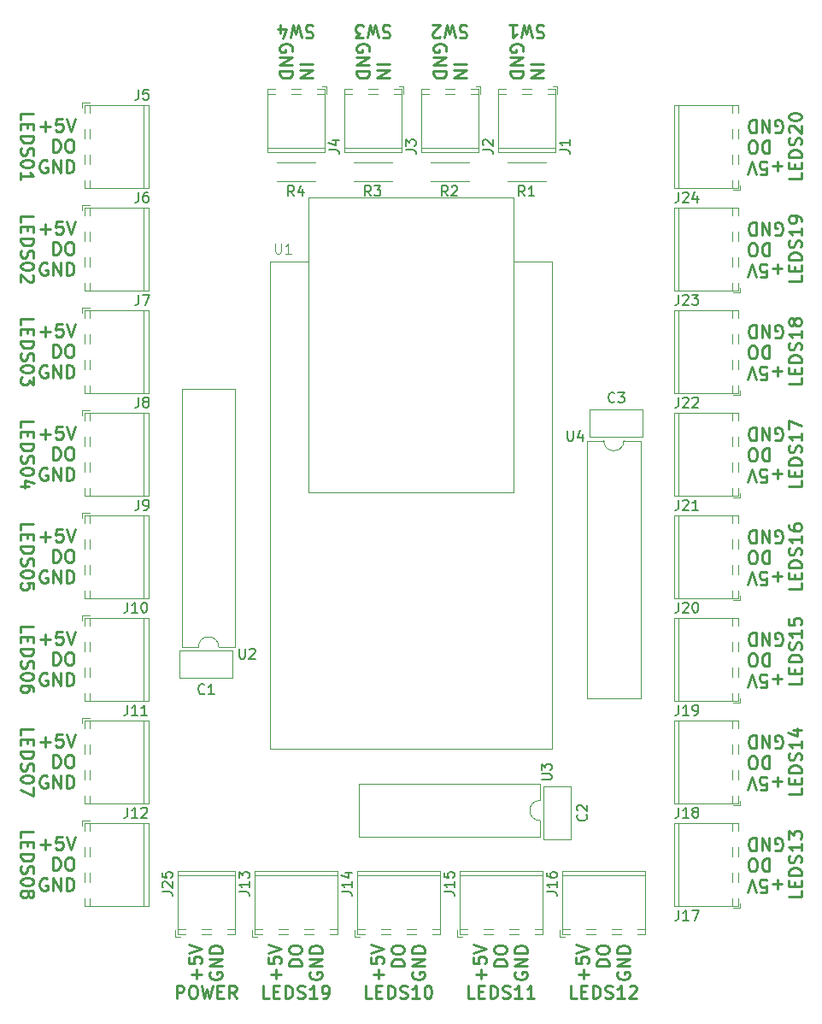
<source format=gbr>
%TF.GenerationSoftware,KiCad,Pcbnew,8.0.7-8.0.7-0~ubuntu24.04.1*%
%TF.CreationDate,2025-01-02T00:56:23+01:00*%
%TF.ProjectId,TeteDeLit4I20O,54657465-4465-44c6-9974-344932304f2e,rev?*%
%TF.SameCoordinates,PX6350ce0PY9020f90*%
%TF.FileFunction,Legend,Top*%
%TF.FilePolarity,Positive*%
%FSLAX46Y46*%
G04 Gerber Fmt 4.6, Leading zero omitted, Abs format (unit mm)*
G04 Created by KiCad (PCBNEW 8.0.7-8.0.7-0~ubuntu24.04.1) date 2025-01-02 00:56:23*
%MOMM*%
%LPD*%
G01*
G04 APERTURE LIST*
%ADD10C,0.254000*%
%ADD11C,0.150000*%
%ADD12C,0.100000*%
%ADD13C,0.120000*%
G04 APERTURE END LIST*
D10*
X76125200Y52655880D02*
X75157581Y52655880D01*
X75641390Y53139690D02*
X75641390Y52172071D01*
X73948057Y51869690D02*
X74552819Y51869690D01*
X74552819Y51869690D02*
X74613295Y52474452D01*
X74613295Y52474452D02*
X74552819Y52413975D01*
X74552819Y52413975D02*
X74431866Y52353499D01*
X74431866Y52353499D02*
X74129485Y52353499D01*
X74129485Y52353499D02*
X74008533Y52413975D01*
X74008533Y52413975D02*
X73948057Y52474452D01*
X73948057Y52474452D02*
X73887580Y52595404D01*
X73887580Y52595404D02*
X73887580Y52897785D01*
X73887580Y52897785D02*
X73948057Y53018737D01*
X73948057Y53018737D02*
X74008533Y53079213D01*
X74008533Y53079213D02*
X74129485Y53139690D01*
X74129485Y53139690D02*
X74431866Y53139690D01*
X74431866Y53139690D02*
X74552819Y53079213D01*
X74552819Y53079213D02*
X74613295Y53018737D01*
X73524723Y51869690D02*
X73101390Y53139690D01*
X73101390Y53139690D02*
X72678056Y51869690D01*
X74855200Y55184319D02*
X74855200Y53914319D01*
X74855200Y53914319D02*
X74552819Y53914319D01*
X74552819Y53914319D02*
X74371390Y53974795D01*
X74371390Y53974795D02*
X74250438Y54095747D01*
X74250438Y54095747D02*
X74189961Y54216700D01*
X74189961Y54216700D02*
X74129485Y54458604D01*
X74129485Y54458604D02*
X74129485Y54640033D01*
X74129485Y54640033D02*
X74189961Y54881938D01*
X74189961Y54881938D02*
X74250438Y55002890D01*
X74250438Y55002890D02*
X74371390Y55123842D01*
X74371390Y55123842D02*
X74552819Y55184319D01*
X74552819Y55184319D02*
X74855200Y55184319D01*
X73343295Y53914319D02*
X73101390Y53914319D01*
X73101390Y53914319D02*
X72980438Y53974795D01*
X72980438Y53974795D02*
X72859485Y54095747D01*
X72859485Y54095747D02*
X72799009Y54337652D01*
X72799009Y54337652D02*
X72799009Y54760985D01*
X72799009Y54760985D02*
X72859485Y55002890D01*
X72859485Y55002890D02*
X72980438Y55123842D01*
X72980438Y55123842D02*
X73101390Y55184319D01*
X73101390Y55184319D02*
X73343295Y55184319D01*
X73343295Y55184319D02*
X73464247Y55123842D01*
X73464247Y55123842D02*
X73585200Y55002890D01*
X73585200Y55002890D02*
X73645676Y54760985D01*
X73645676Y54760985D02*
X73645676Y54337652D01*
X73645676Y54337652D02*
X73585200Y54095747D01*
X73585200Y54095747D02*
X73464247Y53974795D01*
X73464247Y53974795D02*
X73343295Y53914319D01*
X75459961Y56019424D02*
X75580914Y55958948D01*
X75580914Y55958948D02*
X75762342Y55958948D01*
X75762342Y55958948D02*
X75943771Y56019424D01*
X75943771Y56019424D02*
X76064723Y56140376D01*
X76064723Y56140376D02*
X76125200Y56261329D01*
X76125200Y56261329D02*
X76185676Y56503233D01*
X76185676Y56503233D02*
X76185676Y56684662D01*
X76185676Y56684662D02*
X76125200Y56926567D01*
X76125200Y56926567D02*
X76064723Y57047519D01*
X76064723Y57047519D02*
X75943771Y57168471D01*
X75943771Y57168471D02*
X75762342Y57228948D01*
X75762342Y57228948D02*
X75641390Y57228948D01*
X75641390Y57228948D02*
X75459961Y57168471D01*
X75459961Y57168471D02*
X75399485Y57107995D01*
X75399485Y57107995D02*
X75399485Y56684662D01*
X75399485Y56684662D02*
X75641390Y56684662D01*
X74855200Y57228948D02*
X74855200Y55958948D01*
X74855200Y55958948D02*
X74129485Y57228948D01*
X74129485Y57228948D02*
X74129485Y55958948D01*
X73524724Y57228948D02*
X73524724Y55958948D01*
X73524724Y55958948D02*
X73222343Y55958948D01*
X73222343Y55958948D02*
X73040914Y56019424D01*
X73040914Y56019424D02*
X72919962Y56140376D01*
X72919962Y56140376D02*
X72859485Y56261329D01*
X72859485Y56261329D02*
X72799009Y56503233D01*
X72799009Y56503233D02*
X72799009Y56684662D01*
X72799009Y56684662D02*
X72859485Y56926567D01*
X72859485Y56926567D02*
X72919962Y57047519D01*
X72919962Y57047519D02*
X73040914Y57168471D01*
X73040914Y57168471D02*
X73222343Y57228948D01*
X73222343Y57228948D02*
X73524724Y57228948D01*
X76125200Y22175880D02*
X75157581Y22175880D01*
X75641390Y22659690D02*
X75641390Y21692071D01*
X73948057Y21389690D02*
X74552819Y21389690D01*
X74552819Y21389690D02*
X74613295Y21994452D01*
X74613295Y21994452D02*
X74552819Y21933975D01*
X74552819Y21933975D02*
X74431866Y21873499D01*
X74431866Y21873499D02*
X74129485Y21873499D01*
X74129485Y21873499D02*
X74008533Y21933975D01*
X74008533Y21933975D02*
X73948057Y21994452D01*
X73948057Y21994452D02*
X73887580Y22115404D01*
X73887580Y22115404D02*
X73887580Y22417785D01*
X73887580Y22417785D02*
X73948057Y22538737D01*
X73948057Y22538737D02*
X74008533Y22599213D01*
X74008533Y22599213D02*
X74129485Y22659690D01*
X74129485Y22659690D02*
X74431866Y22659690D01*
X74431866Y22659690D02*
X74552819Y22599213D01*
X74552819Y22599213D02*
X74613295Y22538737D01*
X73524723Y21389690D02*
X73101390Y22659690D01*
X73101390Y22659690D02*
X72678056Y21389690D01*
X74855200Y24704319D02*
X74855200Y23434319D01*
X74855200Y23434319D02*
X74552819Y23434319D01*
X74552819Y23434319D02*
X74371390Y23494795D01*
X74371390Y23494795D02*
X74250438Y23615747D01*
X74250438Y23615747D02*
X74189961Y23736700D01*
X74189961Y23736700D02*
X74129485Y23978604D01*
X74129485Y23978604D02*
X74129485Y24160033D01*
X74129485Y24160033D02*
X74189961Y24401938D01*
X74189961Y24401938D02*
X74250438Y24522890D01*
X74250438Y24522890D02*
X74371390Y24643842D01*
X74371390Y24643842D02*
X74552819Y24704319D01*
X74552819Y24704319D02*
X74855200Y24704319D01*
X73343295Y23434319D02*
X73101390Y23434319D01*
X73101390Y23434319D02*
X72980438Y23494795D01*
X72980438Y23494795D02*
X72859485Y23615747D01*
X72859485Y23615747D02*
X72799009Y23857652D01*
X72799009Y23857652D02*
X72799009Y24280985D01*
X72799009Y24280985D02*
X72859485Y24522890D01*
X72859485Y24522890D02*
X72980438Y24643842D01*
X72980438Y24643842D02*
X73101390Y24704319D01*
X73101390Y24704319D02*
X73343295Y24704319D01*
X73343295Y24704319D02*
X73464247Y24643842D01*
X73464247Y24643842D02*
X73585200Y24522890D01*
X73585200Y24522890D02*
X73645676Y24280985D01*
X73645676Y24280985D02*
X73645676Y23857652D01*
X73645676Y23857652D02*
X73585200Y23615747D01*
X73585200Y23615747D02*
X73464247Y23494795D01*
X73464247Y23494795D02*
X73343295Y23434319D01*
X75459961Y25539424D02*
X75580914Y25478948D01*
X75580914Y25478948D02*
X75762342Y25478948D01*
X75762342Y25478948D02*
X75943771Y25539424D01*
X75943771Y25539424D02*
X76064723Y25660376D01*
X76064723Y25660376D02*
X76125200Y25781329D01*
X76125200Y25781329D02*
X76185676Y26023233D01*
X76185676Y26023233D02*
X76185676Y26204662D01*
X76185676Y26204662D02*
X76125200Y26446567D01*
X76125200Y26446567D02*
X76064723Y26567519D01*
X76064723Y26567519D02*
X75943771Y26688471D01*
X75943771Y26688471D02*
X75762342Y26748948D01*
X75762342Y26748948D02*
X75641390Y26748948D01*
X75641390Y26748948D02*
X75459961Y26688471D01*
X75459961Y26688471D02*
X75399485Y26627995D01*
X75399485Y26627995D02*
X75399485Y26204662D01*
X75399485Y26204662D02*
X75641390Y26204662D01*
X74855200Y26748948D02*
X74855200Y25478948D01*
X74855200Y25478948D02*
X74129485Y26748948D01*
X74129485Y26748948D02*
X74129485Y25478948D01*
X73524724Y26748948D02*
X73524724Y25478948D01*
X73524724Y25478948D02*
X73222343Y25478948D01*
X73222343Y25478948D02*
X73040914Y25539424D01*
X73040914Y25539424D02*
X72919962Y25660376D01*
X72919962Y25660376D02*
X72859485Y25781329D01*
X72859485Y25781329D02*
X72799009Y26023233D01*
X72799009Y26023233D02*
X72799009Y26204662D01*
X72799009Y26204662D02*
X72859485Y26446567D01*
X72859485Y26446567D02*
X72919962Y26567519D01*
X72919962Y26567519D02*
X73040914Y26688471D01*
X73040914Y26688471D02*
X73222343Y26748948D01*
X73222343Y26748948D02*
X73524724Y26748948D01*
X695681Y36920715D02*
X695681Y37525477D01*
X695681Y37525477D02*
X1965681Y37525477D01*
X1360919Y36497382D02*
X1360919Y36074048D01*
X695681Y35892620D02*
X695681Y36497382D01*
X695681Y36497382D02*
X1965681Y36497382D01*
X1965681Y36497382D02*
X1965681Y35892620D01*
X695681Y35348334D02*
X1965681Y35348334D01*
X1965681Y35348334D02*
X1965681Y35045953D01*
X1965681Y35045953D02*
X1905205Y34864524D01*
X1905205Y34864524D02*
X1784253Y34743572D01*
X1784253Y34743572D02*
X1663300Y34683095D01*
X1663300Y34683095D02*
X1421396Y34622619D01*
X1421396Y34622619D02*
X1239967Y34622619D01*
X1239967Y34622619D02*
X998062Y34683095D01*
X998062Y34683095D02*
X877110Y34743572D01*
X877110Y34743572D02*
X756158Y34864524D01*
X756158Y34864524D02*
X695681Y35045953D01*
X695681Y35045953D02*
X695681Y35348334D01*
X756158Y34138810D02*
X695681Y33957381D01*
X695681Y33957381D02*
X695681Y33655000D01*
X695681Y33655000D02*
X756158Y33534048D01*
X756158Y33534048D02*
X816634Y33473572D01*
X816634Y33473572D02*
X937586Y33413095D01*
X937586Y33413095D02*
X1058538Y33413095D01*
X1058538Y33413095D02*
X1179491Y33473572D01*
X1179491Y33473572D02*
X1239967Y33534048D01*
X1239967Y33534048D02*
X1300443Y33655000D01*
X1300443Y33655000D02*
X1360919Y33896905D01*
X1360919Y33896905D02*
X1421396Y34017857D01*
X1421396Y34017857D02*
X1481872Y34078334D01*
X1481872Y34078334D02*
X1602824Y34138810D01*
X1602824Y34138810D02*
X1723777Y34138810D01*
X1723777Y34138810D02*
X1844729Y34078334D01*
X1844729Y34078334D02*
X1905205Y34017857D01*
X1905205Y34017857D02*
X1965681Y33896905D01*
X1965681Y33896905D02*
X1965681Y33594524D01*
X1965681Y33594524D02*
X1905205Y33413095D01*
X1965681Y32626905D02*
X1965681Y32505952D01*
X1965681Y32505952D02*
X1905205Y32385000D01*
X1905205Y32385000D02*
X1844729Y32324524D01*
X1844729Y32324524D02*
X1723777Y32264048D01*
X1723777Y32264048D02*
X1481872Y32203571D01*
X1481872Y32203571D02*
X1179491Y32203571D01*
X1179491Y32203571D02*
X937586Y32264048D01*
X937586Y32264048D02*
X816634Y32324524D01*
X816634Y32324524D02*
X756158Y32385000D01*
X756158Y32385000D02*
X695681Y32505952D01*
X695681Y32505952D02*
X695681Y32626905D01*
X695681Y32626905D02*
X756158Y32747857D01*
X756158Y32747857D02*
X816634Y32808333D01*
X816634Y32808333D02*
X937586Y32868810D01*
X937586Y32868810D02*
X1179491Y32929286D01*
X1179491Y32929286D02*
X1481872Y32929286D01*
X1481872Y32929286D02*
X1723777Y32868810D01*
X1723777Y32868810D02*
X1844729Y32808333D01*
X1844729Y32808333D02*
X1905205Y32747857D01*
X1905205Y32747857D02*
X1965681Y32626905D01*
X1965681Y31115000D02*
X1965681Y31356905D01*
X1965681Y31356905D02*
X1905205Y31477857D01*
X1905205Y31477857D02*
X1844729Y31538333D01*
X1844729Y31538333D02*
X1663300Y31659286D01*
X1663300Y31659286D02*
X1421396Y31719762D01*
X1421396Y31719762D02*
X937586Y31719762D01*
X937586Y31719762D02*
X816634Y31659286D01*
X816634Y31659286D02*
X756158Y31598809D01*
X756158Y31598809D02*
X695681Y31477857D01*
X695681Y31477857D02*
X695681Y31235952D01*
X695681Y31235952D02*
X756158Y31115000D01*
X756158Y31115000D02*
X816634Y31054524D01*
X816634Y31054524D02*
X937586Y30994047D01*
X937586Y30994047D02*
X1239967Y30994047D01*
X1239967Y30994047D02*
X1360919Y31054524D01*
X1360919Y31054524D02*
X1421396Y31115000D01*
X1421396Y31115000D02*
X1481872Y31235952D01*
X1481872Y31235952D02*
X1481872Y31477857D01*
X1481872Y31477857D02*
X1421396Y31598809D01*
X1421396Y31598809D02*
X1360919Y31659286D01*
X1360919Y31659286D02*
X1239967Y31719762D01*
X18118194Y2614800D02*
X18118194Y3582419D01*
X18602004Y3098610D02*
X17634385Y3098610D01*
X17332004Y4791943D02*
X17332004Y4187181D01*
X17332004Y4187181D02*
X17936766Y4126705D01*
X17936766Y4126705D02*
X17876289Y4187181D01*
X17876289Y4187181D02*
X17815813Y4308134D01*
X17815813Y4308134D02*
X17815813Y4610515D01*
X17815813Y4610515D02*
X17876289Y4731467D01*
X17876289Y4731467D02*
X17936766Y4791943D01*
X17936766Y4791943D02*
X18057718Y4852420D01*
X18057718Y4852420D02*
X18360099Y4852420D01*
X18360099Y4852420D02*
X18481051Y4791943D01*
X18481051Y4791943D02*
X18541528Y4731467D01*
X18541528Y4731467D02*
X18602004Y4610515D01*
X18602004Y4610515D02*
X18602004Y4308134D01*
X18602004Y4308134D02*
X18541528Y4187181D01*
X18541528Y4187181D02*
X18481051Y4126705D01*
X17332004Y5215277D02*
X18602004Y5638610D01*
X18602004Y5638610D02*
X17332004Y6061944D01*
X19437109Y3280039D02*
X19376633Y3159086D01*
X19376633Y3159086D02*
X19376633Y2977658D01*
X19376633Y2977658D02*
X19437109Y2796229D01*
X19437109Y2796229D02*
X19558061Y2675277D01*
X19558061Y2675277D02*
X19679014Y2614800D01*
X19679014Y2614800D02*
X19920918Y2554324D01*
X19920918Y2554324D02*
X20102347Y2554324D01*
X20102347Y2554324D02*
X20344252Y2614800D01*
X20344252Y2614800D02*
X20465204Y2675277D01*
X20465204Y2675277D02*
X20586157Y2796229D01*
X20586157Y2796229D02*
X20646633Y2977658D01*
X20646633Y2977658D02*
X20646633Y3098610D01*
X20646633Y3098610D02*
X20586157Y3280039D01*
X20586157Y3280039D02*
X20525680Y3340515D01*
X20525680Y3340515D02*
X20102347Y3340515D01*
X20102347Y3340515D02*
X20102347Y3098610D01*
X20646633Y3884800D02*
X19376633Y3884800D01*
X19376633Y3884800D02*
X20646633Y4610515D01*
X20646633Y4610515D02*
X19376633Y4610515D01*
X20646633Y5215276D02*
X19376633Y5215276D01*
X19376633Y5215276D02*
X19376633Y5517657D01*
X19376633Y5517657D02*
X19437109Y5699086D01*
X19437109Y5699086D02*
X19558061Y5820038D01*
X19558061Y5820038D02*
X19679014Y5880515D01*
X19679014Y5880515D02*
X19920918Y5940991D01*
X19920918Y5940991D02*
X20102347Y5940991D01*
X20102347Y5940991D02*
X20344252Y5880515D01*
X20344252Y5880515D02*
X20465204Y5820038D01*
X20465204Y5820038D02*
X20586157Y5699086D01*
X20586157Y5699086D02*
X20646633Y5517657D01*
X20646633Y5517657D02*
X20646633Y5215276D01*
X45629285Y695682D02*
X45024523Y695682D01*
X45024523Y695682D02*
X45024523Y1965682D01*
X46052618Y1360920D02*
X46475952Y1360920D01*
X46657380Y695682D02*
X46052618Y695682D01*
X46052618Y695682D02*
X46052618Y1965682D01*
X46052618Y1965682D02*
X46657380Y1965682D01*
X47201666Y695682D02*
X47201666Y1965682D01*
X47201666Y1965682D02*
X47504047Y1965682D01*
X47504047Y1965682D02*
X47685476Y1905206D01*
X47685476Y1905206D02*
X47806428Y1784254D01*
X47806428Y1784254D02*
X47866905Y1663301D01*
X47866905Y1663301D02*
X47927381Y1421397D01*
X47927381Y1421397D02*
X47927381Y1239968D01*
X47927381Y1239968D02*
X47866905Y998063D01*
X47866905Y998063D02*
X47806428Y877111D01*
X47806428Y877111D02*
X47685476Y756158D01*
X47685476Y756158D02*
X47504047Y695682D01*
X47504047Y695682D02*
X47201666Y695682D01*
X48411190Y756158D02*
X48592619Y695682D01*
X48592619Y695682D02*
X48895000Y695682D01*
X48895000Y695682D02*
X49015952Y756158D01*
X49015952Y756158D02*
X49076428Y816635D01*
X49076428Y816635D02*
X49136905Y937587D01*
X49136905Y937587D02*
X49136905Y1058539D01*
X49136905Y1058539D02*
X49076428Y1179492D01*
X49076428Y1179492D02*
X49015952Y1239968D01*
X49015952Y1239968D02*
X48895000Y1300444D01*
X48895000Y1300444D02*
X48653095Y1360920D01*
X48653095Y1360920D02*
X48532143Y1421397D01*
X48532143Y1421397D02*
X48471666Y1481873D01*
X48471666Y1481873D02*
X48411190Y1602825D01*
X48411190Y1602825D02*
X48411190Y1723778D01*
X48411190Y1723778D02*
X48471666Y1844730D01*
X48471666Y1844730D02*
X48532143Y1905206D01*
X48532143Y1905206D02*
X48653095Y1965682D01*
X48653095Y1965682D02*
X48955476Y1965682D01*
X48955476Y1965682D02*
X49136905Y1905206D01*
X50346429Y695682D02*
X49620714Y695682D01*
X49983571Y695682D02*
X49983571Y1965682D01*
X49983571Y1965682D02*
X49862619Y1784254D01*
X49862619Y1784254D02*
X49741667Y1663301D01*
X49741667Y1663301D02*
X49620714Y1602825D01*
X51555953Y695682D02*
X50830238Y695682D01*
X51193095Y695682D02*
X51193095Y1965682D01*
X51193095Y1965682D02*
X51072143Y1784254D01*
X51072143Y1784254D02*
X50951191Y1663301D01*
X50951191Y1663301D02*
X50830238Y1602825D01*
X43627995Y93239963D02*
X44897995Y93239963D01*
X43627995Y92635201D02*
X44897995Y92635201D01*
X44897995Y92635201D02*
X43627995Y91909486D01*
X43627995Y91909486D02*
X44897995Y91909486D01*
X42792890Y94509962D02*
X42853366Y94630915D01*
X42853366Y94630915D02*
X42853366Y94812343D01*
X42853366Y94812343D02*
X42792890Y94993772D01*
X42792890Y94993772D02*
X42671938Y95114724D01*
X42671938Y95114724D02*
X42550985Y95175201D01*
X42550985Y95175201D02*
X42309081Y95235677D01*
X42309081Y95235677D02*
X42127652Y95235677D01*
X42127652Y95235677D02*
X41885747Y95175201D01*
X41885747Y95175201D02*
X41764795Y95114724D01*
X41764795Y95114724D02*
X41643843Y94993772D01*
X41643843Y94993772D02*
X41583366Y94812343D01*
X41583366Y94812343D02*
X41583366Y94691391D01*
X41583366Y94691391D02*
X41643843Y94509962D01*
X41643843Y94509962D02*
X41704319Y94449486D01*
X41704319Y94449486D02*
X42127652Y94449486D01*
X42127652Y94449486D02*
X42127652Y94691391D01*
X41583366Y93905201D02*
X42853366Y93905201D01*
X42853366Y93905201D02*
X41583366Y93179486D01*
X41583366Y93179486D02*
X42853366Y93179486D01*
X41583366Y92574725D02*
X42853366Y92574725D01*
X42853366Y92574725D02*
X42853366Y92272344D01*
X42853366Y92272344D02*
X42792890Y92090915D01*
X42792890Y92090915D02*
X42671938Y91969963D01*
X42671938Y91969963D02*
X42550985Y91909486D01*
X42550985Y91909486D02*
X42309081Y91849010D01*
X42309081Y91849010D02*
X42127652Y91849010D01*
X42127652Y91849010D02*
X41885747Y91909486D01*
X41885747Y91909486D02*
X41764795Y91969963D01*
X41764795Y91969963D02*
X41643843Y92090915D01*
X41643843Y92090915D02*
X41583366Y92272344D01*
X41583366Y92272344D02*
X41583366Y92574725D01*
X78044318Y11339286D02*
X78044318Y10734524D01*
X78044318Y10734524D02*
X76774318Y10734524D01*
X77379080Y11762619D02*
X77379080Y12185953D01*
X78044318Y12367381D02*
X78044318Y11762619D01*
X78044318Y11762619D02*
X76774318Y11762619D01*
X76774318Y11762619D02*
X76774318Y12367381D01*
X78044318Y12911667D02*
X76774318Y12911667D01*
X76774318Y12911667D02*
X76774318Y13214048D01*
X76774318Y13214048D02*
X76834794Y13395477D01*
X76834794Y13395477D02*
X76955746Y13516429D01*
X76955746Y13516429D02*
X77076699Y13576906D01*
X77076699Y13576906D02*
X77318603Y13637382D01*
X77318603Y13637382D02*
X77500032Y13637382D01*
X77500032Y13637382D02*
X77741937Y13576906D01*
X77741937Y13576906D02*
X77862889Y13516429D01*
X77862889Y13516429D02*
X77983842Y13395477D01*
X77983842Y13395477D02*
X78044318Y13214048D01*
X78044318Y13214048D02*
X78044318Y12911667D01*
X77983842Y14121191D02*
X78044318Y14302620D01*
X78044318Y14302620D02*
X78044318Y14605001D01*
X78044318Y14605001D02*
X77983842Y14725953D01*
X77983842Y14725953D02*
X77923365Y14786429D01*
X77923365Y14786429D02*
X77802413Y14846906D01*
X77802413Y14846906D02*
X77681461Y14846906D01*
X77681461Y14846906D02*
X77560508Y14786429D01*
X77560508Y14786429D02*
X77500032Y14725953D01*
X77500032Y14725953D02*
X77439556Y14605001D01*
X77439556Y14605001D02*
X77379080Y14363096D01*
X77379080Y14363096D02*
X77318603Y14242144D01*
X77318603Y14242144D02*
X77258127Y14181667D01*
X77258127Y14181667D02*
X77137175Y14121191D01*
X77137175Y14121191D02*
X77016222Y14121191D01*
X77016222Y14121191D02*
X76895270Y14181667D01*
X76895270Y14181667D02*
X76834794Y14242144D01*
X76834794Y14242144D02*
X76774318Y14363096D01*
X76774318Y14363096D02*
X76774318Y14665477D01*
X76774318Y14665477D02*
X76834794Y14846906D01*
X78044318Y16056430D02*
X78044318Y15330715D01*
X78044318Y15693572D02*
X76774318Y15693572D01*
X76774318Y15693572D02*
X76955746Y15572620D01*
X76955746Y15572620D02*
X77076699Y15451668D01*
X77076699Y15451668D02*
X77137175Y15330715D01*
X76774318Y16479763D02*
X76774318Y17265954D01*
X76774318Y17265954D02*
X77258127Y16842620D01*
X77258127Y16842620D02*
X77258127Y17024049D01*
X77258127Y17024049D02*
X77318603Y17145001D01*
X77318603Y17145001D02*
X77379080Y17205477D01*
X77379080Y17205477D02*
X77500032Y17265954D01*
X77500032Y17265954D02*
X77802413Y17265954D01*
X77802413Y17265954D02*
X77923365Y17205477D01*
X77923365Y17205477D02*
X77983842Y17145001D01*
X77983842Y17145001D02*
X78044318Y17024049D01*
X78044318Y17024049D02*
X78044318Y16661192D01*
X78044318Y16661192D02*
X77983842Y16540239D01*
X77983842Y16540239D02*
X77923365Y16479763D01*
X46305879Y2614800D02*
X46305879Y3582419D01*
X46789689Y3098610D02*
X45822070Y3098610D01*
X45519689Y4791943D02*
X45519689Y4187181D01*
X45519689Y4187181D02*
X46124451Y4126705D01*
X46124451Y4126705D02*
X46063974Y4187181D01*
X46063974Y4187181D02*
X46003498Y4308134D01*
X46003498Y4308134D02*
X46003498Y4610515D01*
X46003498Y4610515D02*
X46063974Y4731467D01*
X46063974Y4731467D02*
X46124451Y4791943D01*
X46124451Y4791943D02*
X46245403Y4852420D01*
X46245403Y4852420D02*
X46547784Y4852420D01*
X46547784Y4852420D02*
X46668736Y4791943D01*
X46668736Y4791943D02*
X46729213Y4731467D01*
X46729213Y4731467D02*
X46789689Y4610515D01*
X46789689Y4610515D02*
X46789689Y4308134D01*
X46789689Y4308134D02*
X46729213Y4187181D01*
X46729213Y4187181D02*
X46668736Y4126705D01*
X45519689Y5215277D02*
X46789689Y5638610D01*
X46789689Y5638610D02*
X45519689Y6061944D01*
X48834318Y3884800D02*
X47564318Y3884800D01*
X47564318Y3884800D02*
X47564318Y4187181D01*
X47564318Y4187181D02*
X47624794Y4368610D01*
X47624794Y4368610D02*
X47745746Y4489562D01*
X47745746Y4489562D02*
X47866699Y4550039D01*
X47866699Y4550039D02*
X48108603Y4610515D01*
X48108603Y4610515D02*
X48290032Y4610515D01*
X48290032Y4610515D02*
X48531937Y4550039D01*
X48531937Y4550039D02*
X48652889Y4489562D01*
X48652889Y4489562D02*
X48773842Y4368610D01*
X48773842Y4368610D02*
X48834318Y4187181D01*
X48834318Y4187181D02*
X48834318Y3884800D01*
X47564318Y5396705D02*
X47564318Y5638610D01*
X47564318Y5638610D02*
X47624794Y5759562D01*
X47624794Y5759562D02*
X47745746Y5880515D01*
X47745746Y5880515D02*
X47987651Y5940991D01*
X47987651Y5940991D02*
X48410984Y5940991D01*
X48410984Y5940991D02*
X48652889Y5880515D01*
X48652889Y5880515D02*
X48773842Y5759562D01*
X48773842Y5759562D02*
X48834318Y5638610D01*
X48834318Y5638610D02*
X48834318Y5396705D01*
X48834318Y5396705D02*
X48773842Y5275753D01*
X48773842Y5275753D02*
X48652889Y5154800D01*
X48652889Y5154800D02*
X48410984Y5094324D01*
X48410984Y5094324D02*
X47987651Y5094324D01*
X47987651Y5094324D02*
X47745746Y5154800D01*
X47745746Y5154800D02*
X47624794Y5275753D01*
X47624794Y5275753D02*
X47564318Y5396705D01*
X49669423Y3280039D02*
X49608947Y3159086D01*
X49608947Y3159086D02*
X49608947Y2977658D01*
X49608947Y2977658D02*
X49669423Y2796229D01*
X49669423Y2796229D02*
X49790375Y2675277D01*
X49790375Y2675277D02*
X49911328Y2614800D01*
X49911328Y2614800D02*
X50153232Y2554324D01*
X50153232Y2554324D02*
X50334661Y2554324D01*
X50334661Y2554324D02*
X50576566Y2614800D01*
X50576566Y2614800D02*
X50697518Y2675277D01*
X50697518Y2675277D02*
X50818471Y2796229D01*
X50818471Y2796229D02*
X50878947Y2977658D01*
X50878947Y2977658D02*
X50878947Y3098610D01*
X50878947Y3098610D02*
X50818471Y3280039D01*
X50818471Y3280039D02*
X50757994Y3340515D01*
X50757994Y3340515D02*
X50334661Y3340515D01*
X50334661Y3340515D02*
X50334661Y3098610D01*
X50878947Y3884800D02*
X49608947Y3884800D01*
X49608947Y3884800D02*
X50878947Y4610515D01*
X50878947Y4610515D02*
X49608947Y4610515D01*
X50878947Y5215276D02*
X49608947Y5215276D01*
X49608947Y5215276D02*
X49608947Y5517657D01*
X49608947Y5517657D02*
X49669423Y5699086D01*
X49669423Y5699086D02*
X49790375Y5820038D01*
X49790375Y5820038D02*
X49911328Y5880515D01*
X49911328Y5880515D02*
X50153232Y5940991D01*
X50153232Y5940991D02*
X50334661Y5940991D01*
X50334661Y5940991D02*
X50576566Y5880515D01*
X50576566Y5880515D02*
X50697518Y5820038D01*
X50697518Y5820038D02*
X50818471Y5699086D01*
X50818471Y5699086D02*
X50878947Y5517657D01*
X50878947Y5517657D02*
X50878947Y5215276D01*
X44873333Y97033842D02*
X44691904Y97094319D01*
X44691904Y97094319D02*
X44389523Y97094319D01*
X44389523Y97094319D02*
X44268571Y97033842D01*
X44268571Y97033842D02*
X44208095Y96973366D01*
X44208095Y96973366D02*
X44147618Y96852414D01*
X44147618Y96852414D02*
X44147618Y96731462D01*
X44147618Y96731462D02*
X44208095Y96610509D01*
X44208095Y96610509D02*
X44268571Y96550033D01*
X44268571Y96550033D02*
X44389523Y96489557D01*
X44389523Y96489557D02*
X44631428Y96429081D01*
X44631428Y96429081D02*
X44752380Y96368604D01*
X44752380Y96368604D02*
X44812857Y96308128D01*
X44812857Y96308128D02*
X44873333Y96187176D01*
X44873333Y96187176D02*
X44873333Y96066223D01*
X44873333Y96066223D02*
X44812857Y95945271D01*
X44812857Y95945271D02*
X44752380Y95884795D01*
X44752380Y95884795D02*
X44631428Y95824319D01*
X44631428Y95824319D02*
X44329047Y95824319D01*
X44329047Y95824319D02*
X44147618Y95884795D01*
X43724285Y95824319D02*
X43421904Y97094319D01*
X43421904Y97094319D02*
X43179999Y96187176D01*
X43179999Y96187176D02*
X42938094Y97094319D01*
X42938094Y97094319D02*
X42635714Y95824319D01*
X42212380Y95945271D02*
X42151904Y95884795D01*
X42151904Y95884795D02*
X42030951Y95824319D01*
X42030951Y95824319D02*
X41728570Y95824319D01*
X41728570Y95824319D02*
X41607618Y95884795D01*
X41607618Y95884795D02*
X41547142Y95945271D01*
X41547142Y95945271D02*
X41486665Y96066223D01*
X41486665Y96066223D02*
X41486665Y96187176D01*
X41486665Y96187176D02*
X41547142Y96368604D01*
X41547142Y96368604D02*
X42272856Y97094319D01*
X42272856Y97094319D02*
X41486665Y97094319D01*
X78044318Y82459286D02*
X78044318Y81854524D01*
X78044318Y81854524D02*
X76774318Y81854524D01*
X77379080Y82882619D02*
X77379080Y83305953D01*
X78044318Y83487381D02*
X78044318Y82882619D01*
X78044318Y82882619D02*
X76774318Y82882619D01*
X76774318Y82882619D02*
X76774318Y83487381D01*
X78044318Y84031667D02*
X76774318Y84031667D01*
X76774318Y84031667D02*
X76774318Y84334048D01*
X76774318Y84334048D02*
X76834794Y84515477D01*
X76834794Y84515477D02*
X76955746Y84636429D01*
X76955746Y84636429D02*
X77076699Y84696906D01*
X77076699Y84696906D02*
X77318603Y84757382D01*
X77318603Y84757382D02*
X77500032Y84757382D01*
X77500032Y84757382D02*
X77741937Y84696906D01*
X77741937Y84696906D02*
X77862889Y84636429D01*
X77862889Y84636429D02*
X77983842Y84515477D01*
X77983842Y84515477D02*
X78044318Y84334048D01*
X78044318Y84334048D02*
X78044318Y84031667D01*
X77983842Y85241191D02*
X78044318Y85422620D01*
X78044318Y85422620D02*
X78044318Y85725001D01*
X78044318Y85725001D02*
X77983842Y85845953D01*
X77983842Y85845953D02*
X77923365Y85906429D01*
X77923365Y85906429D02*
X77802413Y85966906D01*
X77802413Y85966906D02*
X77681461Y85966906D01*
X77681461Y85966906D02*
X77560508Y85906429D01*
X77560508Y85906429D02*
X77500032Y85845953D01*
X77500032Y85845953D02*
X77439556Y85725001D01*
X77439556Y85725001D02*
X77379080Y85483096D01*
X77379080Y85483096D02*
X77318603Y85362144D01*
X77318603Y85362144D02*
X77258127Y85301667D01*
X77258127Y85301667D02*
X77137175Y85241191D01*
X77137175Y85241191D02*
X77016222Y85241191D01*
X77016222Y85241191D02*
X76895270Y85301667D01*
X76895270Y85301667D02*
X76834794Y85362144D01*
X76834794Y85362144D02*
X76774318Y85483096D01*
X76774318Y85483096D02*
X76774318Y85785477D01*
X76774318Y85785477D02*
X76834794Y85966906D01*
X76895270Y86450715D02*
X76834794Y86511191D01*
X76834794Y86511191D02*
X76774318Y86632144D01*
X76774318Y86632144D02*
X76774318Y86934525D01*
X76774318Y86934525D02*
X76834794Y87055477D01*
X76834794Y87055477D02*
X76895270Y87115953D01*
X76895270Y87115953D02*
X77016222Y87176430D01*
X77016222Y87176430D02*
X77137175Y87176430D01*
X77137175Y87176430D02*
X77318603Y87115953D01*
X77318603Y87115953D02*
X78044318Y86390239D01*
X78044318Y86390239D02*
X78044318Y87176430D01*
X76774318Y87962620D02*
X76774318Y88083573D01*
X76774318Y88083573D02*
X76834794Y88204525D01*
X76834794Y88204525D02*
X76895270Y88265001D01*
X76895270Y88265001D02*
X77016222Y88325477D01*
X77016222Y88325477D02*
X77258127Y88385954D01*
X77258127Y88385954D02*
X77560508Y88385954D01*
X77560508Y88385954D02*
X77802413Y88325477D01*
X77802413Y88325477D02*
X77923365Y88265001D01*
X77923365Y88265001D02*
X77983842Y88204525D01*
X77983842Y88204525D02*
X78044318Y88083573D01*
X78044318Y88083573D02*
X78044318Y87962620D01*
X78044318Y87962620D02*
X77983842Y87841668D01*
X77983842Y87841668D02*
X77923365Y87781192D01*
X77923365Y87781192D02*
X77802413Y87720715D01*
X77802413Y87720715D02*
X77560508Y87660239D01*
X77560508Y87660239D02*
X77258127Y87660239D01*
X77258127Y87660239D02*
X77016222Y87720715D01*
X77016222Y87720715D02*
X76895270Y87781192D01*
X76895270Y87781192D02*
X76834794Y87841668D01*
X76834794Y87841668D02*
X76774318Y87962620D01*
X78044318Y21499286D02*
X78044318Y20894524D01*
X78044318Y20894524D02*
X76774318Y20894524D01*
X77379080Y21922619D02*
X77379080Y22345953D01*
X78044318Y22527381D02*
X78044318Y21922619D01*
X78044318Y21922619D02*
X76774318Y21922619D01*
X76774318Y21922619D02*
X76774318Y22527381D01*
X78044318Y23071667D02*
X76774318Y23071667D01*
X76774318Y23071667D02*
X76774318Y23374048D01*
X76774318Y23374048D02*
X76834794Y23555477D01*
X76834794Y23555477D02*
X76955746Y23676429D01*
X76955746Y23676429D02*
X77076699Y23736906D01*
X77076699Y23736906D02*
X77318603Y23797382D01*
X77318603Y23797382D02*
X77500032Y23797382D01*
X77500032Y23797382D02*
X77741937Y23736906D01*
X77741937Y23736906D02*
X77862889Y23676429D01*
X77862889Y23676429D02*
X77983842Y23555477D01*
X77983842Y23555477D02*
X78044318Y23374048D01*
X78044318Y23374048D02*
X78044318Y23071667D01*
X77983842Y24281191D02*
X78044318Y24462620D01*
X78044318Y24462620D02*
X78044318Y24765001D01*
X78044318Y24765001D02*
X77983842Y24885953D01*
X77983842Y24885953D02*
X77923365Y24946429D01*
X77923365Y24946429D02*
X77802413Y25006906D01*
X77802413Y25006906D02*
X77681461Y25006906D01*
X77681461Y25006906D02*
X77560508Y24946429D01*
X77560508Y24946429D02*
X77500032Y24885953D01*
X77500032Y24885953D02*
X77439556Y24765001D01*
X77439556Y24765001D02*
X77379080Y24523096D01*
X77379080Y24523096D02*
X77318603Y24402144D01*
X77318603Y24402144D02*
X77258127Y24341667D01*
X77258127Y24341667D02*
X77137175Y24281191D01*
X77137175Y24281191D02*
X77016222Y24281191D01*
X77016222Y24281191D02*
X76895270Y24341667D01*
X76895270Y24341667D02*
X76834794Y24402144D01*
X76834794Y24402144D02*
X76774318Y24523096D01*
X76774318Y24523096D02*
X76774318Y24825477D01*
X76774318Y24825477D02*
X76834794Y25006906D01*
X78044318Y26216430D02*
X78044318Y25490715D01*
X78044318Y25853572D02*
X76774318Y25853572D01*
X76774318Y25853572D02*
X76955746Y25732620D01*
X76955746Y25732620D02*
X77076699Y25611668D01*
X77076699Y25611668D02*
X77137175Y25490715D01*
X77197651Y27305001D02*
X78044318Y27305001D01*
X76713842Y27002620D02*
X77620984Y26700239D01*
X77620984Y26700239D02*
X77620984Y27486430D01*
X76125200Y42495880D02*
X75157581Y42495880D01*
X75641390Y42979690D02*
X75641390Y42012071D01*
X73948057Y41709690D02*
X74552819Y41709690D01*
X74552819Y41709690D02*
X74613295Y42314452D01*
X74613295Y42314452D02*
X74552819Y42253975D01*
X74552819Y42253975D02*
X74431866Y42193499D01*
X74431866Y42193499D02*
X74129485Y42193499D01*
X74129485Y42193499D02*
X74008533Y42253975D01*
X74008533Y42253975D02*
X73948057Y42314452D01*
X73948057Y42314452D02*
X73887580Y42435404D01*
X73887580Y42435404D02*
X73887580Y42737785D01*
X73887580Y42737785D02*
X73948057Y42858737D01*
X73948057Y42858737D02*
X74008533Y42919213D01*
X74008533Y42919213D02*
X74129485Y42979690D01*
X74129485Y42979690D02*
X74431866Y42979690D01*
X74431866Y42979690D02*
X74552819Y42919213D01*
X74552819Y42919213D02*
X74613295Y42858737D01*
X73524723Y41709690D02*
X73101390Y42979690D01*
X73101390Y42979690D02*
X72678056Y41709690D01*
X74855200Y45024319D02*
X74855200Y43754319D01*
X74855200Y43754319D02*
X74552819Y43754319D01*
X74552819Y43754319D02*
X74371390Y43814795D01*
X74371390Y43814795D02*
X74250438Y43935747D01*
X74250438Y43935747D02*
X74189961Y44056700D01*
X74189961Y44056700D02*
X74129485Y44298604D01*
X74129485Y44298604D02*
X74129485Y44480033D01*
X74129485Y44480033D02*
X74189961Y44721938D01*
X74189961Y44721938D02*
X74250438Y44842890D01*
X74250438Y44842890D02*
X74371390Y44963842D01*
X74371390Y44963842D02*
X74552819Y45024319D01*
X74552819Y45024319D02*
X74855200Y45024319D01*
X73343295Y43754319D02*
X73101390Y43754319D01*
X73101390Y43754319D02*
X72980438Y43814795D01*
X72980438Y43814795D02*
X72859485Y43935747D01*
X72859485Y43935747D02*
X72799009Y44177652D01*
X72799009Y44177652D02*
X72799009Y44600985D01*
X72799009Y44600985D02*
X72859485Y44842890D01*
X72859485Y44842890D02*
X72980438Y44963842D01*
X72980438Y44963842D02*
X73101390Y45024319D01*
X73101390Y45024319D02*
X73343295Y45024319D01*
X73343295Y45024319D02*
X73464247Y44963842D01*
X73464247Y44963842D02*
X73585200Y44842890D01*
X73585200Y44842890D02*
X73645676Y44600985D01*
X73645676Y44600985D02*
X73645676Y44177652D01*
X73645676Y44177652D02*
X73585200Y43935747D01*
X73585200Y43935747D02*
X73464247Y43814795D01*
X73464247Y43814795D02*
X73343295Y43754319D01*
X75459961Y45859424D02*
X75580914Y45798948D01*
X75580914Y45798948D02*
X75762342Y45798948D01*
X75762342Y45798948D02*
X75943771Y45859424D01*
X75943771Y45859424D02*
X76064723Y45980376D01*
X76064723Y45980376D02*
X76125200Y46101329D01*
X76125200Y46101329D02*
X76185676Y46343233D01*
X76185676Y46343233D02*
X76185676Y46524662D01*
X76185676Y46524662D02*
X76125200Y46766567D01*
X76125200Y46766567D02*
X76064723Y46887519D01*
X76064723Y46887519D02*
X75943771Y47008471D01*
X75943771Y47008471D02*
X75762342Y47068948D01*
X75762342Y47068948D02*
X75641390Y47068948D01*
X75641390Y47068948D02*
X75459961Y47008471D01*
X75459961Y47008471D02*
X75399485Y46947995D01*
X75399485Y46947995D02*
X75399485Y46524662D01*
X75399485Y46524662D02*
X75641390Y46524662D01*
X74855200Y47068948D02*
X74855200Y45798948D01*
X74855200Y45798948D02*
X74129485Y47068948D01*
X74129485Y47068948D02*
X74129485Y45798948D01*
X73524724Y47068948D02*
X73524724Y45798948D01*
X73524724Y45798948D02*
X73222343Y45798948D01*
X73222343Y45798948D02*
X73040914Y45859424D01*
X73040914Y45859424D02*
X72919962Y45980376D01*
X72919962Y45980376D02*
X72859485Y46101329D01*
X72859485Y46101329D02*
X72799009Y46343233D01*
X72799009Y46343233D02*
X72799009Y46524662D01*
X72799009Y46524662D02*
X72859485Y46766567D01*
X72859485Y46766567D02*
X72919962Y46887519D01*
X72919962Y46887519D02*
X73040914Y47008471D01*
X73040914Y47008471D02*
X73222343Y47068948D01*
X73222343Y47068948D02*
X73524724Y47068948D01*
X55789285Y695682D02*
X55184523Y695682D01*
X55184523Y695682D02*
X55184523Y1965682D01*
X56212618Y1360920D02*
X56635952Y1360920D01*
X56817380Y695682D02*
X56212618Y695682D01*
X56212618Y695682D02*
X56212618Y1965682D01*
X56212618Y1965682D02*
X56817380Y1965682D01*
X57361666Y695682D02*
X57361666Y1965682D01*
X57361666Y1965682D02*
X57664047Y1965682D01*
X57664047Y1965682D02*
X57845476Y1905206D01*
X57845476Y1905206D02*
X57966428Y1784254D01*
X57966428Y1784254D02*
X58026905Y1663301D01*
X58026905Y1663301D02*
X58087381Y1421397D01*
X58087381Y1421397D02*
X58087381Y1239968D01*
X58087381Y1239968D02*
X58026905Y998063D01*
X58026905Y998063D02*
X57966428Y877111D01*
X57966428Y877111D02*
X57845476Y756158D01*
X57845476Y756158D02*
X57664047Y695682D01*
X57664047Y695682D02*
X57361666Y695682D01*
X58571190Y756158D02*
X58752619Y695682D01*
X58752619Y695682D02*
X59055000Y695682D01*
X59055000Y695682D02*
X59175952Y756158D01*
X59175952Y756158D02*
X59236428Y816635D01*
X59236428Y816635D02*
X59296905Y937587D01*
X59296905Y937587D02*
X59296905Y1058539D01*
X59296905Y1058539D02*
X59236428Y1179492D01*
X59236428Y1179492D02*
X59175952Y1239968D01*
X59175952Y1239968D02*
X59055000Y1300444D01*
X59055000Y1300444D02*
X58813095Y1360920D01*
X58813095Y1360920D02*
X58692143Y1421397D01*
X58692143Y1421397D02*
X58631666Y1481873D01*
X58631666Y1481873D02*
X58571190Y1602825D01*
X58571190Y1602825D02*
X58571190Y1723778D01*
X58571190Y1723778D02*
X58631666Y1844730D01*
X58631666Y1844730D02*
X58692143Y1905206D01*
X58692143Y1905206D02*
X58813095Y1965682D01*
X58813095Y1965682D02*
X59115476Y1965682D01*
X59115476Y1965682D02*
X59296905Y1905206D01*
X60506429Y695682D02*
X59780714Y695682D01*
X60143571Y695682D02*
X60143571Y1965682D01*
X60143571Y1965682D02*
X60022619Y1784254D01*
X60022619Y1784254D02*
X59901667Y1663301D01*
X59901667Y1663301D02*
X59780714Y1602825D01*
X60990238Y1844730D02*
X61050714Y1905206D01*
X61050714Y1905206D02*
X61171667Y1965682D01*
X61171667Y1965682D02*
X61474048Y1965682D01*
X61474048Y1965682D02*
X61595000Y1905206D01*
X61595000Y1905206D02*
X61655476Y1844730D01*
X61655476Y1844730D02*
X61715953Y1723778D01*
X61715953Y1723778D02*
X61715953Y1602825D01*
X61715953Y1602825D02*
X61655476Y1421397D01*
X61655476Y1421397D02*
X60929762Y695682D01*
X60929762Y695682D02*
X61715953Y695682D01*
X695681Y26760715D02*
X695681Y27365477D01*
X695681Y27365477D02*
X1965681Y27365477D01*
X1360919Y26337382D02*
X1360919Y25914048D01*
X695681Y25732620D02*
X695681Y26337382D01*
X695681Y26337382D02*
X1965681Y26337382D01*
X1965681Y26337382D02*
X1965681Y25732620D01*
X695681Y25188334D02*
X1965681Y25188334D01*
X1965681Y25188334D02*
X1965681Y24885953D01*
X1965681Y24885953D02*
X1905205Y24704524D01*
X1905205Y24704524D02*
X1784253Y24583572D01*
X1784253Y24583572D02*
X1663300Y24523095D01*
X1663300Y24523095D02*
X1421396Y24462619D01*
X1421396Y24462619D02*
X1239967Y24462619D01*
X1239967Y24462619D02*
X998062Y24523095D01*
X998062Y24523095D02*
X877110Y24583572D01*
X877110Y24583572D02*
X756158Y24704524D01*
X756158Y24704524D02*
X695681Y24885953D01*
X695681Y24885953D02*
X695681Y25188334D01*
X756158Y23978810D02*
X695681Y23797381D01*
X695681Y23797381D02*
X695681Y23495000D01*
X695681Y23495000D02*
X756158Y23374048D01*
X756158Y23374048D02*
X816634Y23313572D01*
X816634Y23313572D02*
X937586Y23253095D01*
X937586Y23253095D02*
X1058538Y23253095D01*
X1058538Y23253095D02*
X1179491Y23313572D01*
X1179491Y23313572D02*
X1239967Y23374048D01*
X1239967Y23374048D02*
X1300443Y23495000D01*
X1300443Y23495000D02*
X1360919Y23736905D01*
X1360919Y23736905D02*
X1421396Y23857857D01*
X1421396Y23857857D02*
X1481872Y23918334D01*
X1481872Y23918334D02*
X1602824Y23978810D01*
X1602824Y23978810D02*
X1723777Y23978810D01*
X1723777Y23978810D02*
X1844729Y23918334D01*
X1844729Y23918334D02*
X1905205Y23857857D01*
X1905205Y23857857D02*
X1965681Y23736905D01*
X1965681Y23736905D02*
X1965681Y23434524D01*
X1965681Y23434524D02*
X1905205Y23253095D01*
X1965681Y22466905D02*
X1965681Y22345952D01*
X1965681Y22345952D02*
X1905205Y22225000D01*
X1905205Y22225000D02*
X1844729Y22164524D01*
X1844729Y22164524D02*
X1723777Y22104048D01*
X1723777Y22104048D02*
X1481872Y22043571D01*
X1481872Y22043571D02*
X1179491Y22043571D01*
X1179491Y22043571D02*
X937586Y22104048D01*
X937586Y22104048D02*
X816634Y22164524D01*
X816634Y22164524D02*
X756158Y22225000D01*
X756158Y22225000D02*
X695681Y22345952D01*
X695681Y22345952D02*
X695681Y22466905D01*
X695681Y22466905D02*
X756158Y22587857D01*
X756158Y22587857D02*
X816634Y22648333D01*
X816634Y22648333D02*
X937586Y22708810D01*
X937586Y22708810D02*
X1179491Y22769286D01*
X1179491Y22769286D02*
X1481872Y22769286D01*
X1481872Y22769286D02*
X1723777Y22708810D01*
X1723777Y22708810D02*
X1844729Y22648333D01*
X1844729Y22648333D02*
X1905205Y22587857D01*
X1905205Y22587857D02*
X1965681Y22466905D01*
X1965681Y21620238D02*
X1965681Y20773571D01*
X1965681Y20773571D02*
X695681Y21317857D01*
X25985879Y2614800D02*
X25985879Y3582419D01*
X26469689Y3098610D02*
X25502070Y3098610D01*
X25199689Y4791943D02*
X25199689Y4187181D01*
X25199689Y4187181D02*
X25804451Y4126705D01*
X25804451Y4126705D02*
X25743974Y4187181D01*
X25743974Y4187181D02*
X25683498Y4308134D01*
X25683498Y4308134D02*
X25683498Y4610515D01*
X25683498Y4610515D02*
X25743974Y4731467D01*
X25743974Y4731467D02*
X25804451Y4791943D01*
X25804451Y4791943D02*
X25925403Y4852420D01*
X25925403Y4852420D02*
X26227784Y4852420D01*
X26227784Y4852420D02*
X26348736Y4791943D01*
X26348736Y4791943D02*
X26409213Y4731467D01*
X26409213Y4731467D02*
X26469689Y4610515D01*
X26469689Y4610515D02*
X26469689Y4308134D01*
X26469689Y4308134D02*
X26409213Y4187181D01*
X26409213Y4187181D02*
X26348736Y4126705D01*
X25199689Y5215277D02*
X26469689Y5638610D01*
X26469689Y5638610D02*
X25199689Y6061944D01*
X28514318Y3884800D02*
X27244318Y3884800D01*
X27244318Y3884800D02*
X27244318Y4187181D01*
X27244318Y4187181D02*
X27304794Y4368610D01*
X27304794Y4368610D02*
X27425746Y4489562D01*
X27425746Y4489562D02*
X27546699Y4550039D01*
X27546699Y4550039D02*
X27788603Y4610515D01*
X27788603Y4610515D02*
X27970032Y4610515D01*
X27970032Y4610515D02*
X28211937Y4550039D01*
X28211937Y4550039D02*
X28332889Y4489562D01*
X28332889Y4489562D02*
X28453842Y4368610D01*
X28453842Y4368610D02*
X28514318Y4187181D01*
X28514318Y4187181D02*
X28514318Y3884800D01*
X27244318Y5396705D02*
X27244318Y5638610D01*
X27244318Y5638610D02*
X27304794Y5759562D01*
X27304794Y5759562D02*
X27425746Y5880515D01*
X27425746Y5880515D02*
X27667651Y5940991D01*
X27667651Y5940991D02*
X28090984Y5940991D01*
X28090984Y5940991D02*
X28332889Y5880515D01*
X28332889Y5880515D02*
X28453842Y5759562D01*
X28453842Y5759562D02*
X28514318Y5638610D01*
X28514318Y5638610D02*
X28514318Y5396705D01*
X28514318Y5396705D02*
X28453842Y5275753D01*
X28453842Y5275753D02*
X28332889Y5154800D01*
X28332889Y5154800D02*
X28090984Y5094324D01*
X28090984Y5094324D02*
X27667651Y5094324D01*
X27667651Y5094324D02*
X27425746Y5154800D01*
X27425746Y5154800D02*
X27304794Y5275753D01*
X27304794Y5275753D02*
X27244318Y5396705D01*
X29349423Y3280039D02*
X29288947Y3159086D01*
X29288947Y3159086D02*
X29288947Y2977658D01*
X29288947Y2977658D02*
X29349423Y2796229D01*
X29349423Y2796229D02*
X29470375Y2675277D01*
X29470375Y2675277D02*
X29591328Y2614800D01*
X29591328Y2614800D02*
X29833232Y2554324D01*
X29833232Y2554324D02*
X30014661Y2554324D01*
X30014661Y2554324D02*
X30256566Y2614800D01*
X30256566Y2614800D02*
X30377518Y2675277D01*
X30377518Y2675277D02*
X30498471Y2796229D01*
X30498471Y2796229D02*
X30558947Y2977658D01*
X30558947Y2977658D02*
X30558947Y3098610D01*
X30558947Y3098610D02*
X30498471Y3280039D01*
X30498471Y3280039D02*
X30437994Y3340515D01*
X30437994Y3340515D02*
X30014661Y3340515D01*
X30014661Y3340515D02*
X30014661Y3098610D01*
X30558947Y3884800D02*
X29288947Y3884800D01*
X29288947Y3884800D02*
X30558947Y4610515D01*
X30558947Y4610515D02*
X29288947Y4610515D01*
X30558947Y5215276D02*
X29288947Y5215276D01*
X29288947Y5215276D02*
X29288947Y5517657D01*
X29288947Y5517657D02*
X29349423Y5699086D01*
X29349423Y5699086D02*
X29470375Y5820038D01*
X29470375Y5820038D02*
X29591328Y5880515D01*
X29591328Y5880515D02*
X29833232Y5940991D01*
X29833232Y5940991D02*
X30014661Y5940991D01*
X30014661Y5940991D02*
X30256566Y5880515D01*
X30256566Y5880515D02*
X30377518Y5820038D01*
X30377518Y5820038D02*
X30498471Y5699086D01*
X30498471Y5699086D02*
X30558947Y5517657D01*
X30558947Y5517657D02*
X30558947Y5215276D01*
X695681Y87720715D02*
X695681Y88325477D01*
X695681Y88325477D02*
X1965681Y88325477D01*
X1360919Y87297382D02*
X1360919Y86874048D01*
X695681Y86692620D02*
X695681Y87297382D01*
X695681Y87297382D02*
X1965681Y87297382D01*
X1965681Y87297382D02*
X1965681Y86692620D01*
X695681Y86148334D02*
X1965681Y86148334D01*
X1965681Y86148334D02*
X1965681Y85845953D01*
X1965681Y85845953D02*
X1905205Y85664524D01*
X1905205Y85664524D02*
X1784253Y85543572D01*
X1784253Y85543572D02*
X1663300Y85483095D01*
X1663300Y85483095D02*
X1421396Y85422619D01*
X1421396Y85422619D02*
X1239967Y85422619D01*
X1239967Y85422619D02*
X998062Y85483095D01*
X998062Y85483095D02*
X877110Y85543572D01*
X877110Y85543572D02*
X756158Y85664524D01*
X756158Y85664524D02*
X695681Y85845953D01*
X695681Y85845953D02*
X695681Y86148334D01*
X756158Y84938810D02*
X695681Y84757381D01*
X695681Y84757381D02*
X695681Y84455000D01*
X695681Y84455000D02*
X756158Y84334048D01*
X756158Y84334048D02*
X816634Y84273572D01*
X816634Y84273572D02*
X937586Y84213095D01*
X937586Y84213095D02*
X1058538Y84213095D01*
X1058538Y84213095D02*
X1179491Y84273572D01*
X1179491Y84273572D02*
X1239967Y84334048D01*
X1239967Y84334048D02*
X1300443Y84455000D01*
X1300443Y84455000D02*
X1360919Y84696905D01*
X1360919Y84696905D02*
X1421396Y84817857D01*
X1421396Y84817857D02*
X1481872Y84878334D01*
X1481872Y84878334D02*
X1602824Y84938810D01*
X1602824Y84938810D02*
X1723777Y84938810D01*
X1723777Y84938810D02*
X1844729Y84878334D01*
X1844729Y84878334D02*
X1905205Y84817857D01*
X1905205Y84817857D02*
X1965681Y84696905D01*
X1965681Y84696905D02*
X1965681Y84394524D01*
X1965681Y84394524D02*
X1905205Y84213095D01*
X1965681Y83426905D02*
X1965681Y83305952D01*
X1965681Y83305952D02*
X1905205Y83185000D01*
X1905205Y83185000D02*
X1844729Y83124524D01*
X1844729Y83124524D02*
X1723777Y83064048D01*
X1723777Y83064048D02*
X1481872Y83003571D01*
X1481872Y83003571D02*
X1179491Y83003571D01*
X1179491Y83003571D02*
X937586Y83064048D01*
X937586Y83064048D02*
X816634Y83124524D01*
X816634Y83124524D02*
X756158Y83185000D01*
X756158Y83185000D02*
X695681Y83305952D01*
X695681Y83305952D02*
X695681Y83426905D01*
X695681Y83426905D02*
X756158Y83547857D01*
X756158Y83547857D02*
X816634Y83608333D01*
X816634Y83608333D02*
X937586Y83668810D01*
X937586Y83668810D02*
X1179491Y83729286D01*
X1179491Y83729286D02*
X1481872Y83729286D01*
X1481872Y83729286D02*
X1723777Y83668810D01*
X1723777Y83668810D02*
X1844729Y83608333D01*
X1844729Y83608333D02*
X1905205Y83547857D01*
X1905205Y83547857D02*
X1965681Y83426905D01*
X695681Y81794047D02*
X695681Y82519762D01*
X695681Y82156905D02*
X1965681Y82156905D01*
X1965681Y82156905D02*
X1784253Y82277857D01*
X1784253Y82277857D02*
X1663300Y82398809D01*
X1663300Y82398809D02*
X1602824Y82519762D01*
X2614799Y56564121D02*
X3582419Y56564121D01*
X3098609Y56080311D02*
X3098609Y57047930D01*
X4791942Y57350311D02*
X4187180Y57350311D01*
X4187180Y57350311D02*
X4126704Y56745549D01*
X4126704Y56745549D02*
X4187180Y56806026D01*
X4187180Y56806026D02*
X4308133Y56866502D01*
X4308133Y56866502D02*
X4610514Y56866502D01*
X4610514Y56866502D02*
X4731466Y56806026D01*
X4731466Y56806026D02*
X4791942Y56745549D01*
X4791942Y56745549D02*
X4852419Y56624597D01*
X4852419Y56624597D02*
X4852419Y56322216D01*
X4852419Y56322216D02*
X4791942Y56201264D01*
X4791942Y56201264D02*
X4731466Y56140787D01*
X4731466Y56140787D02*
X4610514Y56080311D01*
X4610514Y56080311D02*
X4308133Y56080311D01*
X4308133Y56080311D02*
X4187180Y56140787D01*
X4187180Y56140787D02*
X4126704Y56201264D01*
X5215276Y57350311D02*
X5638609Y56080311D01*
X5638609Y56080311D02*
X6061943Y57350311D01*
X3884799Y54035682D02*
X3884799Y55305682D01*
X3884799Y55305682D02*
X4187180Y55305682D01*
X4187180Y55305682D02*
X4368609Y55245206D01*
X4368609Y55245206D02*
X4489561Y55124254D01*
X4489561Y55124254D02*
X4550038Y55003301D01*
X4550038Y55003301D02*
X4610514Y54761397D01*
X4610514Y54761397D02*
X4610514Y54579968D01*
X4610514Y54579968D02*
X4550038Y54338063D01*
X4550038Y54338063D02*
X4489561Y54217111D01*
X4489561Y54217111D02*
X4368609Y54096158D01*
X4368609Y54096158D02*
X4187180Y54035682D01*
X4187180Y54035682D02*
X3884799Y54035682D01*
X5396704Y55305682D02*
X5638609Y55305682D01*
X5638609Y55305682D02*
X5759561Y55245206D01*
X5759561Y55245206D02*
X5880514Y55124254D01*
X5880514Y55124254D02*
X5940990Y54882349D01*
X5940990Y54882349D02*
X5940990Y54459016D01*
X5940990Y54459016D02*
X5880514Y54217111D01*
X5880514Y54217111D02*
X5759561Y54096158D01*
X5759561Y54096158D02*
X5638609Y54035682D01*
X5638609Y54035682D02*
X5396704Y54035682D01*
X5396704Y54035682D02*
X5275752Y54096158D01*
X5275752Y54096158D02*
X5154799Y54217111D01*
X5154799Y54217111D02*
X5094323Y54459016D01*
X5094323Y54459016D02*
X5094323Y54882349D01*
X5094323Y54882349D02*
X5154799Y55124254D01*
X5154799Y55124254D02*
X5275752Y55245206D01*
X5275752Y55245206D02*
X5396704Y55305682D01*
X3280038Y53200577D02*
X3159085Y53261053D01*
X3159085Y53261053D02*
X2977657Y53261053D01*
X2977657Y53261053D02*
X2796228Y53200577D01*
X2796228Y53200577D02*
X2675276Y53079625D01*
X2675276Y53079625D02*
X2614799Y52958672D01*
X2614799Y52958672D02*
X2554323Y52716768D01*
X2554323Y52716768D02*
X2554323Y52535339D01*
X2554323Y52535339D02*
X2614799Y52293434D01*
X2614799Y52293434D02*
X2675276Y52172482D01*
X2675276Y52172482D02*
X2796228Y52051529D01*
X2796228Y52051529D02*
X2977657Y51991053D01*
X2977657Y51991053D02*
X3098609Y51991053D01*
X3098609Y51991053D02*
X3280038Y52051529D01*
X3280038Y52051529D02*
X3340514Y52112006D01*
X3340514Y52112006D02*
X3340514Y52535339D01*
X3340514Y52535339D02*
X3098609Y52535339D01*
X3884799Y51991053D02*
X3884799Y53261053D01*
X3884799Y53261053D02*
X4610514Y51991053D01*
X4610514Y51991053D02*
X4610514Y53261053D01*
X5215275Y51991053D02*
X5215275Y53261053D01*
X5215275Y53261053D02*
X5517656Y53261053D01*
X5517656Y53261053D02*
X5699085Y53200577D01*
X5699085Y53200577D02*
X5820037Y53079625D01*
X5820037Y53079625D02*
X5880514Y52958672D01*
X5880514Y52958672D02*
X5940990Y52716768D01*
X5940990Y52716768D02*
X5940990Y52535339D01*
X5940990Y52535339D02*
X5880514Y52293434D01*
X5880514Y52293434D02*
X5820037Y52172482D01*
X5820037Y52172482D02*
X5699085Y52051529D01*
X5699085Y52051529D02*
X5517656Y51991053D01*
X5517656Y51991053D02*
X5215275Y51991053D01*
X78044318Y72299286D02*
X78044318Y71694524D01*
X78044318Y71694524D02*
X76774318Y71694524D01*
X77379080Y72722619D02*
X77379080Y73145953D01*
X78044318Y73327381D02*
X78044318Y72722619D01*
X78044318Y72722619D02*
X76774318Y72722619D01*
X76774318Y72722619D02*
X76774318Y73327381D01*
X78044318Y73871667D02*
X76774318Y73871667D01*
X76774318Y73871667D02*
X76774318Y74174048D01*
X76774318Y74174048D02*
X76834794Y74355477D01*
X76834794Y74355477D02*
X76955746Y74476429D01*
X76955746Y74476429D02*
X77076699Y74536906D01*
X77076699Y74536906D02*
X77318603Y74597382D01*
X77318603Y74597382D02*
X77500032Y74597382D01*
X77500032Y74597382D02*
X77741937Y74536906D01*
X77741937Y74536906D02*
X77862889Y74476429D01*
X77862889Y74476429D02*
X77983842Y74355477D01*
X77983842Y74355477D02*
X78044318Y74174048D01*
X78044318Y74174048D02*
X78044318Y73871667D01*
X77983842Y75081191D02*
X78044318Y75262620D01*
X78044318Y75262620D02*
X78044318Y75565001D01*
X78044318Y75565001D02*
X77983842Y75685953D01*
X77983842Y75685953D02*
X77923365Y75746429D01*
X77923365Y75746429D02*
X77802413Y75806906D01*
X77802413Y75806906D02*
X77681461Y75806906D01*
X77681461Y75806906D02*
X77560508Y75746429D01*
X77560508Y75746429D02*
X77500032Y75685953D01*
X77500032Y75685953D02*
X77439556Y75565001D01*
X77439556Y75565001D02*
X77379080Y75323096D01*
X77379080Y75323096D02*
X77318603Y75202144D01*
X77318603Y75202144D02*
X77258127Y75141667D01*
X77258127Y75141667D02*
X77137175Y75081191D01*
X77137175Y75081191D02*
X77016222Y75081191D01*
X77016222Y75081191D02*
X76895270Y75141667D01*
X76895270Y75141667D02*
X76834794Y75202144D01*
X76834794Y75202144D02*
X76774318Y75323096D01*
X76774318Y75323096D02*
X76774318Y75625477D01*
X76774318Y75625477D02*
X76834794Y75806906D01*
X78044318Y77016430D02*
X78044318Y76290715D01*
X78044318Y76653572D02*
X76774318Y76653572D01*
X76774318Y76653572D02*
X76955746Y76532620D01*
X76955746Y76532620D02*
X77076699Y76411668D01*
X77076699Y76411668D02*
X77137175Y76290715D01*
X78044318Y77621192D02*
X78044318Y77863096D01*
X78044318Y77863096D02*
X77983842Y77984049D01*
X77983842Y77984049D02*
X77923365Y78044525D01*
X77923365Y78044525D02*
X77741937Y78165477D01*
X77741937Y78165477D02*
X77500032Y78225954D01*
X77500032Y78225954D02*
X77016222Y78225954D01*
X77016222Y78225954D02*
X76895270Y78165477D01*
X76895270Y78165477D02*
X76834794Y78105001D01*
X76834794Y78105001D02*
X76774318Y77984049D01*
X76774318Y77984049D02*
X76774318Y77742144D01*
X76774318Y77742144D02*
X76834794Y77621192D01*
X76834794Y77621192D02*
X76895270Y77560715D01*
X76895270Y77560715D02*
X77016222Y77500239D01*
X77016222Y77500239D02*
X77318603Y77500239D01*
X77318603Y77500239D02*
X77439556Y77560715D01*
X77439556Y77560715D02*
X77500032Y77621192D01*
X77500032Y77621192D02*
X77560508Y77742144D01*
X77560508Y77742144D02*
X77560508Y77984049D01*
X77560508Y77984049D02*
X77500032Y78105001D01*
X77500032Y78105001D02*
X77439556Y78165477D01*
X77439556Y78165477D02*
X77318603Y78225954D01*
X78044318Y51979286D02*
X78044318Y51374524D01*
X78044318Y51374524D02*
X76774318Y51374524D01*
X77379080Y52402619D02*
X77379080Y52825953D01*
X78044318Y53007381D02*
X78044318Y52402619D01*
X78044318Y52402619D02*
X76774318Y52402619D01*
X76774318Y52402619D02*
X76774318Y53007381D01*
X78044318Y53551667D02*
X76774318Y53551667D01*
X76774318Y53551667D02*
X76774318Y53854048D01*
X76774318Y53854048D02*
X76834794Y54035477D01*
X76834794Y54035477D02*
X76955746Y54156429D01*
X76955746Y54156429D02*
X77076699Y54216906D01*
X77076699Y54216906D02*
X77318603Y54277382D01*
X77318603Y54277382D02*
X77500032Y54277382D01*
X77500032Y54277382D02*
X77741937Y54216906D01*
X77741937Y54216906D02*
X77862889Y54156429D01*
X77862889Y54156429D02*
X77983842Y54035477D01*
X77983842Y54035477D02*
X78044318Y53854048D01*
X78044318Y53854048D02*
X78044318Y53551667D01*
X77983842Y54761191D02*
X78044318Y54942620D01*
X78044318Y54942620D02*
X78044318Y55245001D01*
X78044318Y55245001D02*
X77983842Y55365953D01*
X77983842Y55365953D02*
X77923365Y55426429D01*
X77923365Y55426429D02*
X77802413Y55486906D01*
X77802413Y55486906D02*
X77681461Y55486906D01*
X77681461Y55486906D02*
X77560508Y55426429D01*
X77560508Y55426429D02*
X77500032Y55365953D01*
X77500032Y55365953D02*
X77439556Y55245001D01*
X77439556Y55245001D02*
X77379080Y55003096D01*
X77379080Y55003096D02*
X77318603Y54882144D01*
X77318603Y54882144D02*
X77258127Y54821667D01*
X77258127Y54821667D02*
X77137175Y54761191D01*
X77137175Y54761191D02*
X77016222Y54761191D01*
X77016222Y54761191D02*
X76895270Y54821667D01*
X76895270Y54821667D02*
X76834794Y54882144D01*
X76834794Y54882144D02*
X76774318Y55003096D01*
X76774318Y55003096D02*
X76774318Y55305477D01*
X76774318Y55305477D02*
X76834794Y55486906D01*
X78044318Y56696430D02*
X78044318Y55970715D01*
X78044318Y56333572D02*
X76774318Y56333572D01*
X76774318Y56333572D02*
X76955746Y56212620D01*
X76955746Y56212620D02*
X77076699Y56091668D01*
X77076699Y56091668D02*
X77137175Y55970715D01*
X76774318Y57119763D02*
X76774318Y57966430D01*
X76774318Y57966430D02*
X78044318Y57422144D01*
X37253333Y97033842D02*
X37071904Y97094319D01*
X37071904Y97094319D02*
X36769523Y97094319D01*
X36769523Y97094319D02*
X36648571Y97033842D01*
X36648571Y97033842D02*
X36588095Y96973366D01*
X36588095Y96973366D02*
X36527618Y96852414D01*
X36527618Y96852414D02*
X36527618Y96731462D01*
X36527618Y96731462D02*
X36588095Y96610509D01*
X36588095Y96610509D02*
X36648571Y96550033D01*
X36648571Y96550033D02*
X36769523Y96489557D01*
X36769523Y96489557D02*
X37011428Y96429081D01*
X37011428Y96429081D02*
X37132380Y96368604D01*
X37132380Y96368604D02*
X37192857Y96308128D01*
X37192857Y96308128D02*
X37253333Y96187176D01*
X37253333Y96187176D02*
X37253333Y96066223D01*
X37253333Y96066223D02*
X37192857Y95945271D01*
X37192857Y95945271D02*
X37132380Y95884795D01*
X37132380Y95884795D02*
X37011428Y95824319D01*
X37011428Y95824319D02*
X36709047Y95824319D01*
X36709047Y95824319D02*
X36527618Y95884795D01*
X36104285Y95824319D02*
X35801904Y97094319D01*
X35801904Y97094319D02*
X35559999Y96187176D01*
X35559999Y96187176D02*
X35318094Y97094319D01*
X35318094Y97094319D02*
X35015714Y95824319D01*
X34652856Y95824319D02*
X33866665Y95824319D01*
X33866665Y95824319D02*
X34289999Y96308128D01*
X34289999Y96308128D02*
X34108570Y96308128D01*
X34108570Y96308128D02*
X33987618Y96368604D01*
X33987618Y96368604D02*
X33927142Y96429081D01*
X33927142Y96429081D02*
X33866665Y96550033D01*
X33866665Y96550033D02*
X33866665Y96852414D01*
X33866665Y96852414D02*
X33927142Y96973366D01*
X33927142Y96973366D02*
X33987618Y97033842D01*
X33987618Y97033842D02*
X34108570Y97094319D01*
X34108570Y97094319D02*
X34471427Y97094319D01*
X34471427Y97094319D02*
X34592380Y97033842D01*
X34592380Y97033842D02*
X34652856Y96973366D01*
X36145879Y2614800D02*
X36145879Y3582419D01*
X36629689Y3098610D02*
X35662070Y3098610D01*
X35359689Y4791943D02*
X35359689Y4187181D01*
X35359689Y4187181D02*
X35964451Y4126705D01*
X35964451Y4126705D02*
X35903974Y4187181D01*
X35903974Y4187181D02*
X35843498Y4308134D01*
X35843498Y4308134D02*
X35843498Y4610515D01*
X35843498Y4610515D02*
X35903974Y4731467D01*
X35903974Y4731467D02*
X35964451Y4791943D01*
X35964451Y4791943D02*
X36085403Y4852420D01*
X36085403Y4852420D02*
X36387784Y4852420D01*
X36387784Y4852420D02*
X36508736Y4791943D01*
X36508736Y4791943D02*
X36569213Y4731467D01*
X36569213Y4731467D02*
X36629689Y4610515D01*
X36629689Y4610515D02*
X36629689Y4308134D01*
X36629689Y4308134D02*
X36569213Y4187181D01*
X36569213Y4187181D02*
X36508736Y4126705D01*
X35359689Y5215277D02*
X36629689Y5638610D01*
X36629689Y5638610D02*
X35359689Y6061944D01*
X38674318Y3884800D02*
X37404318Y3884800D01*
X37404318Y3884800D02*
X37404318Y4187181D01*
X37404318Y4187181D02*
X37464794Y4368610D01*
X37464794Y4368610D02*
X37585746Y4489562D01*
X37585746Y4489562D02*
X37706699Y4550039D01*
X37706699Y4550039D02*
X37948603Y4610515D01*
X37948603Y4610515D02*
X38130032Y4610515D01*
X38130032Y4610515D02*
X38371937Y4550039D01*
X38371937Y4550039D02*
X38492889Y4489562D01*
X38492889Y4489562D02*
X38613842Y4368610D01*
X38613842Y4368610D02*
X38674318Y4187181D01*
X38674318Y4187181D02*
X38674318Y3884800D01*
X37404318Y5396705D02*
X37404318Y5638610D01*
X37404318Y5638610D02*
X37464794Y5759562D01*
X37464794Y5759562D02*
X37585746Y5880515D01*
X37585746Y5880515D02*
X37827651Y5940991D01*
X37827651Y5940991D02*
X38250984Y5940991D01*
X38250984Y5940991D02*
X38492889Y5880515D01*
X38492889Y5880515D02*
X38613842Y5759562D01*
X38613842Y5759562D02*
X38674318Y5638610D01*
X38674318Y5638610D02*
X38674318Y5396705D01*
X38674318Y5396705D02*
X38613842Y5275753D01*
X38613842Y5275753D02*
X38492889Y5154800D01*
X38492889Y5154800D02*
X38250984Y5094324D01*
X38250984Y5094324D02*
X37827651Y5094324D01*
X37827651Y5094324D02*
X37585746Y5154800D01*
X37585746Y5154800D02*
X37464794Y5275753D01*
X37464794Y5275753D02*
X37404318Y5396705D01*
X39509423Y3280039D02*
X39448947Y3159086D01*
X39448947Y3159086D02*
X39448947Y2977658D01*
X39448947Y2977658D02*
X39509423Y2796229D01*
X39509423Y2796229D02*
X39630375Y2675277D01*
X39630375Y2675277D02*
X39751328Y2614800D01*
X39751328Y2614800D02*
X39993232Y2554324D01*
X39993232Y2554324D02*
X40174661Y2554324D01*
X40174661Y2554324D02*
X40416566Y2614800D01*
X40416566Y2614800D02*
X40537518Y2675277D01*
X40537518Y2675277D02*
X40658471Y2796229D01*
X40658471Y2796229D02*
X40718947Y2977658D01*
X40718947Y2977658D02*
X40718947Y3098610D01*
X40718947Y3098610D02*
X40658471Y3280039D01*
X40658471Y3280039D02*
X40597994Y3340515D01*
X40597994Y3340515D02*
X40174661Y3340515D01*
X40174661Y3340515D02*
X40174661Y3098610D01*
X40718947Y3884800D02*
X39448947Y3884800D01*
X39448947Y3884800D02*
X40718947Y4610515D01*
X40718947Y4610515D02*
X39448947Y4610515D01*
X40718947Y5215276D02*
X39448947Y5215276D01*
X39448947Y5215276D02*
X39448947Y5517657D01*
X39448947Y5517657D02*
X39509423Y5699086D01*
X39509423Y5699086D02*
X39630375Y5820038D01*
X39630375Y5820038D02*
X39751328Y5880515D01*
X39751328Y5880515D02*
X39993232Y5940991D01*
X39993232Y5940991D02*
X40174661Y5940991D01*
X40174661Y5940991D02*
X40416566Y5880515D01*
X40416566Y5880515D02*
X40537518Y5820038D01*
X40537518Y5820038D02*
X40658471Y5699086D01*
X40658471Y5699086D02*
X40718947Y5517657D01*
X40718947Y5517657D02*
X40718947Y5215276D01*
X25309285Y695682D02*
X24704523Y695682D01*
X24704523Y695682D02*
X24704523Y1965682D01*
X25732618Y1360920D02*
X26155952Y1360920D01*
X26337380Y695682D02*
X25732618Y695682D01*
X25732618Y695682D02*
X25732618Y1965682D01*
X25732618Y1965682D02*
X26337380Y1965682D01*
X26881666Y695682D02*
X26881666Y1965682D01*
X26881666Y1965682D02*
X27184047Y1965682D01*
X27184047Y1965682D02*
X27365476Y1905206D01*
X27365476Y1905206D02*
X27486428Y1784254D01*
X27486428Y1784254D02*
X27546905Y1663301D01*
X27546905Y1663301D02*
X27607381Y1421397D01*
X27607381Y1421397D02*
X27607381Y1239968D01*
X27607381Y1239968D02*
X27546905Y998063D01*
X27546905Y998063D02*
X27486428Y877111D01*
X27486428Y877111D02*
X27365476Y756158D01*
X27365476Y756158D02*
X27184047Y695682D01*
X27184047Y695682D02*
X26881666Y695682D01*
X28091190Y756158D02*
X28272619Y695682D01*
X28272619Y695682D02*
X28575000Y695682D01*
X28575000Y695682D02*
X28695952Y756158D01*
X28695952Y756158D02*
X28756428Y816635D01*
X28756428Y816635D02*
X28816905Y937587D01*
X28816905Y937587D02*
X28816905Y1058539D01*
X28816905Y1058539D02*
X28756428Y1179492D01*
X28756428Y1179492D02*
X28695952Y1239968D01*
X28695952Y1239968D02*
X28575000Y1300444D01*
X28575000Y1300444D02*
X28333095Y1360920D01*
X28333095Y1360920D02*
X28212143Y1421397D01*
X28212143Y1421397D02*
X28151666Y1481873D01*
X28151666Y1481873D02*
X28091190Y1602825D01*
X28091190Y1602825D02*
X28091190Y1723778D01*
X28091190Y1723778D02*
X28151666Y1844730D01*
X28151666Y1844730D02*
X28212143Y1905206D01*
X28212143Y1905206D02*
X28333095Y1965682D01*
X28333095Y1965682D02*
X28635476Y1965682D01*
X28635476Y1965682D02*
X28816905Y1905206D01*
X30026429Y695682D02*
X29300714Y695682D01*
X29663571Y695682D02*
X29663571Y1965682D01*
X29663571Y1965682D02*
X29542619Y1784254D01*
X29542619Y1784254D02*
X29421667Y1663301D01*
X29421667Y1663301D02*
X29300714Y1602825D01*
X30631191Y695682D02*
X30873095Y695682D01*
X30873095Y695682D02*
X30994048Y756158D01*
X30994048Y756158D02*
X31054524Y816635D01*
X31054524Y816635D02*
X31175476Y998063D01*
X31175476Y998063D02*
X31235953Y1239968D01*
X31235953Y1239968D02*
X31235953Y1723778D01*
X31235953Y1723778D02*
X31175476Y1844730D01*
X31175476Y1844730D02*
X31115000Y1905206D01*
X31115000Y1905206D02*
X30994048Y1965682D01*
X30994048Y1965682D02*
X30752143Y1965682D01*
X30752143Y1965682D02*
X30631191Y1905206D01*
X30631191Y1905206D02*
X30570714Y1844730D01*
X30570714Y1844730D02*
X30510238Y1723778D01*
X30510238Y1723778D02*
X30510238Y1421397D01*
X30510238Y1421397D02*
X30570714Y1300444D01*
X30570714Y1300444D02*
X30631191Y1239968D01*
X30631191Y1239968D02*
X30752143Y1179492D01*
X30752143Y1179492D02*
X30994048Y1179492D01*
X30994048Y1179492D02*
X31115000Y1239968D01*
X31115000Y1239968D02*
X31175476Y1300444D01*
X31175476Y1300444D02*
X31235953Y1421397D01*
X35469285Y695682D02*
X34864523Y695682D01*
X34864523Y695682D02*
X34864523Y1965682D01*
X35892618Y1360920D02*
X36315952Y1360920D01*
X36497380Y695682D02*
X35892618Y695682D01*
X35892618Y695682D02*
X35892618Y1965682D01*
X35892618Y1965682D02*
X36497380Y1965682D01*
X37041666Y695682D02*
X37041666Y1965682D01*
X37041666Y1965682D02*
X37344047Y1965682D01*
X37344047Y1965682D02*
X37525476Y1905206D01*
X37525476Y1905206D02*
X37646428Y1784254D01*
X37646428Y1784254D02*
X37706905Y1663301D01*
X37706905Y1663301D02*
X37767381Y1421397D01*
X37767381Y1421397D02*
X37767381Y1239968D01*
X37767381Y1239968D02*
X37706905Y998063D01*
X37706905Y998063D02*
X37646428Y877111D01*
X37646428Y877111D02*
X37525476Y756158D01*
X37525476Y756158D02*
X37344047Y695682D01*
X37344047Y695682D02*
X37041666Y695682D01*
X38251190Y756158D02*
X38432619Y695682D01*
X38432619Y695682D02*
X38735000Y695682D01*
X38735000Y695682D02*
X38855952Y756158D01*
X38855952Y756158D02*
X38916428Y816635D01*
X38916428Y816635D02*
X38976905Y937587D01*
X38976905Y937587D02*
X38976905Y1058539D01*
X38976905Y1058539D02*
X38916428Y1179492D01*
X38916428Y1179492D02*
X38855952Y1239968D01*
X38855952Y1239968D02*
X38735000Y1300444D01*
X38735000Y1300444D02*
X38493095Y1360920D01*
X38493095Y1360920D02*
X38372143Y1421397D01*
X38372143Y1421397D02*
X38311666Y1481873D01*
X38311666Y1481873D02*
X38251190Y1602825D01*
X38251190Y1602825D02*
X38251190Y1723778D01*
X38251190Y1723778D02*
X38311666Y1844730D01*
X38311666Y1844730D02*
X38372143Y1905206D01*
X38372143Y1905206D02*
X38493095Y1965682D01*
X38493095Y1965682D02*
X38795476Y1965682D01*
X38795476Y1965682D02*
X38976905Y1905206D01*
X40186429Y695682D02*
X39460714Y695682D01*
X39823571Y695682D02*
X39823571Y1965682D01*
X39823571Y1965682D02*
X39702619Y1784254D01*
X39702619Y1784254D02*
X39581667Y1663301D01*
X39581667Y1663301D02*
X39460714Y1602825D01*
X40972619Y1965682D02*
X41093572Y1965682D01*
X41093572Y1965682D02*
X41214524Y1905206D01*
X41214524Y1905206D02*
X41275000Y1844730D01*
X41275000Y1844730D02*
X41335476Y1723778D01*
X41335476Y1723778D02*
X41395953Y1481873D01*
X41395953Y1481873D02*
X41395953Y1179492D01*
X41395953Y1179492D02*
X41335476Y937587D01*
X41335476Y937587D02*
X41275000Y816635D01*
X41275000Y816635D02*
X41214524Y756158D01*
X41214524Y756158D02*
X41093572Y695682D01*
X41093572Y695682D02*
X40972619Y695682D01*
X40972619Y695682D02*
X40851667Y756158D01*
X40851667Y756158D02*
X40791191Y816635D01*
X40791191Y816635D02*
X40730714Y937587D01*
X40730714Y937587D02*
X40670238Y1179492D01*
X40670238Y1179492D02*
X40670238Y1481873D01*
X40670238Y1481873D02*
X40730714Y1723778D01*
X40730714Y1723778D02*
X40791191Y1844730D01*
X40791191Y1844730D02*
X40851667Y1905206D01*
X40851667Y1905206D02*
X40972619Y1965682D01*
X695681Y77560715D02*
X695681Y78165477D01*
X695681Y78165477D02*
X1965681Y78165477D01*
X1360919Y77137382D02*
X1360919Y76714048D01*
X695681Y76532620D02*
X695681Y77137382D01*
X695681Y77137382D02*
X1965681Y77137382D01*
X1965681Y77137382D02*
X1965681Y76532620D01*
X695681Y75988334D02*
X1965681Y75988334D01*
X1965681Y75988334D02*
X1965681Y75685953D01*
X1965681Y75685953D02*
X1905205Y75504524D01*
X1905205Y75504524D02*
X1784253Y75383572D01*
X1784253Y75383572D02*
X1663300Y75323095D01*
X1663300Y75323095D02*
X1421396Y75262619D01*
X1421396Y75262619D02*
X1239967Y75262619D01*
X1239967Y75262619D02*
X998062Y75323095D01*
X998062Y75323095D02*
X877110Y75383572D01*
X877110Y75383572D02*
X756158Y75504524D01*
X756158Y75504524D02*
X695681Y75685953D01*
X695681Y75685953D02*
X695681Y75988334D01*
X756158Y74778810D02*
X695681Y74597381D01*
X695681Y74597381D02*
X695681Y74295000D01*
X695681Y74295000D02*
X756158Y74174048D01*
X756158Y74174048D02*
X816634Y74113572D01*
X816634Y74113572D02*
X937586Y74053095D01*
X937586Y74053095D02*
X1058538Y74053095D01*
X1058538Y74053095D02*
X1179491Y74113572D01*
X1179491Y74113572D02*
X1239967Y74174048D01*
X1239967Y74174048D02*
X1300443Y74295000D01*
X1300443Y74295000D02*
X1360919Y74536905D01*
X1360919Y74536905D02*
X1421396Y74657857D01*
X1421396Y74657857D02*
X1481872Y74718334D01*
X1481872Y74718334D02*
X1602824Y74778810D01*
X1602824Y74778810D02*
X1723777Y74778810D01*
X1723777Y74778810D02*
X1844729Y74718334D01*
X1844729Y74718334D02*
X1905205Y74657857D01*
X1905205Y74657857D02*
X1965681Y74536905D01*
X1965681Y74536905D02*
X1965681Y74234524D01*
X1965681Y74234524D02*
X1905205Y74053095D01*
X1965681Y73266905D02*
X1965681Y73145952D01*
X1965681Y73145952D02*
X1905205Y73025000D01*
X1905205Y73025000D02*
X1844729Y72964524D01*
X1844729Y72964524D02*
X1723777Y72904048D01*
X1723777Y72904048D02*
X1481872Y72843571D01*
X1481872Y72843571D02*
X1179491Y72843571D01*
X1179491Y72843571D02*
X937586Y72904048D01*
X937586Y72904048D02*
X816634Y72964524D01*
X816634Y72964524D02*
X756158Y73025000D01*
X756158Y73025000D02*
X695681Y73145952D01*
X695681Y73145952D02*
X695681Y73266905D01*
X695681Y73266905D02*
X756158Y73387857D01*
X756158Y73387857D02*
X816634Y73448333D01*
X816634Y73448333D02*
X937586Y73508810D01*
X937586Y73508810D02*
X1179491Y73569286D01*
X1179491Y73569286D02*
X1481872Y73569286D01*
X1481872Y73569286D02*
X1723777Y73508810D01*
X1723777Y73508810D02*
X1844729Y73448333D01*
X1844729Y73448333D02*
X1905205Y73387857D01*
X1905205Y73387857D02*
X1965681Y73266905D01*
X1844729Y72359762D02*
X1905205Y72299286D01*
X1905205Y72299286D02*
X1965681Y72178333D01*
X1965681Y72178333D02*
X1965681Y71875952D01*
X1965681Y71875952D02*
X1905205Y71755000D01*
X1905205Y71755000D02*
X1844729Y71694524D01*
X1844729Y71694524D02*
X1723777Y71634047D01*
X1723777Y71634047D02*
X1602824Y71634047D01*
X1602824Y71634047D02*
X1421396Y71694524D01*
X1421396Y71694524D02*
X695681Y72420238D01*
X695681Y72420238D02*
X695681Y71634047D01*
X78044318Y41819286D02*
X78044318Y41214524D01*
X78044318Y41214524D02*
X76774318Y41214524D01*
X77379080Y42242619D02*
X77379080Y42665953D01*
X78044318Y42847381D02*
X78044318Y42242619D01*
X78044318Y42242619D02*
X76774318Y42242619D01*
X76774318Y42242619D02*
X76774318Y42847381D01*
X78044318Y43391667D02*
X76774318Y43391667D01*
X76774318Y43391667D02*
X76774318Y43694048D01*
X76774318Y43694048D02*
X76834794Y43875477D01*
X76834794Y43875477D02*
X76955746Y43996429D01*
X76955746Y43996429D02*
X77076699Y44056906D01*
X77076699Y44056906D02*
X77318603Y44117382D01*
X77318603Y44117382D02*
X77500032Y44117382D01*
X77500032Y44117382D02*
X77741937Y44056906D01*
X77741937Y44056906D02*
X77862889Y43996429D01*
X77862889Y43996429D02*
X77983842Y43875477D01*
X77983842Y43875477D02*
X78044318Y43694048D01*
X78044318Y43694048D02*
X78044318Y43391667D01*
X77983842Y44601191D02*
X78044318Y44782620D01*
X78044318Y44782620D02*
X78044318Y45085001D01*
X78044318Y45085001D02*
X77983842Y45205953D01*
X77983842Y45205953D02*
X77923365Y45266429D01*
X77923365Y45266429D02*
X77802413Y45326906D01*
X77802413Y45326906D02*
X77681461Y45326906D01*
X77681461Y45326906D02*
X77560508Y45266429D01*
X77560508Y45266429D02*
X77500032Y45205953D01*
X77500032Y45205953D02*
X77439556Y45085001D01*
X77439556Y45085001D02*
X77379080Y44843096D01*
X77379080Y44843096D02*
X77318603Y44722144D01*
X77318603Y44722144D02*
X77258127Y44661667D01*
X77258127Y44661667D02*
X77137175Y44601191D01*
X77137175Y44601191D02*
X77016222Y44601191D01*
X77016222Y44601191D02*
X76895270Y44661667D01*
X76895270Y44661667D02*
X76834794Y44722144D01*
X76834794Y44722144D02*
X76774318Y44843096D01*
X76774318Y44843096D02*
X76774318Y45145477D01*
X76774318Y45145477D02*
X76834794Y45326906D01*
X78044318Y46536430D02*
X78044318Y45810715D01*
X78044318Y46173572D02*
X76774318Y46173572D01*
X76774318Y46173572D02*
X76955746Y46052620D01*
X76955746Y46052620D02*
X77076699Y45931668D01*
X77076699Y45931668D02*
X77137175Y45810715D01*
X76774318Y47625001D02*
X76774318Y47383096D01*
X76774318Y47383096D02*
X76834794Y47262144D01*
X76834794Y47262144D02*
X76895270Y47201668D01*
X76895270Y47201668D02*
X77076699Y47080715D01*
X77076699Y47080715D02*
X77318603Y47020239D01*
X77318603Y47020239D02*
X77802413Y47020239D01*
X77802413Y47020239D02*
X77923365Y47080715D01*
X77923365Y47080715D02*
X77983842Y47141192D01*
X77983842Y47141192D02*
X78044318Y47262144D01*
X78044318Y47262144D02*
X78044318Y47504049D01*
X78044318Y47504049D02*
X77983842Y47625001D01*
X77983842Y47625001D02*
X77923365Y47685477D01*
X77923365Y47685477D02*
X77802413Y47745954D01*
X77802413Y47745954D02*
X77500032Y47745954D01*
X77500032Y47745954D02*
X77379080Y47685477D01*
X77379080Y47685477D02*
X77318603Y47625001D01*
X77318603Y47625001D02*
X77258127Y47504049D01*
X77258127Y47504049D02*
X77258127Y47262144D01*
X77258127Y47262144D02*
X77318603Y47141192D01*
X77318603Y47141192D02*
X77379080Y47080715D01*
X77379080Y47080715D02*
X77500032Y47020239D01*
X51247995Y93239963D02*
X52517995Y93239963D01*
X51247995Y92635201D02*
X52517995Y92635201D01*
X52517995Y92635201D02*
X51247995Y91909486D01*
X51247995Y91909486D02*
X52517995Y91909486D01*
X50412890Y94509962D02*
X50473366Y94630915D01*
X50473366Y94630915D02*
X50473366Y94812343D01*
X50473366Y94812343D02*
X50412890Y94993772D01*
X50412890Y94993772D02*
X50291938Y95114724D01*
X50291938Y95114724D02*
X50170985Y95175201D01*
X50170985Y95175201D02*
X49929081Y95235677D01*
X49929081Y95235677D02*
X49747652Y95235677D01*
X49747652Y95235677D02*
X49505747Y95175201D01*
X49505747Y95175201D02*
X49384795Y95114724D01*
X49384795Y95114724D02*
X49263843Y94993772D01*
X49263843Y94993772D02*
X49203366Y94812343D01*
X49203366Y94812343D02*
X49203366Y94691391D01*
X49203366Y94691391D02*
X49263843Y94509962D01*
X49263843Y94509962D02*
X49324319Y94449486D01*
X49324319Y94449486D02*
X49747652Y94449486D01*
X49747652Y94449486D02*
X49747652Y94691391D01*
X49203366Y93905201D02*
X50473366Y93905201D01*
X50473366Y93905201D02*
X49203366Y93179486D01*
X49203366Y93179486D02*
X50473366Y93179486D01*
X49203366Y92574725D02*
X50473366Y92574725D01*
X50473366Y92574725D02*
X50473366Y92272344D01*
X50473366Y92272344D02*
X50412890Y92090915D01*
X50412890Y92090915D02*
X50291938Y91969963D01*
X50291938Y91969963D02*
X50170985Y91909486D01*
X50170985Y91909486D02*
X49929081Y91849010D01*
X49929081Y91849010D02*
X49747652Y91849010D01*
X49747652Y91849010D02*
X49505747Y91909486D01*
X49505747Y91909486D02*
X49384795Y91969963D01*
X49384795Y91969963D02*
X49263843Y92090915D01*
X49263843Y92090915D02*
X49203366Y92272344D01*
X49203366Y92272344D02*
X49203366Y92574725D01*
X78044318Y32449286D02*
X78044318Y31844524D01*
X78044318Y31844524D02*
X76774318Y31844524D01*
X77379080Y32872619D02*
X77379080Y33295953D01*
X78044318Y33477381D02*
X78044318Y32872619D01*
X78044318Y32872619D02*
X76774318Y32872619D01*
X76774318Y32872619D02*
X76774318Y33477381D01*
X78044318Y34021667D02*
X76774318Y34021667D01*
X76774318Y34021667D02*
X76774318Y34324048D01*
X76774318Y34324048D02*
X76834794Y34505477D01*
X76834794Y34505477D02*
X76955746Y34626429D01*
X76955746Y34626429D02*
X77076699Y34686906D01*
X77076699Y34686906D02*
X77318603Y34747382D01*
X77318603Y34747382D02*
X77500032Y34747382D01*
X77500032Y34747382D02*
X77741937Y34686906D01*
X77741937Y34686906D02*
X77862889Y34626429D01*
X77862889Y34626429D02*
X77983842Y34505477D01*
X77983842Y34505477D02*
X78044318Y34324048D01*
X78044318Y34324048D02*
X78044318Y34021667D01*
X77983842Y35231191D02*
X78044318Y35412620D01*
X78044318Y35412620D02*
X78044318Y35715001D01*
X78044318Y35715001D02*
X77983842Y35835953D01*
X77983842Y35835953D02*
X77923365Y35896429D01*
X77923365Y35896429D02*
X77802413Y35956906D01*
X77802413Y35956906D02*
X77681461Y35956906D01*
X77681461Y35956906D02*
X77560508Y35896429D01*
X77560508Y35896429D02*
X77500032Y35835953D01*
X77500032Y35835953D02*
X77439556Y35715001D01*
X77439556Y35715001D02*
X77379080Y35473096D01*
X77379080Y35473096D02*
X77318603Y35352144D01*
X77318603Y35352144D02*
X77258127Y35291667D01*
X77258127Y35291667D02*
X77137175Y35231191D01*
X77137175Y35231191D02*
X77016222Y35231191D01*
X77016222Y35231191D02*
X76895270Y35291667D01*
X76895270Y35291667D02*
X76834794Y35352144D01*
X76834794Y35352144D02*
X76774318Y35473096D01*
X76774318Y35473096D02*
X76774318Y35775477D01*
X76774318Y35775477D02*
X76834794Y35956906D01*
X78044318Y37166430D02*
X78044318Y36440715D01*
X78044318Y36803572D02*
X76774318Y36803572D01*
X76774318Y36803572D02*
X76955746Y36682620D01*
X76955746Y36682620D02*
X77076699Y36561668D01*
X77076699Y36561668D02*
X77137175Y36440715D01*
X76774318Y38315477D02*
X76774318Y37710715D01*
X76774318Y37710715D02*
X77379080Y37650239D01*
X77379080Y37650239D02*
X77318603Y37710715D01*
X77318603Y37710715D02*
X77258127Y37831668D01*
X77258127Y37831668D02*
X77258127Y38134049D01*
X77258127Y38134049D02*
X77318603Y38255001D01*
X77318603Y38255001D02*
X77379080Y38315477D01*
X77379080Y38315477D02*
X77500032Y38375954D01*
X77500032Y38375954D02*
X77802413Y38375954D01*
X77802413Y38375954D02*
X77923365Y38315477D01*
X77923365Y38315477D02*
X77983842Y38255001D01*
X77983842Y38255001D02*
X78044318Y38134049D01*
X78044318Y38134049D02*
X78044318Y37831668D01*
X78044318Y37831668D02*
X77983842Y37710715D01*
X77983842Y37710715D02*
X77923365Y37650239D01*
X16116904Y695682D02*
X16116904Y1965682D01*
X16116904Y1965682D02*
X16600714Y1965682D01*
X16600714Y1965682D02*
X16721666Y1905206D01*
X16721666Y1905206D02*
X16782143Y1844730D01*
X16782143Y1844730D02*
X16842619Y1723778D01*
X16842619Y1723778D02*
X16842619Y1542349D01*
X16842619Y1542349D02*
X16782143Y1421397D01*
X16782143Y1421397D02*
X16721666Y1360920D01*
X16721666Y1360920D02*
X16600714Y1300444D01*
X16600714Y1300444D02*
X16116904Y1300444D01*
X17628809Y1965682D02*
X17870714Y1965682D01*
X17870714Y1965682D02*
X17991666Y1905206D01*
X17991666Y1905206D02*
X18112619Y1784254D01*
X18112619Y1784254D02*
X18173095Y1542349D01*
X18173095Y1542349D02*
X18173095Y1119016D01*
X18173095Y1119016D02*
X18112619Y877111D01*
X18112619Y877111D02*
X17991666Y756158D01*
X17991666Y756158D02*
X17870714Y695682D01*
X17870714Y695682D02*
X17628809Y695682D01*
X17628809Y695682D02*
X17507857Y756158D01*
X17507857Y756158D02*
X17386904Y877111D01*
X17386904Y877111D02*
X17326428Y1119016D01*
X17326428Y1119016D02*
X17326428Y1542349D01*
X17326428Y1542349D02*
X17386904Y1784254D01*
X17386904Y1784254D02*
X17507857Y1905206D01*
X17507857Y1905206D02*
X17628809Y1965682D01*
X18596428Y1965682D02*
X18898809Y695682D01*
X18898809Y695682D02*
X19140714Y1602825D01*
X19140714Y1602825D02*
X19382619Y695682D01*
X19382619Y695682D02*
X19685000Y1965682D01*
X20168809Y1360920D02*
X20592143Y1360920D01*
X20773571Y695682D02*
X20168809Y695682D01*
X20168809Y695682D02*
X20168809Y1965682D01*
X20168809Y1965682D02*
X20773571Y1965682D01*
X22043572Y695682D02*
X21620238Y1300444D01*
X21317857Y695682D02*
X21317857Y1965682D01*
X21317857Y1965682D02*
X21801667Y1965682D01*
X21801667Y1965682D02*
X21922619Y1905206D01*
X21922619Y1905206D02*
X21983096Y1844730D01*
X21983096Y1844730D02*
X22043572Y1723778D01*
X22043572Y1723778D02*
X22043572Y1542349D01*
X22043572Y1542349D02*
X21983096Y1421397D01*
X21983096Y1421397D02*
X21922619Y1360920D01*
X21922619Y1360920D02*
X21801667Y1300444D01*
X21801667Y1300444D02*
X21317857Y1300444D01*
X76125200Y32335880D02*
X75157581Y32335880D01*
X75641390Y32819690D02*
X75641390Y31852071D01*
X73948057Y31549690D02*
X74552819Y31549690D01*
X74552819Y31549690D02*
X74613295Y32154452D01*
X74613295Y32154452D02*
X74552819Y32093975D01*
X74552819Y32093975D02*
X74431866Y32033499D01*
X74431866Y32033499D02*
X74129485Y32033499D01*
X74129485Y32033499D02*
X74008533Y32093975D01*
X74008533Y32093975D02*
X73948057Y32154452D01*
X73948057Y32154452D02*
X73887580Y32275404D01*
X73887580Y32275404D02*
X73887580Y32577785D01*
X73887580Y32577785D02*
X73948057Y32698737D01*
X73948057Y32698737D02*
X74008533Y32759213D01*
X74008533Y32759213D02*
X74129485Y32819690D01*
X74129485Y32819690D02*
X74431866Y32819690D01*
X74431866Y32819690D02*
X74552819Y32759213D01*
X74552819Y32759213D02*
X74613295Y32698737D01*
X73524723Y31549690D02*
X73101390Y32819690D01*
X73101390Y32819690D02*
X72678056Y31549690D01*
X74855200Y34864319D02*
X74855200Y33594319D01*
X74855200Y33594319D02*
X74552819Y33594319D01*
X74552819Y33594319D02*
X74371390Y33654795D01*
X74371390Y33654795D02*
X74250438Y33775747D01*
X74250438Y33775747D02*
X74189961Y33896700D01*
X74189961Y33896700D02*
X74129485Y34138604D01*
X74129485Y34138604D02*
X74129485Y34320033D01*
X74129485Y34320033D02*
X74189961Y34561938D01*
X74189961Y34561938D02*
X74250438Y34682890D01*
X74250438Y34682890D02*
X74371390Y34803842D01*
X74371390Y34803842D02*
X74552819Y34864319D01*
X74552819Y34864319D02*
X74855200Y34864319D01*
X73343295Y33594319D02*
X73101390Y33594319D01*
X73101390Y33594319D02*
X72980438Y33654795D01*
X72980438Y33654795D02*
X72859485Y33775747D01*
X72859485Y33775747D02*
X72799009Y34017652D01*
X72799009Y34017652D02*
X72799009Y34440985D01*
X72799009Y34440985D02*
X72859485Y34682890D01*
X72859485Y34682890D02*
X72980438Y34803842D01*
X72980438Y34803842D02*
X73101390Y34864319D01*
X73101390Y34864319D02*
X73343295Y34864319D01*
X73343295Y34864319D02*
X73464247Y34803842D01*
X73464247Y34803842D02*
X73585200Y34682890D01*
X73585200Y34682890D02*
X73645676Y34440985D01*
X73645676Y34440985D02*
X73645676Y34017652D01*
X73645676Y34017652D02*
X73585200Y33775747D01*
X73585200Y33775747D02*
X73464247Y33654795D01*
X73464247Y33654795D02*
X73343295Y33594319D01*
X75459961Y35699424D02*
X75580914Y35638948D01*
X75580914Y35638948D02*
X75762342Y35638948D01*
X75762342Y35638948D02*
X75943771Y35699424D01*
X75943771Y35699424D02*
X76064723Y35820376D01*
X76064723Y35820376D02*
X76125200Y35941329D01*
X76125200Y35941329D02*
X76185676Y36183233D01*
X76185676Y36183233D02*
X76185676Y36364662D01*
X76185676Y36364662D02*
X76125200Y36606567D01*
X76125200Y36606567D02*
X76064723Y36727519D01*
X76064723Y36727519D02*
X75943771Y36848471D01*
X75943771Y36848471D02*
X75762342Y36908948D01*
X75762342Y36908948D02*
X75641390Y36908948D01*
X75641390Y36908948D02*
X75459961Y36848471D01*
X75459961Y36848471D02*
X75399485Y36787995D01*
X75399485Y36787995D02*
X75399485Y36364662D01*
X75399485Y36364662D02*
X75641390Y36364662D01*
X74855200Y36908948D02*
X74855200Y35638948D01*
X74855200Y35638948D02*
X74129485Y36908948D01*
X74129485Y36908948D02*
X74129485Y35638948D01*
X73524724Y36908948D02*
X73524724Y35638948D01*
X73524724Y35638948D02*
X73222343Y35638948D01*
X73222343Y35638948D02*
X73040914Y35699424D01*
X73040914Y35699424D02*
X72919962Y35820376D01*
X72919962Y35820376D02*
X72859485Y35941329D01*
X72859485Y35941329D02*
X72799009Y36183233D01*
X72799009Y36183233D02*
X72799009Y36364662D01*
X72799009Y36364662D02*
X72859485Y36606567D01*
X72859485Y36606567D02*
X72919962Y36727519D01*
X72919962Y36727519D02*
X73040914Y36848471D01*
X73040914Y36848471D02*
X73222343Y36908948D01*
X73222343Y36908948D02*
X73524724Y36908948D01*
X76125200Y72975880D02*
X75157581Y72975880D01*
X75641390Y73459690D02*
X75641390Y72492071D01*
X73948057Y72189690D02*
X74552819Y72189690D01*
X74552819Y72189690D02*
X74613295Y72794452D01*
X74613295Y72794452D02*
X74552819Y72733975D01*
X74552819Y72733975D02*
X74431866Y72673499D01*
X74431866Y72673499D02*
X74129485Y72673499D01*
X74129485Y72673499D02*
X74008533Y72733975D01*
X74008533Y72733975D02*
X73948057Y72794452D01*
X73948057Y72794452D02*
X73887580Y72915404D01*
X73887580Y72915404D02*
X73887580Y73217785D01*
X73887580Y73217785D02*
X73948057Y73338737D01*
X73948057Y73338737D02*
X74008533Y73399213D01*
X74008533Y73399213D02*
X74129485Y73459690D01*
X74129485Y73459690D02*
X74431866Y73459690D01*
X74431866Y73459690D02*
X74552819Y73399213D01*
X74552819Y73399213D02*
X74613295Y73338737D01*
X73524723Y72189690D02*
X73101390Y73459690D01*
X73101390Y73459690D02*
X72678056Y72189690D01*
X74855200Y75504319D02*
X74855200Y74234319D01*
X74855200Y74234319D02*
X74552819Y74234319D01*
X74552819Y74234319D02*
X74371390Y74294795D01*
X74371390Y74294795D02*
X74250438Y74415747D01*
X74250438Y74415747D02*
X74189961Y74536700D01*
X74189961Y74536700D02*
X74129485Y74778604D01*
X74129485Y74778604D02*
X74129485Y74960033D01*
X74129485Y74960033D02*
X74189961Y75201938D01*
X74189961Y75201938D02*
X74250438Y75322890D01*
X74250438Y75322890D02*
X74371390Y75443842D01*
X74371390Y75443842D02*
X74552819Y75504319D01*
X74552819Y75504319D02*
X74855200Y75504319D01*
X73343295Y74234319D02*
X73101390Y74234319D01*
X73101390Y74234319D02*
X72980438Y74294795D01*
X72980438Y74294795D02*
X72859485Y74415747D01*
X72859485Y74415747D02*
X72799009Y74657652D01*
X72799009Y74657652D02*
X72799009Y75080985D01*
X72799009Y75080985D02*
X72859485Y75322890D01*
X72859485Y75322890D02*
X72980438Y75443842D01*
X72980438Y75443842D02*
X73101390Y75504319D01*
X73101390Y75504319D02*
X73343295Y75504319D01*
X73343295Y75504319D02*
X73464247Y75443842D01*
X73464247Y75443842D02*
X73585200Y75322890D01*
X73585200Y75322890D02*
X73645676Y75080985D01*
X73645676Y75080985D02*
X73645676Y74657652D01*
X73645676Y74657652D02*
X73585200Y74415747D01*
X73585200Y74415747D02*
X73464247Y74294795D01*
X73464247Y74294795D02*
X73343295Y74234319D01*
X75459961Y76339424D02*
X75580914Y76278948D01*
X75580914Y76278948D02*
X75762342Y76278948D01*
X75762342Y76278948D02*
X75943771Y76339424D01*
X75943771Y76339424D02*
X76064723Y76460376D01*
X76064723Y76460376D02*
X76125200Y76581329D01*
X76125200Y76581329D02*
X76185676Y76823233D01*
X76185676Y76823233D02*
X76185676Y77004662D01*
X76185676Y77004662D02*
X76125200Y77246567D01*
X76125200Y77246567D02*
X76064723Y77367519D01*
X76064723Y77367519D02*
X75943771Y77488471D01*
X75943771Y77488471D02*
X75762342Y77548948D01*
X75762342Y77548948D02*
X75641390Y77548948D01*
X75641390Y77548948D02*
X75459961Y77488471D01*
X75459961Y77488471D02*
X75399485Y77427995D01*
X75399485Y77427995D02*
X75399485Y77004662D01*
X75399485Y77004662D02*
X75641390Y77004662D01*
X74855200Y77548948D02*
X74855200Y76278948D01*
X74855200Y76278948D02*
X74129485Y77548948D01*
X74129485Y77548948D02*
X74129485Y76278948D01*
X73524724Y77548948D02*
X73524724Y76278948D01*
X73524724Y76278948D02*
X73222343Y76278948D01*
X73222343Y76278948D02*
X73040914Y76339424D01*
X73040914Y76339424D02*
X72919962Y76460376D01*
X72919962Y76460376D02*
X72859485Y76581329D01*
X72859485Y76581329D02*
X72799009Y76823233D01*
X72799009Y76823233D02*
X72799009Y77004662D01*
X72799009Y77004662D02*
X72859485Y77246567D01*
X72859485Y77246567D02*
X72919962Y77367519D01*
X72919962Y77367519D02*
X73040914Y77488471D01*
X73040914Y77488471D02*
X73222343Y77548948D01*
X73222343Y77548948D02*
X73524724Y77548948D01*
X2614799Y26084121D02*
X3582419Y26084121D01*
X3098609Y25600311D02*
X3098609Y26567930D01*
X4791942Y26870311D02*
X4187180Y26870311D01*
X4187180Y26870311D02*
X4126704Y26265549D01*
X4126704Y26265549D02*
X4187180Y26326026D01*
X4187180Y26326026D02*
X4308133Y26386502D01*
X4308133Y26386502D02*
X4610514Y26386502D01*
X4610514Y26386502D02*
X4731466Y26326026D01*
X4731466Y26326026D02*
X4791942Y26265549D01*
X4791942Y26265549D02*
X4852419Y26144597D01*
X4852419Y26144597D02*
X4852419Y25842216D01*
X4852419Y25842216D02*
X4791942Y25721264D01*
X4791942Y25721264D02*
X4731466Y25660787D01*
X4731466Y25660787D02*
X4610514Y25600311D01*
X4610514Y25600311D02*
X4308133Y25600311D01*
X4308133Y25600311D02*
X4187180Y25660787D01*
X4187180Y25660787D02*
X4126704Y25721264D01*
X5215276Y26870311D02*
X5638609Y25600311D01*
X5638609Y25600311D02*
X6061943Y26870311D01*
X3884799Y23555682D02*
X3884799Y24825682D01*
X3884799Y24825682D02*
X4187180Y24825682D01*
X4187180Y24825682D02*
X4368609Y24765206D01*
X4368609Y24765206D02*
X4489561Y24644254D01*
X4489561Y24644254D02*
X4550038Y24523301D01*
X4550038Y24523301D02*
X4610514Y24281397D01*
X4610514Y24281397D02*
X4610514Y24099968D01*
X4610514Y24099968D02*
X4550038Y23858063D01*
X4550038Y23858063D02*
X4489561Y23737111D01*
X4489561Y23737111D02*
X4368609Y23616158D01*
X4368609Y23616158D02*
X4187180Y23555682D01*
X4187180Y23555682D02*
X3884799Y23555682D01*
X5396704Y24825682D02*
X5638609Y24825682D01*
X5638609Y24825682D02*
X5759561Y24765206D01*
X5759561Y24765206D02*
X5880514Y24644254D01*
X5880514Y24644254D02*
X5940990Y24402349D01*
X5940990Y24402349D02*
X5940990Y23979016D01*
X5940990Y23979016D02*
X5880514Y23737111D01*
X5880514Y23737111D02*
X5759561Y23616158D01*
X5759561Y23616158D02*
X5638609Y23555682D01*
X5638609Y23555682D02*
X5396704Y23555682D01*
X5396704Y23555682D02*
X5275752Y23616158D01*
X5275752Y23616158D02*
X5154799Y23737111D01*
X5154799Y23737111D02*
X5094323Y23979016D01*
X5094323Y23979016D02*
X5094323Y24402349D01*
X5094323Y24402349D02*
X5154799Y24644254D01*
X5154799Y24644254D02*
X5275752Y24765206D01*
X5275752Y24765206D02*
X5396704Y24825682D01*
X3280038Y22720577D02*
X3159085Y22781053D01*
X3159085Y22781053D02*
X2977657Y22781053D01*
X2977657Y22781053D02*
X2796228Y22720577D01*
X2796228Y22720577D02*
X2675276Y22599625D01*
X2675276Y22599625D02*
X2614799Y22478672D01*
X2614799Y22478672D02*
X2554323Y22236768D01*
X2554323Y22236768D02*
X2554323Y22055339D01*
X2554323Y22055339D02*
X2614799Y21813434D01*
X2614799Y21813434D02*
X2675276Y21692482D01*
X2675276Y21692482D02*
X2796228Y21571529D01*
X2796228Y21571529D02*
X2977657Y21511053D01*
X2977657Y21511053D02*
X3098609Y21511053D01*
X3098609Y21511053D02*
X3280038Y21571529D01*
X3280038Y21571529D02*
X3340514Y21632006D01*
X3340514Y21632006D02*
X3340514Y22055339D01*
X3340514Y22055339D02*
X3098609Y22055339D01*
X3884799Y21511053D02*
X3884799Y22781053D01*
X3884799Y22781053D02*
X4610514Y21511053D01*
X4610514Y21511053D02*
X4610514Y22781053D01*
X5215275Y21511053D02*
X5215275Y22781053D01*
X5215275Y22781053D02*
X5517656Y22781053D01*
X5517656Y22781053D02*
X5699085Y22720577D01*
X5699085Y22720577D02*
X5820037Y22599625D01*
X5820037Y22599625D02*
X5880514Y22478672D01*
X5880514Y22478672D02*
X5940990Y22236768D01*
X5940990Y22236768D02*
X5940990Y22055339D01*
X5940990Y22055339D02*
X5880514Y21813434D01*
X5880514Y21813434D02*
X5820037Y21692482D01*
X5820037Y21692482D02*
X5699085Y21571529D01*
X5699085Y21571529D02*
X5517656Y21511053D01*
X5517656Y21511053D02*
X5215275Y21511053D01*
X56465879Y2614800D02*
X56465879Y3582419D01*
X56949689Y3098610D02*
X55982070Y3098610D01*
X55679689Y4791943D02*
X55679689Y4187181D01*
X55679689Y4187181D02*
X56284451Y4126705D01*
X56284451Y4126705D02*
X56223974Y4187181D01*
X56223974Y4187181D02*
X56163498Y4308134D01*
X56163498Y4308134D02*
X56163498Y4610515D01*
X56163498Y4610515D02*
X56223974Y4731467D01*
X56223974Y4731467D02*
X56284451Y4791943D01*
X56284451Y4791943D02*
X56405403Y4852420D01*
X56405403Y4852420D02*
X56707784Y4852420D01*
X56707784Y4852420D02*
X56828736Y4791943D01*
X56828736Y4791943D02*
X56889213Y4731467D01*
X56889213Y4731467D02*
X56949689Y4610515D01*
X56949689Y4610515D02*
X56949689Y4308134D01*
X56949689Y4308134D02*
X56889213Y4187181D01*
X56889213Y4187181D02*
X56828736Y4126705D01*
X55679689Y5215277D02*
X56949689Y5638610D01*
X56949689Y5638610D02*
X55679689Y6061944D01*
X58994318Y3884800D02*
X57724318Y3884800D01*
X57724318Y3884800D02*
X57724318Y4187181D01*
X57724318Y4187181D02*
X57784794Y4368610D01*
X57784794Y4368610D02*
X57905746Y4489562D01*
X57905746Y4489562D02*
X58026699Y4550039D01*
X58026699Y4550039D02*
X58268603Y4610515D01*
X58268603Y4610515D02*
X58450032Y4610515D01*
X58450032Y4610515D02*
X58691937Y4550039D01*
X58691937Y4550039D02*
X58812889Y4489562D01*
X58812889Y4489562D02*
X58933842Y4368610D01*
X58933842Y4368610D02*
X58994318Y4187181D01*
X58994318Y4187181D02*
X58994318Y3884800D01*
X57724318Y5396705D02*
X57724318Y5638610D01*
X57724318Y5638610D02*
X57784794Y5759562D01*
X57784794Y5759562D02*
X57905746Y5880515D01*
X57905746Y5880515D02*
X58147651Y5940991D01*
X58147651Y5940991D02*
X58570984Y5940991D01*
X58570984Y5940991D02*
X58812889Y5880515D01*
X58812889Y5880515D02*
X58933842Y5759562D01*
X58933842Y5759562D02*
X58994318Y5638610D01*
X58994318Y5638610D02*
X58994318Y5396705D01*
X58994318Y5396705D02*
X58933842Y5275753D01*
X58933842Y5275753D02*
X58812889Y5154800D01*
X58812889Y5154800D02*
X58570984Y5094324D01*
X58570984Y5094324D02*
X58147651Y5094324D01*
X58147651Y5094324D02*
X57905746Y5154800D01*
X57905746Y5154800D02*
X57784794Y5275753D01*
X57784794Y5275753D02*
X57724318Y5396705D01*
X59829423Y3280039D02*
X59768947Y3159086D01*
X59768947Y3159086D02*
X59768947Y2977658D01*
X59768947Y2977658D02*
X59829423Y2796229D01*
X59829423Y2796229D02*
X59950375Y2675277D01*
X59950375Y2675277D02*
X60071328Y2614800D01*
X60071328Y2614800D02*
X60313232Y2554324D01*
X60313232Y2554324D02*
X60494661Y2554324D01*
X60494661Y2554324D02*
X60736566Y2614800D01*
X60736566Y2614800D02*
X60857518Y2675277D01*
X60857518Y2675277D02*
X60978471Y2796229D01*
X60978471Y2796229D02*
X61038947Y2977658D01*
X61038947Y2977658D02*
X61038947Y3098610D01*
X61038947Y3098610D02*
X60978471Y3280039D01*
X60978471Y3280039D02*
X60917994Y3340515D01*
X60917994Y3340515D02*
X60494661Y3340515D01*
X60494661Y3340515D02*
X60494661Y3098610D01*
X61038947Y3884800D02*
X59768947Y3884800D01*
X59768947Y3884800D02*
X61038947Y4610515D01*
X61038947Y4610515D02*
X59768947Y4610515D01*
X61038947Y5215276D02*
X59768947Y5215276D01*
X59768947Y5215276D02*
X59768947Y5517657D01*
X59768947Y5517657D02*
X59829423Y5699086D01*
X59829423Y5699086D02*
X59950375Y5820038D01*
X59950375Y5820038D02*
X60071328Y5880515D01*
X60071328Y5880515D02*
X60313232Y5940991D01*
X60313232Y5940991D02*
X60494661Y5940991D01*
X60494661Y5940991D02*
X60736566Y5880515D01*
X60736566Y5880515D02*
X60857518Y5820038D01*
X60857518Y5820038D02*
X60978471Y5699086D01*
X60978471Y5699086D02*
X61038947Y5517657D01*
X61038947Y5517657D02*
X61038947Y5215276D01*
X76125200Y12015880D02*
X75157581Y12015880D01*
X75641390Y12499690D02*
X75641390Y11532071D01*
X73948057Y11229690D02*
X74552819Y11229690D01*
X74552819Y11229690D02*
X74613295Y11834452D01*
X74613295Y11834452D02*
X74552819Y11773975D01*
X74552819Y11773975D02*
X74431866Y11713499D01*
X74431866Y11713499D02*
X74129485Y11713499D01*
X74129485Y11713499D02*
X74008533Y11773975D01*
X74008533Y11773975D02*
X73948057Y11834452D01*
X73948057Y11834452D02*
X73887580Y11955404D01*
X73887580Y11955404D02*
X73887580Y12257785D01*
X73887580Y12257785D02*
X73948057Y12378737D01*
X73948057Y12378737D02*
X74008533Y12439213D01*
X74008533Y12439213D02*
X74129485Y12499690D01*
X74129485Y12499690D02*
X74431866Y12499690D01*
X74431866Y12499690D02*
X74552819Y12439213D01*
X74552819Y12439213D02*
X74613295Y12378737D01*
X73524723Y11229690D02*
X73101390Y12499690D01*
X73101390Y12499690D02*
X72678056Y11229690D01*
X74855200Y14544319D02*
X74855200Y13274319D01*
X74855200Y13274319D02*
X74552819Y13274319D01*
X74552819Y13274319D02*
X74371390Y13334795D01*
X74371390Y13334795D02*
X74250438Y13455747D01*
X74250438Y13455747D02*
X74189961Y13576700D01*
X74189961Y13576700D02*
X74129485Y13818604D01*
X74129485Y13818604D02*
X74129485Y14000033D01*
X74129485Y14000033D02*
X74189961Y14241938D01*
X74189961Y14241938D02*
X74250438Y14362890D01*
X74250438Y14362890D02*
X74371390Y14483842D01*
X74371390Y14483842D02*
X74552819Y14544319D01*
X74552819Y14544319D02*
X74855200Y14544319D01*
X73343295Y13274319D02*
X73101390Y13274319D01*
X73101390Y13274319D02*
X72980438Y13334795D01*
X72980438Y13334795D02*
X72859485Y13455747D01*
X72859485Y13455747D02*
X72799009Y13697652D01*
X72799009Y13697652D02*
X72799009Y14120985D01*
X72799009Y14120985D02*
X72859485Y14362890D01*
X72859485Y14362890D02*
X72980438Y14483842D01*
X72980438Y14483842D02*
X73101390Y14544319D01*
X73101390Y14544319D02*
X73343295Y14544319D01*
X73343295Y14544319D02*
X73464247Y14483842D01*
X73464247Y14483842D02*
X73585200Y14362890D01*
X73585200Y14362890D02*
X73645676Y14120985D01*
X73645676Y14120985D02*
X73645676Y13697652D01*
X73645676Y13697652D02*
X73585200Y13455747D01*
X73585200Y13455747D02*
X73464247Y13334795D01*
X73464247Y13334795D02*
X73343295Y13274319D01*
X75459961Y15379424D02*
X75580914Y15318948D01*
X75580914Y15318948D02*
X75762342Y15318948D01*
X75762342Y15318948D02*
X75943771Y15379424D01*
X75943771Y15379424D02*
X76064723Y15500376D01*
X76064723Y15500376D02*
X76125200Y15621329D01*
X76125200Y15621329D02*
X76185676Y15863233D01*
X76185676Y15863233D02*
X76185676Y16044662D01*
X76185676Y16044662D02*
X76125200Y16286567D01*
X76125200Y16286567D02*
X76064723Y16407519D01*
X76064723Y16407519D02*
X75943771Y16528471D01*
X75943771Y16528471D02*
X75762342Y16588948D01*
X75762342Y16588948D02*
X75641390Y16588948D01*
X75641390Y16588948D02*
X75459961Y16528471D01*
X75459961Y16528471D02*
X75399485Y16467995D01*
X75399485Y16467995D02*
X75399485Y16044662D01*
X75399485Y16044662D02*
X75641390Y16044662D01*
X74855200Y16588948D02*
X74855200Y15318948D01*
X74855200Y15318948D02*
X74129485Y16588948D01*
X74129485Y16588948D02*
X74129485Y15318948D01*
X73524724Y16588948D02*
X73524724Y15318948D01*
X73524724Y15318948D02*
X73222343Y15318948D01*
X73222343Y15318948D02*
X73040914Y15379424D01*
X73040914Y15379424D02*
X72919962Y15500376D01*
X72919962Y15500376D02*
X72859485Y15621329D01*
X72859485Y15621329D02*
X72799009Y15863233D01*
X72799009Y15863233D02*
X72799009Y16044662D01*
X72799009Y16044662D02*
X72859485Y16286567D01*
X72859485Y16286567D02*
X72919962Y16407519D01*
X72919962Y16407519D02*
X73040914Y16528471D01*
X73040914Y16528471D02*
X73222343Y16588948D01*
X73222343Y16588948D02*
X73524724Y16588948D01*
X29633333Y97033842D02*
X29451904Y97094319D01*
X29451904Y97094319D02*
X29149523Y97094319D01*
X29149523Y97094319D02*
X29028571Y97033842D01*
X29028571Y97033842D02*
X28968095Y96973366D01*
X28968095Y96973366D02*
X28907618Y96852414D01*
X28907618Y96852414D02*
X28907618Y96731462D01*
X28907618Y96731462D02*
X28968095Y96610509D01*
X28968095Y96610509D02*
X29028571Y96550033D01*
X29028571Y96550033D02*
X29149523Y96489557D01*
X29149523Y96489557D02*
X29391428Y96429081D01*
X29391428Y96429081D02*
X29512380Y96368604D01*
X29512380Y96368604D02*
X29572857Y96308128D01*
X29572857Y96308128D02*
X29633333Y96187176D01*
X29633333Y96187176D02*
X29633333Y96066223D01*
X29633333Y96066223D02*
X29572857Y95945271D01*
X29572857Y95945271D02*
X29512380Y95884795D01*
X29512380Y95884795D02*
X29391428Y95824319D01*
X29391428Y95824319D02*
X29089047Y95824319D01*
X29089047Y95824319D02*
X28907618Y95884795D01*
X28484285Y95824319D02*
X28181904Y97094319D01*
X28181904Y97094319D02*
X27939999Y96187176D01*
X27939999Y96187176D02*
X27698094Y97094319D01*
X27698094Y97094319D02*
X27395714Y95824319D01*
X26367618Y96247652D02*
X26367618Y97094319D01*
X26669999Y95763842D02*
X26972380Y96670985D01*
X26972380Y96670985D02*
X26186189Y96670985D01*
X695681Y57240715D02*
X695681Y57845477D01*
X695681Y57845477D02*
X1965681Y57845477D01*
X1360919Y56817382D02*
X1360919Y56394048D01*
X695681Y56212620D02*
X695681Y56817382D01*
X695681Y56817382D02*
X1965681Y56817382D01*
X1965681Y56817382D02*
X1965681Y56212620D01*
X695681Y55668334D02*
X1965681Y55668334D01*
X1965681Y55668334D02*
X1965681Y55365953D01*
X1965681Y55365953D02*
X1905205Y55184524D01*
X1905205Y55184524D02*
X1784253Y55063572D01*
X1784253Y55063572D02*
X1663300Y55003095D01*
X1663300Y55003095D02*
X1421396Y54942619D01*
X1421396Y54942619D02*
X1239967Y54942619D01*
X1239967Y54942619D02*
X998062Y55003095D01*
X998062Y55003095D02*
X877110Y55063572D01*
X877110Y55063572D02*
X756158Y55184524D01*
X756158Y55184524D02*
X695681Y55365953D01*
X695681Y55365953D02*
X695681Y55668334D01*
X756158Y54458810D02*
X695681Y54277381D01*
X695681Y54277381D02*
X695681Y53975000D01*
X695681Y53975000D02*
X756158Y53854048D01*
X756158Y53854048D02*
X816634Y53793572D01*
X816634Y53793572D02*
X937586Y53733095D01*
X937586Y53733095D02*
X1058538Y53733095D01*
X1058538Y53733095D02*
X1179491Y53793572D01*
X1179491Y53793572D02*
X1239967Y53854048D01*
X1239967Y53854048D02*
X1300443Y53975000D01*
X1300443Y53975000D02*
X1360919Y54216905D01*
X1360919Y54216905D02*
X1421396Y54337857D01*
X1421396Y54337857D02*
X1481872Y54398334D01*
X1481872Y54398334D02*
X1602824Y54458810D01*
X1602824Y54458810D02*
X1723777Y54458810D01*
X1723777Y54458810D02*
X1844729Y54398334D01*
X1844729Y54398334D02*
X1905205Y54337857D01*
X1905205Y54337857D02*
X1965681Y54216905D01*
X1965681Y54216905D02*
X1965681Y53914524D01*
X1965681Y53914524D02*
X1905205Y53733095D01*
X1965681Y52946905D02*
X1965681Y52825952D01*
X1965681Y52825952D02*
X1905205Y52705000D01*
X1905205Y52705000D02*
X1844729Y52644524D01*
X1844729Y52644524D02*
X1723777Y52584048D01*
X1723777Y52584048D02*
X1481872Y52523571D01*
X1481872Y52523571D02*
X1179491Y52523571D01*
X1179491Y52523571D02*
X937586Y52584048D01*
X937586Y52584048D02*
X816634Y52644524D01*
X816634Y52644524D02*
X756158Y52705000D01*
X756158Y52705000D02*
X695681Y52825952D01*
X695681Y52825952D02*
X695681Y52946905D01*
X695681Y52946905D02*
X756158Y53067857D01*
X756158Y53067857D02*
X816634Y53128333D01*
X816634Y53128333D02*
X937586Y53188810D01*
X937586Y53188810D02*
X1179491Y53249286D01*
X1179491Y53249286D02*
X1481872Y53249286D01*
X1481872Y53249286D02*
X1723777Y53188810D01*
X1723777Y53188810D02*
X1844729Y53128333D01*
X1844729Y53128333D02*
X1905205Y53067857D01*
X1905205Y53067857D02*
X1965681Y52946905D01*
X1542348Y51435000D02*
X695681Y51435000D01*
X2026158Y51737381D02*
X1119015Y52039762D01*
X1119015Y52039762D02*
X1119015Y51253571D01*
X2614799Y76884121D02*
X3582419Y76884121D01*
X3098609Y76400311D02*
X3098609Y77367930D01*
X4791942Y77670311D02*
X4187180Y77670311D01*
X4187180Y77670311D02*
X4126704Y77065549D01*
X4126704Y77065549D02*
X4187180Y77126026D01*
X4187180Y77126026D02*
X4308133Y77186502D01*
X4308133Y77186502D02*
X4610514Y77186502D01*
X4610514Y77186502D02*
X4731466Y77126026D01*
X4731466Y77126026D02*
X4791942Y77065549D01*
X4791942Y77065549D02*
X4852419Y76944597D01*
X4852419Y76944597D02*
X4852419Y76642216D01*
X4852419Y76642216D02*
X4791942Y76521264D01*
X4791942Y76521264D02*
X4731466Y76460787D01*
X4731466Y76460787D02*
X4610514Y76400311D01*
X4610514Y76400311D02*
X4308133Y76400311D01*
X4308133Y76400311D02*
X4187180Y76460787D01*
X4187180Y76460787D02*
X4126704Y76521264D01*
X5215276Y77670311D02*
X5638609Y76400311D01*
X5638609Y76400311D02*
X6061943Y77670311D01*
X3884799Y74355682D02*
X3884799Y75625682D01*
X3884799Y75625682D02*
X4187180Y75625682D01*
X4187180Y75625682D02*
X4368609Y75565206D01*
X4368609Y75565206D02*
X4489561Y75444254D01*
X4489561Y75444254D02*
X4550038Y75323301D01*
X4550038Y75323301D02*
X4610514Y75081397D01*
X4610514Y75081397D02*
X4610514Y74899968D01*
X4610514Y74899968D02*
X4550038Y74658063D01*
X4550038Y74658063D02*
X4489561Y74537111D01*
X4489561Y74537111D02*
X4368609Y74416158D01*
X4368609Y74416158D02*
X4187180Y74355682D01*
X4187180Y74355682D02*
X3884799Y74355682D01*
X5396704Y75625682D02*
X5638609Y75625682D01*
X5638609Y75625682D02*
X5759561Y75565206D01*
X5759561Y75565206D02*
X5880514Y75444254D01*
X5880514Y75444254D02*
X5940990Y75202349D01*
X5940990Y75202349D02*
X5940990Y74779016D01*
X5940990Y74779016D02*
X5880514Y74537111D01*
X5880514Y74537111D02*
X5759561Y74416158D01*
X5759561Y74416158D02*
X5638609Y74355682D01*
X5638609Y74355682D02*
X5396704Y74355682D01*
X5396704Y74355682D02*
X5275752Y74416158D01*
X5275752Y74416158D02*
X5154799Y74537111D01*
X5154799Y74537111D02*
X5094323Y74779016D01*
X5094323Y74779016D02*
X5094323Y75202349D01*
X5094323Y75202349D02*
X5154799Y75444254D01*
X5154799Y75444254D02*
X5275752Y75565206D01*
X5275752Y75565206D02*
X5396704Y75625682D01*
X3280038Y73520577D02*
X3159085Y73581053D01*
X3159085Y73581053D02*
X2977657Y73581053D01*
X2977657Y73581053D02*
X2796228Y73520577D01*
X2796228Y73520577D02*
X2675276Y73399625D01*
X2675276Y73399625D02*
X2614799Y73278672D01*
X2614799Y73278672D02*
X2554323Y73036768D01*
X2554323Y73036768D02*
X2554323Y72855339D01*
X2554323Y72855339D02*
X2614799Y72613434D01*
X2614799Y72613434D02*
X2675276Y72492482D01*
X2675276Y72492482D02*
X2796228Y72371529D01*
X2796228Y72371529D02*
X2977657Y72311053D01*
X2977657Y72311053D02*
X3098609Y72311053D01*
X3098609Y72311053D02*
X3280038Y72371529D01*
X3280038Y72371529D02*
X3340514Y72432006D01*
X3340514Y72432006D02*
X3340514Y72855339D01*
X3340514Y72855339D02*
X3098609Y72855339D01*
X3884799Y72311053D02*
X3884799Y73581053D01*
X3884799Y73581053D02*
X4610514Y72311053D01*
X4610514Y72311053D02*
X4610514Y73581053D01*
X5215275Y72311053D02*
X5215275Y73581053D01*
X5215275Y73581053D02*
X5517656Y73581053D01*
X5517656Y73581053D02*
X5699085Y73520577D01*
X5699085Y73520577D02*
X5820037Y73399625D01*
X5820037Y73399625D02*
X5880514Y73278672D01*
X5880514Y73278672D02*
X5940990Y73036768D01*
X5940990Y73036768D02*
X5940990Y72855339D01*
X5940990Y72855339D02*
X5880514Y72613434D01*
X5880514Y72613434D02*
X5820037Y72492482D01*
X5820037Y72492482D02*
X5699085Y72371529D01*
X5699085Y72371529D02*
X5517656Y72311053D01*
X5517656Y72311053D02*
X5215275Y72311053D01*
X36007995Y93239963D02*
X37277995Y93239963D01*
X36007995Y92635201D02*
X37277995Y92635201D01*
X37277995Y92635201D02*
X36007995Y91909486D01*
X36007995Y91909486D02*
X37277995Y91909486D01*
X35172890Y94509962D02*
X35233366Y94630915D01*
X35233366Y94630915D02*
X35233366Y94812343D01*
X35233366Y94812343D02*
X35172890Y94993772D01*
X35172890Y94993772D02*
X35051938Y95114724D01*
X35051938Y95114724D02*
X34930985Y95175201D01*
X34930985Y95175201D02*
X34689081Y95235677D01*
X34689081Y95235677D02*
X34507652Y95235677D01*
X34507652Y95235677D02*
X34265747Y95175201D01*
X34265747Y95175201D02*
X34144795Y95114724D01*
X34144795Y95114724D02*
X34023843Y94993772D01*
X34023843Y94993772D02*
X33963366Y94812343D01*
X33963366Y94812343D02*
X33963366Y94691391D01*
X33963366Y94691391D02*
X34023843Y94509962D01*
X34023843Y94509962D02*
X34084319Y94449486D01*
X34084319Y94449486D02*
X34507652Y94449486D01*
X34507652Y94449486D02*
X34507652Y94691391D01*
X33963366Y93905201D02*
X35233366Y93905201D01*
X35233366Y93905201D02*
X33963366Y93179486D01*
X33963366Y93179486D02*
X35233366Y93179486D01*
X33963366Y92574725D02*
X35233366Y92574725D01*
X35233366Y92574725D02*
X35233366Y92272344D01*
X35233366Y92272344D02*
X35172890Y92090915D01*
X35172890Y92090915D02*
X35051938Y91969963D01*
X35051938Y91969963D02*
X34930985Y91909486D01*
X34930985Y91909486D02*
X34689081Y91849010D01*
X34689081Y91849010D02*
X34507652Y91849010D01*
X34507652Y91849010D02*
X34265747Y91909486D01*
X34265747Y91909486D02*
X34144795Y91969963D01*
X34144795Y91969963D02*
X34023843Y92090915D01*
X34023843Y92090915D02*
X33963366Y92272344D01*
X33963366Y92272344D02*
X33963366Y92574725D01*
X2614799Y87044121D02*
X3582419Y87044121D01*
X3098609Y86560311D02*
X3098609Y87527930D01*
X4791942Y87830311D02*
X4187180Y87830311D01*
X4187180Y87830311D02*
X4126704Y87225549D01*
X4126704Y87225549D02*
X4187180Y87286026D01*
X4187180Y87286026D02*
X4308133Y87346502D01*
X4308133Y87346502D02*
X4610514Y87346502D01*
X4610514Y87346502D02*
X4731466Y87286026D01*
X4731466Y87286026D02*
X4791942Y87225549D01*
X4791942Y87225549D02*
X4852419Y87104597D01*
X4852419Y87104597D02*
X4852419Y86802216D01*
X4852419Y86802216D02*
X4791942Y86681264D01*
X4791942Y86681264D02*
X4731466Y86620787D01*
X4731466Y86620787D02*
X4610514Y86560311D01*
X4610514Y86560311D02*
X4308133Y86560311D01*
X4308133Y86560311D02*
X4187180Y86620787D01*
X4187180Y86620787D02*
X4126704Y86681264D01*
X5215276Y87830311D02*
X5638609Y86560311D01*
X5638609Y86560311D02*
X6061943Y87830311D01*
X3884799Y84515682D02*
X3884799Y85785682D01*
X3884799Y85785682D02*
X4187180Y85785682D01*
X4187180Y85785682D02*
X4368609Y85725206D01*
X4368609Y85725206D02*
X4489561Y85604254D01*
X4489561Y85604254D02*
X4550038Y85483301D01*
X4550038Y85483301D02*
X4610514Y85241397D01*
X4610514Y85241397D02*
X4610514Y85059968D01*
X4610514Y85059968D02*
X4550038Y84818063D01*
X4550038Y84818063D02*
X4489561Y84697111D01*
X4489561Y84697111D02*
X4368609Y84576158D01*
X4368609Y84576158D02*
X4187180Y84515682D01*
X4187180Y84515682D02*
X3884799Y84515682D01*
X5396704Y85785682D02*
X5638609Y85785682D01*
X5638609Y85785682D02*
X5759561Y85725206D01*
X5759561Y85725206D02*
X5880514Y85604254D01*
X5880514Y85604254D02*
X5940990Y85362349D01*
X5940990Y85362349D02*
X5940990Y84939016D01*
X5940990Y84939016D02*
X5880514Y84697111D01*
X5880514Y84697111D02*
X5759561Y84576158D01*
X5759561Y84576158D02*
X5638609Y84515682D01*
X5638609Y84515682D02*
X5396704Y84515682D01*
X5396704Y84515682D02*
X5275752Y84576158D01*
X5275752Y84576158D02*
X5154799Y84697111D01*
X5154799Y84697111D02*
X5094323Y84939016D01*
X5094323Y84939016D02*
X5094323Y85362349D01*
X5094323Y85362349D02*
X5154799Y85604254D01*
X5154799Y85604254D02*
X5275752Y85725206D01*
X5275752Y85725206D02*
X5396704Y85785682D01*
X3280038Y83680577D02*
X3159085Y83741053D01*
X3159085Y83741053D02*
X2977657Y83741053D01*
X2977657Y83741053D02*
X2796228Y83680577D01*
X2796228Y83680577D02*
X2675276Y83559625D01*
X2675276Y83559625D02*
X2614799Y83438672D01*
X2614799Y83438672D02*
X2554323Y83196768D01*
X2554323Y83196768D02*
X2554323Y83015339D01*
X2554323Y83015339D02*
X2614799Y82773434D01*
X2614799Y82773434D02*
X2675276Y82652482D01*
X2675276Y82652482D02*
X2796228Y82531529D01*
X2796228Y82531529D02*
X2977657Y82471053D01*
X2977657Y82471053D02*
X3098609Y82471053D01*
X3098609Y82471053D02*
X3280038Y82531529D01*
X3280038Y82531529D02*
X3340514Y82592006D01*
X3340514Y82592006D02*
X3340514Y83015339D01*
X3340514Y83015339D02*
X3098609Y83015339D01*
X3884799Y82471053D02*
X3884799Y83741053D01*
X3884799Y83741053D02*
X4610514Y82471053D01*
X4610514Y82471053D02*
X4610514Y83741053D01*
X5215275Y82471053D02*
X5215275Y83741053D01*
X5215275Y83741053D02*
X5517656Y83741053D01*
X5517656Y83741053D02*
X5699085Y83680577D01*
X5699085Y83680577D02*
X5820037Y83559625D01*
X5820037Y83559625D02*
X5880514Y83438672D01*
X5880514Y83438672D02*
X5940990Y83196768D01*
X5940990Y83196768D02*
X5940990Y83015339D01*
X5940990Y83015339D02*
X5880514Y82773434D01*
X5880514Y82773434D02*
X5820037Y82652482D01*
X5820037Y82652482D02*
X5699085Y82531529D01*
X5699085Y82531529D02*
X5517656Y82471053D01*
X5517656Y82471053D02*
X5215275Y82471053D01*
X2614799Y36244121D02*
X3582419Y36244121D01*
X3098609Y35760311D02*
X3098609Y36727930D01*
X4791942Y37030311D02*
X4187180Y37030311D01*
X4187180Y37030311D02*
X4126704Y36425549D01*
X4126704Y36425549D02*
X4187180Y36486026D01*
X4187180Y36486026D02*
X4308133Y36546502D01*
X4308133Y36546502D02*
X4610514Y36546502D01*
X4610514Y36546502D02*
X4731466Y36486026D01*
X4731466Y36486026D02*
X4791942Y36425549D01*
X4791942Y36425549D02*
X4852419Y36304597D01*
X4852419Y36304597D02*
X4852419Y36002216D01*
X4852419Y36002216D02*
X4791942Y35881264D01*
X4791942Y35881264D02*
X4731466Y35820787D01*
X4731466Y35820787D02*
X4610514Y35760311D01*
X4610514Y35760311D02*
X4308133Y35760311D01*
X4308133Y35760311D02*
X4187180Y35820787D01*
X4187180Y35820787D02*
X4126704Y35881264D01*
X5215276Y37030311D02*
X5638609Y35760311D01*
X5638609Y35760311D02*
X6061943Y37030311D01*
X3884799Y33715682D02*
X3884799Y34985682D01*
X3884799Y34985682D02*
X4187180Y34985682D01*
X4187180Y34985682D02*
X4368609Y34925206D01*
X4368609Y34925206D02*
X4489561Y34804254D01*
X4489561Y34804254D02*
X4550038Y34683301D01*
X4550038Y34683301D02*
X4610514Y34441397D01*
X4610514Y34441397D02*
X4610514Y34259968D01*
X4610514Y34259968D02*
X4550038Y34018063D01*
X4550038Y34018063D02*
X4489561Y33897111D01*
X4489561Y33897111D02*
X4368609Y33776158D01*
X4368609Y33776158D02*
X4187180Y33715682D01*
X4187180Y33715682D02*
X3884799Y33715682D01*
X5396704Y34985682D02*
X5638609Y34985682D01*
X5638609Y34985682D02*
X5759561Y34925206D01*
X5759561Y34925206D02*
X5880514Y34804254D01*
X5880514Y34804254D02*
X5940990Y34562349D01*
X5940990Y34562349D02*
X5940990Y34139016D01*
X5940990Y34139016D02*
X5880514Y33897111D01*
X5880514Y33897111D02*
X5759561Y33776158D01*
X5759561Y33776158D02*
X5638609Y33715682D01*
X5638609Y33715682D02*
X5396704Y33715682D01*
X5396704Y33715682D02*
X5275752Y33776158D01*
X5275752Y33776158D02*
X5154799Y33897111D01*
X5154799Y33897111D02*
X5094323Y34139016D01*
X5094323Y34139016D02*
X5094323Y34562349D01*
X5094323Y34562349D02*
X5154799Y34804254D01*
X5154799Y34804254D02*
X5275752Y34925206D01*
X5275752Y34925206D02*
X5396704Y34985682D01*
X3280038Y32880577D02*
X3159085Y32941053D01*
X3159085Y32941053D02*
X2977657Y32941053D01*
X2977657Y32941053D02*
X2796228Y32880577D01*
X2796228Y32880577D02*
X2675276Y32759625D01*
X2675276Y32759625D02*
X2614799Y32638672D01*
X2614799Y32638672D02*
X2554323Y32396768D01*
X2554323Y32396768D02*
X2554323Y32215339D01*
X2554323Y32215339D02*
X2614799Y31973434D01*
X2614799Y31973434D02*
X2675276Y31852482D01*
X2675276Y31852482D02*
X2796228Y31731529D01*
X2796228Y31731529D02*
X2977657Y31671053D01*
X2977657Y31671053D02*
X3098609Y31671053D01*
X3098609Y31671053D02*
X3280038Y31731529D01*
X3280038Y31731529D02*
X3340514Y31792006D01*
X3340514Y31792006D02*
X3340514Y32215339D01*
X3340514Y32215339D02*
X3098609Y32215339D01*
X3884799Y31671053D02*
X3884799Y32941053D01*
X3884799Y32941053D02*
X4610514Y31671053D01*
X4610514Y31671053D02*
X4610514Y32941053D01*
X5215275Y31671053D02*
X5215275Y32941053D01*
X5215275Y32941053D02*
X5517656Y32941053D01*
X5517656Y32941053D02*
X5699085Y32880577D01*
X5699085Y32880577D02*
X5820037Y32759625D01*
X5820037Y32759625D02*
X5880514Y32638672D01*
X5880514Y32638672D02*
X5940990Y32396768D01*
X5940990Y32396768D02*
X5940990Y32215339D01*
X5940990Y32215339D02*
X5880514Y31973434D01*
X5880514Y31973434D02*
X5820037Y31852482D01*
X5820037Y31852482D02*
X5699085Y31731529D01*
X5699085Y31731529D02*
X5517656Y31671053D01*
X5517656Y31671053D02*
X5215275Y31671053D01*
X76125200Y62815880D02*
X75157581Y62815880D01*
X75641390Y63299690D02*
X75641390Y62332071D01*
X73948057Y62029690D02*
X74552819Y62029690D01*
X74552819Y62029690D02*
X74613295Y62634452D01*
X74613295Y62634452D02*
X74552819Y62573975D01*
X74552819Y62573975D02*
X74431866Y62513499D01*
X74431866Y62513499D02*
X74129485Y62513499D01*
X74129485Y62513499D02*
X74008533Y62573975D01*
X74008533Y62573975D02*
X73948057Y62634452D01*
X73948057Y62634452D02*
X73887580Y62755404D01*
X73887580Y62755404D02*
X73887580Y63057785D01*
X73887580Y63057785D02*
X73948057Y63178737D01*
X73948057Y63178737D02*
X74008533Y63239213D01*
X74008533Y63239213D02*
X74129485Y63299690D01*
X74129485Y63299690D02*
X74431866Y63299690D01*
X74431866Y63299690D02*
X74552819Y63239213D01*
X74552819Y63239213D02*
X74613295Y63178737D01*
X73524723Y62029690D02*
X73101390Y63299690D01*
X73101390Y63299690D02*
X72678056Y62029690D01*
X74855200Y65344319D02*
X74855200Y64074319D01*
X74855200Y64074319D02*
X74552819Y64074319D01*
X74552819Y64074319D02*
X74371390Y64134795D01*
X74371390Y64134795D02*
X74250438Y64255747D01*
X74250438Y64255747D02*
X74189961Y64376700D01*
X74189961Y64376700D02*
X74129485Y64618604D01*
X74129485Y64618604D02*
X74129485Y64800033D01*
X74129485Y64800033D02*
X74189961Y65041938D01*
X74189961Y65041938D02*
X74250438Y65162890D01*
X74250438Y65162890D02*
X74371390Y65283842D01*
X74371390Y65283842D02*
X74552819Y65344319D01*
X74552819Y65344319D02*
X74855200Y65344319D01*
X73343295Y64074319D02*
X73101390Y64074319D01*
X73101390Y64074319D02*
X72980438Y64134795D01*
X72980438Y64134795D02*
X72859485Y64255747D01*
X72859485Y64255747D02*
X72799009Y64497652D01*
X72799009Y64497652D02*
X72799009Y64920985D01*
X72799009Y64920985D02*
X72859485Y65162890D01*
X72859485Y65162890D02*
X72980438Y65283842D01*
X72980438Y65283842D02*
X73101390Y65344319D01*
X73101390Y65344319D02*
X73343295Y65344319D01*
X73343295Y65344319D02*
X73464247Y65283842D01*
X73464247Y65283842D02*
X73585200Y65162890D01*
X73585200Y65162890D02*
X73645676Y64920985D01*
X73645676Y64920985D02*
X73645676Y64497652D01*
X73645676Y64497652D02*
X73585200Y64255747D01*
X73585200Y64255747D02*
X73464247Y64134795D01*
X73464247Y64134795D02*
X73343295Y64074319D01*
X75459961Y66179424D02*
X75580914Y66118948D01*
X75580914Y66118948D02*
X75762342Y66118948D01*
X75762342Y66118948D02*
X75943771Y66179424D01*
X75943771Y66179424D02*
X76064723Y66300376D01*
X76064723Y66300376D02*
X76125200Y66421329D01*
X76125200Y66421329D02*
X76185676Y66663233D01*
X76185676Y66663233D02*
X76185676Y66844662D01*
X76185676Y66844662D02*
X76125200Y67086567D01*
X76125200Y67086567D02*
X76064723Y67207519D01*
X76064723Y67207519D02*
X75943771Y67328471D01*
X75943771Y67328471D02*
X75762342Y67388948D01*
X75762342Y67388948D02*
X75641390Y67388948D01*
X75641390Y67388948D02*
X75459961Y67328471D01*
X75459961Y67328471D02*
X75399485Y67267995D01*
X75399485Y67267995D02*
X75399485Y66844662D01*
X75399485Y66844662D02*
X75641390Y66844662D01*
X74855200Y67388948D02*
X74855200Y66118948D01*
X74855200Y66118948D02*
X74129485Y67388948D01*
X74129485Y67388948D02*
X74129485Y66118948D01*
X73524724Y67388948D02*
X73524724Y66118948D01*
X73524724Y66118948D02*
X73222343Y66118948D01*
X73222343Y66118948D02*
X73040914Y66179424D01*
X73040914Y66179424D02*
X72919962Y66300376D01*
X72919962Y66300376D02*
X72859485Y66421329D01*
X72859485Y66421329D02*
X72799009Y66663233D01*
X72799009Y66663233D02*
X72799009Y66844662D01*
X72799009Y66844662D02*
X72859485Y67086567D01*
X72859485Y67086567D02*
X72919962Y67207519D01*
X72919962Y67207519D02*
X73040914Y67328471D01*
X73040914Y67328471D02*
X73222343Y67388948D01*
X73222343Y67388948D02*
X73524724Y67388948D01*
X695681Y16600715D02*
X695681Y17205477D01*
X695681Y17205477D02*
X1965681Y17205477D01*
X1360919Y16177382D02*
X1360919Y15754048D01*
X695681Y15572620D02*
X695681Y16177382D01*
X695681Y16177382D02*
X1965681Y16177382D01*
X1965681Y16177382D02*
X1965681Y15572620D01*
X695681Y15028334D02*
X1965681Y15028334D01*
X1965681Y15028334D02*
X1965681Y14725953D01*
X1965681Y14725953D02*
X1905205Y14544524D01*
X1905205Y14544524D02*
X1784253Y14423572D01*
X1784253Y14423572D02*
X1663300Y14363095D01*
X1663300Y14363095D02*
X1421396Y14302619D01*
X1421396Y14302619D02*
X1239967Y14302619D01*
X1239967Y14302619D02*
X998062Y14363095D01*
X998062Y14363095D02*
X877110Y14423572D01*
X877110Y14423572D02*
X756158Y14544524D01*
X756158Y14544524D02*
X695681Y14725953D01*
X695681Y14725953D02*
X695681Y15028334D01*
X756158Y13818810D02*
X695681Y13637381D01*
X695681Y13637381D02*
X695681Y13335000D01*
X695681Y13335000D02*
X756158Y13214048D01*
X756158Y13214048D02*
X816634Y13153572D01*
X816634Y13153572D02*
X937586Y13093095D01*
X937586Y13093095D02*
X1058538Y13093095D01*
X1058538Y13093095D02*
X1179491Y13153572D01*
X1179491Y13153572D02*
X1239967Y13214048D01*
X1239967Y13214048D02*
X1300443Y13335000D01*
X1300443Y13335000D02*
X1360919Y13576905D01*
X1360919Y13576905D02*
X1421396Y13697857D01*
X1421396Y13697857D02*
X1481872Y13758334D01*
X1481872Y13758334D02*
X1602824Y13818810D01*
X1602824Y13818810D02*
X1723777Y13818810D01*
X1723777Y13818810D02*
X1844729Y13758334D01*
X1844729Y13758334D02*
X1905205Y13697857D01*
X1905205Y13697857D02*
X1965681Y13576905D01*
X1965681Y13576905D02*
X1965681Y13274524D01*
X1965681Y13274524D02*
X1905205Y13093095D01*
X1965681Y12306905D02*
X1965681Y12185952D01*
X1965681Y12185952D02*
X1905205Y12065000D01*
X1905205Y12065000D02*
X1844729Y12004524D01*
X1844729Y12004524D02*
X1723777Y11944048D01*
X1723777Y11944048D02*
X1481872Y11883571D01*
X1481872Y11883571D02*
X1179491Y11883571D01*
X1179491Y11883571D02*
X937586Y11944048D01*
X937586Y11944048D02*
X816634Y12004524D01*
X816634Y12004524D02*
X756158Y12065000D01*
X756158Y12065000D02*
X695681Y12185952D01*
X695681Y12185952D02*
X695681Y12306905D01*
X695681Y12306905D02*
X756158Y12427857D01*
X756158Y12427857D02*
X816634Y12488333D01*
X816634Y12488333D02*
X937586Y12548810D01*
X937586Y12548810D02*
X1179491Y12609286D01*
X1179491Y12609286D02*
X1481872Y12609286D01*
X1481872Y12609286D02*
X1723777Y12548810D01*
X1723777Y12548810D02*
X1844729Y12488333D01*
X1844729Y12488333D02*
X1905205Y12427857D01*
X1905205Y12427857D02*
X1965681Y12306905D01*
X1421396Y11157857D02*
X1481872Y11278809D01*
X1481872Y11278809D02*
X1542348Y11339286D01*
X1542348Y11339286D02*
X1663300Y11399762D01*
X1663300Y11399762D02*
X1723777Y11399762D01*
X1723777Y11399762D02*
X1844729Y11339286D01*
X1844729Y11339286D02*
X1905205Y11278809D01*
X1905205Y11278809D02*
X1965681Y11157857D01*
X1965681Y11157857D02*
X1965681Y10915952D01*
X1965681Y10915952D02*
X1905205Y10795000D01*
X1905205Y10795000D02*
X1844729Y10734524D01*
X1844729Y10734524D02*
X1723777Y10674047D01*
X1723777Y10674047D02*
X1663300Y10674047D01*
X1663300Y10674047D02*
X1542348Y10734524D01*
X1542348Y10734524D02*
X1481872Y10795000D01*
X1481872Y10795000D02*
X1421396Y10915952D01*
X1421396Y10915952D02*
X1421396Y11157857D01*
X1421396Y11157857D02*
X1360919Y11278809D01*
X1360919Y11278809D02*
X1300443Y11339286D01*
X1300443Y11339286D02*
X1179491Y11399762D01*
X1179491Y11399762D02*
X937586Y11399762D01*
X937586Y11399762D02*
X816634Y11339286D01*
X816634Y11339286D02*
X756158Y11278809D01*
X756158Y11278809D02*
X695681Y11157857D01*
X695681Y11157857D02*
X695681Y10915952D01*
X695681Y10915952D02*
X756158Y10795000D01*
X756158Y10795000D02*
X816634Y10734524D01*
X816634Y10734524D02*
X937586Y10674047D01*
X937586Y10674047D02*
X1179491Y10674047D01*
X1179491Y10674047D02*
X1300443Y10734524D01*
X1300443Y10734524D02*
X1360919Y10795000D01*
X1360919Y10795000D02*
X1421396Y10915952D01*
X695681Y67400715D02*
X695681Y68005477D01*
X695681Y68005477D02*
X1965681Y68005477D01*
X1360919Y66977382D02*
X1360919Y66554048D01*
X695681Y66372620D02*
X695681Y66977382D01*
X695681Y66977382D02*
X1965681Y66977382D01*
X1965681Y66977382D02*
X1965681Y66372620D01*
X695681Y65828334D02*
X1965681Y65828334D01*
X1965681Y65828334D02*
X1965681Y65525953D01*
X1965681Y65525953D02*
X1905205Y65344524D01*
X1905205Y65344524D02*
X1784253Y65223572D01*
X1784253Y65223572D02*
X1663300Y65163095D01*
X1663300Y65163095D02*
X1421396Y65102619D01*
X1421396Y65102619D02*
X1239967Y65102619D01*
X1239967Y65102619D02*
X998062Y65163095D01*
X998062Y65163095D02*
X877110Y65223572D01*
X877110Y65223572D02*
X756158Y65344524D01*
X756158Y65344524D02*
X695681Y65525953D01*
X695681Y65525953D02*
X695681Y65828334D01*
X756158Y64618810D02*
X695681Y64437381D01*
X695681Y64437381D02*
X695681Y64135000D01*
X695681Y64135000D02*
X756158Y64014048D01*
X756158Y64014048D02*
X816634Y63953572D01*
X816634Y63953572D02*
X937586Y63893095D01*
X937586Y63893095D02*
X1058538Y63893095D01*
X1058538Y63893095D02*
X1179491Y63953572D01*
X1179491Y63953572D02*
X1239967Y64014048D01*
X1239967Y64014048D02*
X1300443Y64135000D01*
X1300443Y64135000D02*
X1360919Y64376905D01*
X1360919Y64376905D02*
X1421396Y64497857D01*
X1421396Y64497857D02*
X1481872Y64558334D01*
X1481872Y64558334D02*
X1602824Y64618810D01*
X1602824Y64618810D02*
X1723777Y64618810D01*
X1723777Y64618810D02*
X1844729Y64558334D01*
X1844729Y64558334D02*
X1905205Y64497857D01*
X1905205Y64497857D02*
X1965681Y64376905D01*
X1965681Y64376905D02*
X1965681Y64074524D01*
X1965681Y64074524D02*
X1905205Y63893095D01*
X1965681Y63106905D02*
X1965681Y62985952D01*
X1965681Y62985952D02*
X1905205Y62865000D01*
X1905205Y62865000D02*
X1844729Y62804524D01*
X1844729Y62804524D02*
X1723777Y62744048D01*
X1723777Y62744048D02*
X1481872Y62683571D01*
X1481872Y62683571D02*
X1179491Y62683571D01*
X1179491Y62683571D02*
X937586Y62744048D01*
X937586Y62744048D02*
X816634Y62804524D01*
X816634Y62804524D02*
X756158Y62865000D01*
X756158Y62865000D02*
X695681Y62985952D01*
X695681Y62985952D02*
X695681Y63106905D01*
X695681Y63106905D02*
X756158Y63227857D01*
X756158Y63227857D02*
X816634Y63288333D01*
X816634Y63288333D02*
X937586Y63348810D01*
X937586Y63348810D02*
X1179491Y63409286D01*
X1179491Y63409286D02*
X1481872Y63409286D01*
X1481872Y63409286D02*
X1723777Y63348810D01*
X1723777Y63348810D02*
X1844729Y63288333D01*
X1844729Y63288333D02*
X1905205Y63227857D01*
X1905205Y63227857D02*
X1965681Y63106905D01*
X1965681Y62260238D02*
X1965681Y61474047D01*
X1965681Y61474047D02*
X1481872Y61897381D01*
X1481872Y61897381D02*
X1481872Y61715952D01*
X1481872Y61715952D02*
X1421396Y61595000D01*
X1421396Y61595000D02*
X1360919Y61534524D01*
X1360919Y61534524D02*
X1239967Y61474047D01*
X1239967Y61474047D02*
X937586Y61474047D01*
X937586Y61474047D02*
X816634Y61534524D01*
X816634Y61534524D02*
X756158Y61595000D01*
X756158Y61595000D02*
X695681Y61715952D01*
X695681Y61715952D02*
X695681Y62078809D01*
X695681Y62078809D02*
X756158Y62199762D01*
X756158Y62199762D02*
X816634Y62260238D01*
X52493333Y97033842D02*
X52311904Y97094319D01*
X52311904Y97094319D02*
X52009523Y97094319D01*
X52009523Y97094319D02*
X51888571Y97033842D01*
X51888571Y97033842D02*
X51828095Y96973366D01*
X51828095Y96973366D02*
X51767618Y96852414D01*
X51767618Y96852414D02*
X51767618Y96731462D01*
X51767618Y96731462D02*
X51828095Y96610509D01*
X51828095Y96610509D02*
X51888571Y96550033D01*
X51888571Y96550033D02*
X52009523Y96489557D01*
X52009523Y96489557D02*
X52251428Y96429081D01*
X52251428Y96429081D02*
X52372380Y96368604D01*
X52372380Y96368604D02*
X52432857Y96308128D01*
X52432857Y96308128D02*
X52493333Y96187176D01*
X52493333Y96187176D02*
X52493333Y96066223D01*
X52493333Y96066223D02*
X52432857Y95945271D01*
X52432857Y95945271D02*
X52372380Y95884795D01*
X52372380Y95884795D02*
X52251428Y95824319D01*
X52251428Y95824319D02*
X51949047Y95824319D01*
X51949047Y95824319D02*
X51767618Y95884795D01*
X51344285Y95824319D02*
X51041904Y97094319D01*
X51041904Y97094319D02*
X50799999Y96187176D01*
X50799999Y96187176D02*
X50558094Y97094319D01*
X50558094Y97094319D02*
X50255714Y95824319D01*
X49106665Y97094319D02*
X49832380Y97094319D01*
X49469523Y97094319D02*
X49469523Y95824319D01*
X49469523Y95824319D02*
X49590475Y96005747D01*
X49590475Y96005747D02*
X49711427Y96126700D01*
X49711427Y96126700D02*
X49832380Y96187176D01*
X695681Y47080715D02*
X695681Y47685477D01*
X695681Y47685477D02*
X1965681Y47685477D01*
X1360919Y46657382D02*
X1360919Y46234048D01*
X695681Y46052620D02*
X695681Y46657382D01*
X695681Y46657382D02*
X1965681Y46657382D01*
X1965681Y46657382D02*
X1965681Y46052620D01*
X695681Y45508334D02*
X1965681Y45508334D01*
X1965681Y45508334D02*
X1965681Y45205953D01*
X1965681Y45205953D02*
X1905205Y45024524D01*
X1905205Y45024524D02*
X1784253Y44903572D01*
X1784253Y44903572D02*
X1663300Y44843095D01*
X1663300Y44843095D02*
X1421396Y44782619D01*
X1421396Y44782619D02*
X1239967Y44782619D01*
X1239967Y44782619D02*
X998062Y44843095D01*
X998062Y44843095D02*
X877110Y44903572D01*
X877110Y44903572D02*
X756158Y45024524D01*
X756158Y45024524D02*
X695681Y45205953D01*
X695681Y45205953D02*
X695681Y45508334D01*
X756158Y44298810D02*
X695681Y44117381D01*
X695681Y44117381D02*
X695681Y43815000D01*
X695681Y43815000D02*
X756158Y43694048D01*
X756158Y43694048D02*
X816634Y43633572D01*
X816634Y43633572D02*
X937586Y43573095D01*
X937586Y43573095D02*
X1058538Y43573095D01*
X1058538Y43573095D02*
X1179491Y43633572D01*
X1179491Y43633572D02*
X1239967Y43694048D01*
X1239967Y43694048D02*
X1300443Y43815000D01*
X1300443Y43815000D02*
X1360919Y44056905D01*
X1360919Y44056905D02*
X1421396Y44177857D01*
X1421396Y44177857D02*
X1481872Y44238334D01*
X1481872Y44238334D02*
X1602824Y44298810D01*
X1602824Y44298810D02*
X1723777Y44298810D01*
X1723777Y44298810D02*
X1844729Y44238334D01*
X1844729Y44238334D02*
X1905205Y44177857D01*
X1905205Y44177857D02*
X1965681Y44056905D01*
X1965681Y44056905D02*
X1965681Y43754524D01*
X1965681Y43754524D02*
X1905205Y43573095D01*
X1965681Y42786905D02*
X1965681Y42665952D01*
X1965681Y42665952D02*
X1905205Y42545000D01*
X1905205Y42545000D02*
X1844729Y42484524D01*
X1844729Y42484524D02*
X1723777Y42424048D01*
X1723777Y42424048D02*
X1481872Y42363571D01*
X1481872Y42363571D02*
X1179491Y42363571D01*
X1179491Y42363571D02*
X937586Y42424048D01*
X937586Y42424048D02*
X816634Y42484524D01*
X816634Y42484524D02*
X756158Y42545000D01*
X756158Y42545000D02*
X695681Y42665952D01*
X695681Y42665952D02*
X695681Y42786905D01*
X695681Y42786905D02*
X756158Y42907857D01*
X756158Y42907857D02*
X816634Y42968333D01*
X816634Y42968333D02*
X937586Y43028810D01*
X937586Y43028810D02*
X1179491Y43089286D01*
X1179491Y43089286D02*
X1481872Y43089286D01*
X1481872Y43089286D02*
X1723777Y43028810D01*
X1723777Y43028810D02*
X1844729Y42968333D01*
X1844729Y42968333D02*
X1905205Y42907857D01*
X1905205Y42907857D02*
X1965681Y42786905D01*
X1965681Y41214524D02*
X1965681Y41819286D01*
X1965681Y41819286D02*
X1360919Y41879762D01*
X1360919Y41879762D02*
X1421396Y41819286D01*
X1421396Y41819286D02*
X1481872Y41698333D01*
X1481872Y41698333D02*
X1481872Y41395952D01*
X1481872Y41395952D02*
X1421396Y41275000D01*
X1421396Y41275000D02*
X1360919Y41214524D01*
X1360919Y41214524D02*
X1239967Y41154047D01*
X1239967Y41154047D02*
X937586Y41154047D01*
X937586Y41154047D02*
X816634Y41214524D01*
X816634Y41214524D02*
X756158Y41275000D01*
X756158Y41275000D02*
X695681Y41395952D01*
X695681Y41395952D02*
X695681Y41698333D01*
X695681Y41698333D02*
X756158Y41819286D01*
X756158Y41819286D02*
X816634Y41879762D01*
X28387995Y93239963D02*
X29657995Y93239963D01*
X28387995Y92635201D02*
X29657995Y92635201D01*
X29657995Y92635201D02*
X28387995Y91909486D01*
X28387995Y91909486D02*
X29657995Y91909486D01*
X27552890Y94509962D02*
X27613366Y94630915D01*
X27613366Y94630915D02*
X27613366Y94812343D01*
X27613366Y94812343D02*
X27552890Y94993772D01*
X27552890Y94993772D02*
X27431938Y95114724D01*
X27431938Y95114724D02*
X27310985Y95175201D01*
X27310985Y95175201D02*
X27069081Y95235677D01*
X27069081Y95235677D02*
X26887652Y95235677D01*
X26887652Y95235677D02*
X26645747Y95175201D01*
X26645747Y95175201D02*
X26524795Y95114724D01*
X26524795Y95114724D02*
X26403843Y94993772D01*
X26403843Y94993772D02*
X26343366Y94812343D01*
X26343366Y94812343D02*
X26343366Y94691391D01*
X26343366Y94691391D02*
X26403843Y94509962D01*
X26403843Y94509962D02*
X26464319Y94449486D01*
X26464319Y94449486D02*
X26887652Y94449486D01*
X26887652Y94449486D02*
X26887652Y94691391D01*
X26343366Y93905201D02*
X27613366Y93905201D01*
X27613366Y93905201D02*
X26343366Y93179486D01*
X26343366Y93179486D02*
X27613366Y93179486D01*
X26343366Y92574725D02*
X27613366Y92574725D01*
X27613366Y92574725D02*
X27613366Y92272344D01*
X27613366Y92272344D02*
X27552890Y92090915D01*
X27552890Y92090915D02*
X27431938Y91969963D01*
X27431938Y91969963D02*
X27310985Y91909486D01*
X27310985Y91909486D02*
X27069081Y91849010D01*
X27069081Y91849010D02*
X26887652Y91849010D01*
X26887652Y91849010D02*
X26645747Y91909486D01*
X26645747Y91909486D02*
X26524795Y91969963D01*
X26524795Y91969963D02*
X26403843Y92090915D01*
X26403843Y92090915D02*
X26343366Y92272344D01*
X26343366Y92272344D02*
X26343366Y92574725D01*
X2614799Y15924121D02*
X3582419Y15924121D01*
X3098609Y15440311D02*
X3098609Y16407930D01*
X4791942Y16710311D02*
X4187180Y16710311D01*
X4187180Y16710311D02*
X4126704Y16105549D01*
X4126704Y16105549D02*
X4187180Y16166026D01*
X4187180Y16166026D02*
X4308133Y16226502D01*
X4308133Y16226502D02*
X4610514Y16226502D01*
X4610514Y16226502D02*
X4731466Y16166026D01*
X4731466Y16166026D02*
X4791942Y16105549D01*
X4791942Y16105549D02*
X4852419Y15984597D01*
X4852419Y15984597D02*
X4852419Y15682216D01*
X4852419Y15682216D02*
X4791942Y15561264D01*
X4791942Y15561264D02*
X4731466Y15500787D01*
X4731466Y15500787D02*
X4610514Y15440311D01*
X4610514Y15440311D02*
X4308133Y15440311D01*
X4308133Y15440311D02*
X4187180Y15500787D01*
X4187180Y15500787D02*
X4126704Y15561264D01*
X5215276Y16710311D02*
X5638609Y15440311D01*
X5638609Y15440311D02*
X6061943Y16710311D01*
X3884799Y13395682D02*
X3884799Y14665682D01*
X3884799Y14665682D02*
X4187180Y14665682D01*
X4187180Y14665682D02*
X4368609Y14605206D01*
X4368609Y14605206D02*
X4489561Y14484254D01*
X4489561Y14484254D02*
X4550038Y14363301D01*
X4550038Y14363301D02*
X4610514Y14121397D01*
X4610514Y14121397D02*
X4610514Y13939968D01*
X4610514Y13939968D02*
X4550038Y13698063D01*
X4550038Y13698063D02*
X4489561Y13577111D01*
X4489561Y13577111D02*
X4368609Y13456158D01*
X4368609Y13456158D02*
X4187180Y13395682D01*
X4187180Y13395682D02*
X3884799Y13395682D01*
X5396704Y14665682D02*
X5638609Y14665682D01*
X5638609Y14665682D02*
X5759561Y14605206D01*
X5759561Y14605206D02*
X5880514Y14484254D01*
X5880514Y14484254D02*
X5940990Y14242349D01*
X5940990Y14242349D02*
X5940990Y13819016D01*
X5940990Y13819016D02*
X5880514Y13577111D01*
X5880514Y13577111D02*
X5759561Y13456158D01*
X5759561Y13456158D02*
X5638609Y13395682D01*
X5638609Y13395682D02*
X5396704Y13395682D01*
X5396704Y13395682D02*
X5275752Y13456158D01*
X5275752Y13456158D02*
X5154799Y13577111D01*
X5154799Y13577111D02*
X5094323Y13819016D01*
X5094323Y13819016D02*
X5094323Y14242349D01*
X5094323Y14242349D02*
X5154799Y14484254D01*
X5154799Y14484254D02*
X5275752Y14605206D01*
X5275752Y14605206D02*
X5396704Y14665682D01*
X3280038Y12560577D02*
X3159085Y12621053D01*
X3159085Y12621053D02*
X2977657Y12621053D01*
X2977657Y12621053D02*
X2796228Y12560577D01*
X2796228Y12560577D02*
X2675276Y12439625D01*
X2675276Y12439625D02*
X2614799Y12318672D01*
X2614799Y12318672D02*
X2554323Y12076768D01*
X2554323Y12076768D02*
X2554323Y11895339D01*
X2554323Y11895339D02*
X2614799Y11653434D01*
X2614799Y11653434D02*
X2675276Y11532482D01*
X2675276Y11532482D02*
X2796228Y11411529D01*
X2796228Y11411529D02*
X2977657Y11351053D01*
X2977657Y11351053D02*
X3098609Y11351053D01*
X3098609Y11351053D02*
X3280038Y11411529D01*
X3280038Y11411529D02*
X3340514Y11472006D01*
X3340514Y11472006D02*
X3340514Y11895339D01*
X3340514Y11895339D02*
X3098609Y11895339D01*
X3884799Y11351053D02*
X3884799Y12621053D01*
X3884799Y12621053D02*
X4610514Y11351053D01*
X4610514Y11351053D02*
X4610514Y12621053D01*
X5215275Y11351053D02*
X5215275Y12621053D01*
X5215275Y12621053D02*
X5517656Y12621053D01*
X5517656Y12621053D02*
X5699085Y12560577D01*
X5699085Y12560577D02*
X5820037Y12439625D01*
X5820037Y12439625D02*
X5880514Y12318672D01*
X5880514Y12318672D02*
X5940990Y12076768D01*
X5940990Y12076768D02*
X5940990Y11895339D01*
X5940990Y11895339D02*
X5880514Y11653434D01*
X5880514Y11653434D02*
X5820037Y11532482D01*
X5820037Y11532482D02*
X5699085Y11411529D01*
X5699085Y11411529D02*
X5517656Y11351053D01*
X5517656Y11351053D02*
X5215275Y11351053D01*
X2614799Y66724121D02*
X3582419Y66724121D01*
X3098609Y66240311D02*
X3098609Y67207930D01*
X4791942Y67510311D02*
X4187180Y67510311D01*
X4187180Y67510311D02*
X4126704Y66905549D01*
X4126704Y66905549D02*
X4187180Y66966026D01*
X4187180Y66966026D02*
X4308133Y67026502D01*
X4308133Y67026502D02*
X4610514Y67026502D01*
X4610514Y67026502D02*
X4731466Y66966026D01*
X4731466Y66966026D02*
X4791942Y66905549D01*
X4791942Y66905549D02*
X4852419Y66784597D01*
X4852419Y66784597D02*
X4852419Y66482216D01*
X4852419Y66482216D02*
X4791942Y66361264D01*
X4791942Y66361264D02*
X4731466Y66300787D01*
X4731466Y66300787D02*
X4610514Y66240311D01*
X4610514Y66240311D02*
X4308133Y66240311D01*
X4308133Y66240311D02*
X4187180Y66300787D01*
X4187180Y66300787D02*
X4126704Y66361264D01*
X5215276Y67510311D02*
X5638609Y66240311D01*
X5638609Y66240311D02*
X6061943Y67510311D01*
X3884799Y64195682D02*
X3884799Y65465682D01*
X3884799Y65465682D02*
X4187180Y65465682D01*
X4187180Y65465682D02*
X4368609Y65405206D01*
X4368609Y65405206D02*
X4489561Y65284254D01*
X4489561Y65284254D02*
X4550038Y65163301D01*
X4550038Y65163301D02*
X4610514Y64921397D01*
X4610514Y64921397D02*
X4610514Y64739968D01*
X4610514Y64739968D02*
X4550038Y64498063D01*
X4550038Y64498063D02*
X4489561Y64377111D01*
X4489561Y64377111D02*
X4368609Y64256158D01*
X4368609Y64256158D02*
X4187180Y64195682D01*
X4187180Y64195682D02*
X3884799Y64195682D01*
X5396704Y65465682D02*
X5638609Y65465682D01*
X5638609Y65465682D02*
X5759561Y65405206D01*
X5759561Y65405206D02*
X5880514Y65284254D01*
X5880514Y65284254D02*
X5940990Y65042349D01*
X5940990Y65042349D02*
X5940990Y64619016D01*
X5940990Y64619016D02*
X5880514Y64377111D01*
X5880514Y64377111D02*
X5759561Y64256158D01*
X5759561Y64256158D02*
X5638609Y64195682D01*
X5638609Y64195682D02*
X5396704Y64195682D01*
X5396704Y64195682D02*
X5275752Y64256158D01*
X5275752Y64256158D02*
X5154799Y64377111D01*
X5154799Y64377111D02*
X5094323Y64619016D01*
X5094323Y64619016D02*
X5094323Y65042349D01*
X5094323Y65042349D02*
X5154799Y65284254D01*
X5154799Y65284254D02*
X5275752Y65405206D01*
X5275752Y65405206D02*
X5396704Y65465682D01*
X3280038Y63360577D02*
X3159085Y63421053D01*
X3159085Y63421053D02*
X2977657Y63421053D01*
X2977657Y63421053D02*
X2796228Y63360577D01*
X2796228Y63360577D02*
X2675276Y63239625D01*
X2675276Y63239625D02*
X2614799Y63118672D01*
X2614799Y63118672D02*
X2554323Y62876768D01*
X2554323Y62876768D02*
X2554323Y62695339D01*
X2554323Y62695339D02*
X2614799Y62453434D01*
X2614799Y62453434D02*
X2675276Y62332482D01*
X2675276Y62332482D02*
X2796228Y62211529D01*
X2796228Y62211529D02*
X2977657Y62151053D01*
X2977657Y62151053D02*
X3098609Y62151053D01*
X3098609Y62151053D02*
X3280038Y62211529D01*
X3280038Y62211529D02*
X3340514Y62272006D01*
X3340514Y62272006D02*
X3340514Y62695339D01*
X3340514Y62695339D02*
X3098609Y62695339D01*
X3884799Y62151053D02*
X3884799Y63421053D01*
X3884799Y63421053D02*
X4610514Y62151053D01*
X4610514Y62151053D02*
X4610514Y63421053D01*
X5215275Y62151053D02*
X5215275Y63421053D01*
X5215275Y63421053D02*
X5517656Y63421053D01*
X5517656Y63421053D02*
X5699085Y63360577D01*
X5699085Y63360577D02*
X5820037Y63239625D01*
X5820037Y63239625D02*
X5880514Y63118672D01*
X5880514Y63118672D02*
X5940990Y62876768D01*
X5940990Y62876768D02*
X5940990Y62695339D01*
X5940990Y62695339D02*
X5880514Y62453434D01*
X5880514Y62453434D02*
X5820037Y62332482D01*
X5820037Y62332482D02*
X5699085Y62211529D01*
X5699085Y62211529D02*
X5517656Y62151053D01*
X5517656Y62151053D02*
X5215275Y62151053D01*
X78044318Y62139286D02*
X78044318Y61534524D01*
X78044318Y61534524D02*
X76774318Y61534524D01*
X77379080Y62562619D02*
X77379080Y62985953D01*
X78044318Y63167381D02*
X78044318Y62562619D01*
X78044318Y62562619D02*
X76774318Y62562619D01*
X76774318Y62562619D02*
X76774318Y63167381D01*
X78044318Y63711667D02*
X76774318Y63711667D01*
X76774318Y63711667D02*
X76774318Y64014048D01*
X76774318Y64014048D02*
X76834794Y64195477D01*
X76834794Y64195477D02*
X76955746Y64316429D01*
X76955746Y64316429D02*
X77076699Y64376906D01*
X77076699Y64376906D02*
X77318603Y64437382D01*
X77318603Y64437382D02*
X77500032Y64437382D01*
X77500032Y64437382D02*
X77741937Y64376906D01*
X77741937Y64376906D02*
X77862889Y64316429D01*
X77862889Y64316429D02*
X77983842Y64195477D01*
X77983842Y64195477D02*
X78044318Y64014048D01*
X78044318Y64014048D02*
X78044318Y63711667D01*
X77983842Y64921191D02*
X78044318Y65102620D01*
X78044318Y65102620D02*
X78044318Y65405001D01*
X78044318Y65405001D02*
X77983842Y65525953D01*
X77983842Y65525953D02*
X77923365Y65586429D01*
X77923365Y65586429D02*
X77802413Y65646906D01*
X77802413Y65646906D02*
X77681461Y65646906D01*
X77681461Y65646906D02*
X77560508Y65586429D01*
X77560508Y65586429D02*
X77500032Y65525953D01*
X77500032Y65525953D02*
X77439556Y65405001D01*
X77439556Y65405001D02*
X77379080Y65163096D01*
X77379080Y65163096D02*
X77318603Y65042144D01*
X77318603Y65042144D02*
X77258127Y64981667D01*
X77258127Y64981667D02*
X77137175Y64921191D01*
X77137175Y64921191D02*
X77016222Y64921191D01*
X77016222Y64921191D02*
X76895270Y64981667D01*
X76895270Y64981667D02*
X76834794Y65042144D01*
X76834794Y65042144D02*
X76774318Y65163096D01*
X76774318Y65163096D02*
X76774318Y65465477D01*
X76774318Y65465477D02*
X76834794Y65646906D01*
X78044318Y66856430D02*
X78044318Y66130715D01*
X78044318Y66493572D02*
X76774318Y66493572D01*
X76774318Y66493572D02*
X76955746Y66372620D01*
X76955746Y66372620D02*
X77076699Y66251668D01*
X77076699Y66251668D02*
X77137175Y66130715D01*
X77318603Y67582144D02*
X77258127Y67461192D01*
X77258127Y67461192D02*
X77197651Y67400715D01*
X77197651Y67400715D02*
X77076699Y67340239D01*
X77076699Y67340239D02*
X77016222Y67340239D01*
X77016222Y67340239D02*
X76895270Y67400715D01*
X76895270Y67400715D02*
X76834794Y67461192D01*
X76834794Y67461192D02*
X76774318Y67582144D01*
X76774318Y67582144D02*
X76774318Y67824049D01*
X76774318Y67824049D02*
X76834794Y67945001D01*
X76834794Y67945001D02*
X76895270Y68005477D01*
X76895270Y68005477D02*
X77016222Y68065954D01*
X77016222Y68065954D02*
X77076699Y68065954D01*
X77076699Y68065954D02*
X77197651Y68005477D01*
X77197651Y68005477D02*
X77258127Y67945001D01*
X77258127Y67945001D02*
X77318603Y67824049D01*
X77318603Y67824049D02*
X77318603Y67582144D01*
X77318603Y67582144D02*
X77379080Y67461192D01*
X77379080Y67461192D02*
X77439556Y67400715D01*
X77439556Y67400715D02*
X77560508Y67340239D01*
X77560508Y67340239D02*
X77802413Y67340239D01*
X77802413Y67340239D02*
X77923365Y67400715D01*
X77923365Y67400715D02*
X77983842Y67461192D01*
X77983842Y67461192D02*
X78044318Y67582144D01*
X78044318Y67582144D02*
X78044318Y67824049D01*
X78044318Y67824049D02*
X77983842Y67945001D01*
X77983842Y67945001D02*
X77923365Y68005477D01*
X77923365Y68005477D02*
X77802413Y68065954D01*
X77802413Y68065954D02*
X77560508Y68065954D01*
X77560508Y68065954D02*
X77439556Y68005477D01*
X77439556Y68005477D02*
X77379080Y67945001D01*
X77379080Y67945001D02*
X77318603Y67824049D01*
X76125200Y83135880D02*
X75157581Y83135880D01*
X75641390Y83619690D02*
X75641390Y82652071D01*
X73948057Y82349690D02*
X74552819Y82349690D01*
X74552819Y82349690D02*
X74613295Y82954452D01*
X74613295Y82954452D02*
X74552819Y82893975D01*
X74552819Y82893975D02*
X74431866Y82833499D01*
X74431866Y82833499D02*
X74129485Y82833499D01*
X74129485Y82833499D02*
X74008533Y82893975D01*
X74008533Y82893975D02*
X73948057Y82954452D01*
X73948057Y82954452D02*
X73887580Y83075404D01*
X73887580Y83075404D02*
X73887580Y83377785D01*
X73887580Y83377785D02*
X73948057Y83498737D01*
X73948057Y83498737D02*
X74008533Y83559213D01*
X74008533Y83559213D02*
X74129485Y83619690D01*
X74129485Y83619690D02*
X74431866Y83619690D01*
X74431866Y83619690D02*
X74552819Y83559213D01*
X74552819Y83559213D02*
X74613295Y83498737D01*
X73524723Y82349690D02*
X73101390Y83619690D01*
X73101390Y83619690D02*
X72678056Y82349690D01*
X74855200Y85664319D02*
X74855200Y84394319D01*
X74855200Y84394319D02*
X74552819Y84394319D01*
X74552819Y84394319D02*
X74371390Y84454795D01*
X74371390Y84454795D02*
X74250438Y84575747D01*
X74250438Y84575747D02*
X74189961Y84696700D01*
X74189961Y84696700D02*
X74129485Y84938604D01*
X74129485Y84938604D02*
X74129485Y85120033D01*
X74129485Y85120033D02*
X74189961Y85361938D01*
X74189961Y85361938D02*
X74250438Y85482890D01*
X74250438Y85482890D02*
X74371390Y85603842D01*
X74371390Y85603842D02*
X74552819Y85664319D01*
X74552819Y85664319D02*
X74855200Y85664319D01*
X73343295Y84394319D02*
X73101390Y84394319D01*
X73101390Y84394319D02*
X72980438Y84454795D01*
X72980438Y84454795D02*
X72859485Y84575747D01*
X72859485Y84575747D02*
X72799009Y84817652D01*
X72799009Y84817652D02*
X72799009Y85240985D01*
X72799009Y85240985D02*
X72859485Y85482890D01*
X72859485Y85482890D02*
X72980438Y85603842D01*
X72980438Y85603842D02*
X73101390Y85664319D01*
X73101390Y85664319D02*
X73343295Y85664319D01*
X73343295Y85664319D02*
X73464247Y85603842D01*
X73464247Y85603842D02*
X73585200Y85482890D01*
X73585200Y85482890D02*
X73645676Y85240985D01*
X73645676Y85240985D02*
X73645676Y84817652D01*
X73645676Y84817652D02*
X73585200Y84575747D01*
X73585200Y84575747D02*
X73464247Y84454795D01*
X73464247Y84454795D02*
X73343295Y84394319D01*
X75459961Y86499424D02*
X75580914Y86438948D01*
X75580914Y86438948D02*
X75762342Y86438948D01*
X75762342Y86438948D02*
X75943771Y86499424D01*
X75943771Y86499424D02*
X76064723Y86620376D01*
X76064723Y86620376D02*
X76125200Y86741329D01*
X76125200Y86741329D02*
X76185676Y86983233D01*
X76185676Y86983233D02*
X76185676Y87164662D01*
X76185676Y87164662D02*
X76125200Y87406567D01*
X76125200Y87406567D02*
X76064723Y87527519D01*
X76064723Y87527519D02*
X75943771Y87648471D01*
X75943771Y87648471D02*
X75762342Y87708948D01*
X75762342Y87708948D02*
X75641390Y87708948D01*
X75641390Y87708948D02*
X75459961Y87648471D01*
X75459961Y87648471D02*
X75399485Y87587995D01*
X75399485Y87587995D02*
X75399485Y87164662D01*
X75399485Y87164662D02*
X75641390Y87164662D01*
X74855200Y87708948D02*
X74855200Y86438948D01*
X74855200Y86438948D02*
X74129485Y87708948D01*
X74129485Y87708948D02*
X74129485Y86438948D01*
X73524724Y87708948D02*
X73524724Y86438948D01*
X73524724Y86438948D02*
X73222343Y86438948D01*
X73222343Y86438948D02*
X73040914Y86499424D01*
X73040914Y86499424D02*
X72919962Y86620376D01*
X72919962Y86620376D02*
X72859485Y86741329D01*
X72859485Y86741329D02*
X72799009Y86983233D01*
X72799009Y86983233D02*
X72799009Y87164662D01*
X72799009Y87164662D02*
X72859485Y87406567D01*
X72859485Y87406567D02*
X72919962Y87527519D01*
X72919962Y87527519D02*
X73040914Y87648471D01*
X73040914Y87648471D02*
X73222343Y87708948D01*
X73222343Y87708948D02*
X73524724Y87708948D01*
X2614799Y46404121D02*
X3582419Y46404121D01*
X3098609Y45920311D02*
X3098609Y46887930D01*
X4791942Y47190311D02*
X4187180Y47190311D01*
X4187180Y47190311D02*
X4126704Y46585549D01*
X4126704Y46585549D02*
X4187180Y46646026D01*
X4187180Y46646026D02*
X4308133Y46706502D01*
X4308133Y46706502D02*
X4610514Y46706502D01*
X4610514Y46706502D02*
X4731466Y46646026D01*
X4731466Y46646026D02*
X4791942Y46585549D01*
X4791942Y46585549D02*
X4852419Y46464597D01*
X4852419Y46464597D02*
X4852419Y46162216D01*
X4852419Y46162216D02*
X4791942Y46041264D01*
X4791942Y46041264D02*
X4731466Y45980787D01*
X4731466Y45980787D02*
X4610514Y45920311D01*
X4610514Y45920311D02*
X4308133Y45920311D01*
X4308133Y45920311D02*
X4187180Y45980787D01*
X4187180Y45980787D02*
X4126704Y46041264D01*
X5215276Y47190311D02*
X5638609Y45920311D01*
X5638609Y45920311D02*
X6061943Y47190311D01*
X3884799Y43875682D02*
X3884799Y45145682D01*
X3884799Y45145682D02*
X4187180Y45145682D01*
X4187180Y45145682D02*
X4368609Y45085206D01*
X4368609Y45085206D02*
X4489561Y44964254D01*
X4489561Y44964254D02*
X4550038Y44843301D01*
X4550038Y44843301D02*
X4610514Y44601397D01*
X4610514Y44601397D02*
X4610514Y44419968D01*
X4610514Y44419968D02*
X4550038Y44178063D01*
X4550038Y44178063D02*
X4489561Y44057111D01*
X4489561Y44057111D02*
X4368609Y43936158D01*
X4368609Y43936158D02*
X4187180Y43875682D01*
X4187180Y43875682D02*
X3884799Y43875682D01*
X5396704Y45145682D02*
X5638609Y45145682D01*
X5638609Y45145682D02*
X5759561Y45085206D01*
X5759561Y45085206D02*
X5880514Y44964254D01*
X5880514Y44964254D02*
X5940990Y44722349D01*
X5940990Y44722349D02*
X5940990Y44299016D01*
X5940990Y44299016D02*
X5880514Y44057111D01*
X5880514Y44057111D02*
X5759561Y43936158D01*
X5759561Y43936158D02*
X5638609Y43875682D01*
X5638609Y43875682D02*
X5396704Y43875682D01*
X5396704Y43875682D02*
X5275752Y43936158D01*
X5275752Y43936158D02*
X5154799Y44057111D01*
X5154799Y44057111D02*
X5094323Y44299016D01*
X5094323Y44299016D02*
X5094323Y44722349D01*
X5094323Y44722349D02*
X5154799Y44964254D01*
X5154799Y44964254D02*
X5275752Y45085206D01*
X5275752Y45085206D02*
X5396704Y45145682D01*
X3280038Y43040577D02*
X3159085Y43101053D01*
X3159085Y43101053D02*
X2977657Y43101053D01*
X2977657Y43101053D02*
X2796228Y43040577D01*
X2796228Y43040577D02*
X2675276Y42919625D01*
X2675276Y42919625D02*
X2614799Y42798672D01*
X2614799Y42798672D02*
X2554323Y42556768D01*
X2554323Y42556768D02*
X2554323Y42375339D01*
X2554323Y42375339D02*
X2614799Y42133434D01*
X2614799Y42133434D02*
X2675276Y42012482D01*
X2675276Y42012482D02*
X2796228Y41891529D01*
X2796228Y41891529D02*
X2977657Y41831053D01*
X2977657Y41831053D02*
X3098609Y41831053D01*
X3098609Y41831053D02*
X3280038Y41891529D01*
X3280038Y41891529D02*
X3340514Y41952006D01*
X3340514Y41952006D02*
X3340514Y42375339D01*
X3340514Y42375339D02*
X3098609Y42375339D01*
X3884799Y41831053D02*
X3884799Y43101053D01*
X3884799Y43101053D02*
X4610514Y41831053D01*
X4610514Y41831053D02*
X4610514Y43101053D01*
X5215275Y41831053D02*
X5215275Y43101053D01*
X5215275Y43101053D02*
X5517656Y43101053D01*
X5517656Y43101053D02*
X5699085Y43040577D01*
X5699085Y43040577D02*
X5820037Y42919625D01*
X5820037Y42919625D02*
X5880514Y42798672D01*
X5880514Y42798672D02*
X5940990Y42556768D01*
X5940990Y42556768D02*
X5940990Y42375339D01*
X5940990Y42375339D02*
X5880514Y42133434D01*
X5880514Y42133434D02*
X5820037Y42012482D01*
X5820037Y42012482D02*
X5699085Y41891529D01*
X5699085Y41891529D02*
X5517656Y41831053D01*
X5517656Y41831053D02*
X5215275Y41831053D01*
D11*
X22314819Y11255477D02*
X23029104Y11255477D01*
X23029104Y11255477D02*
X23171961Y11207858D01*
X23171961Y11207858D02*
X23267200Y11112620D01*
X23267200Y11112620D02*
X23314819Y10969763D01*
X23314819Y10969763D02*
X23314819Y10874525D01*
X23314819Y12255477D02*
X23314819Y11684049D01*
X23314819Y11969763D02*
X22314819Y11969763D01*
X22314819Y11969763D02*
X22457676Y11874525D01*
X22457676Y11874525D02*
X22552914Y11779287D01*
X22552914Y11779287D02*
X22600533Y11684049D01*
X22314819Y12588811D02*
X22314819Y13207858D01*
X22314819Y13207858D02*
X22695771Y12874525D01*
X22695771Y12874525D02*
X22695771Y13017382D01*
X22695771Y13017382D02*
X22743390Y13112620D01*
X22743390Y13112620D02*
X22791009Y13160239D01*
X22791009Y13160239D02*
X22886247Y13207858D01*
X22886247Y13207858D02*
X23124342Y13207858D01*
X23124342Y13207858D02*
X23219580Y13160239D01*
X23219580Y13160239D02*
X23267200Y13112620D01*
X23267200Y13112620D02*
X23314819Y13017382D01*
X23314819Y13017382D02*
X23314819Y12731668D01*
X23314819Y12731668D02*
X23267200Y12636430D01*
X23267200Y12636430D02*
X23219580Y12588811D01*
X18903333Y30922420D02*
X18855714Y30874800D01*
X18855714Y30874800D02*
X18712857Y30827181D01*
X18712857Y30827181D02*
X18617619Y30827181D01*
X18617619Y30827181D02*
X18474762Y30874800D01*
X18474762Y30874800D02*
X18379524Y30970039D01*
X18379524Y30970039D02*
X18331905Y31065277D01*
X18331905Y31065277D02*
X18284286Y31255753D01*
X18284286Y31255753D02*
X18284286Y31398610D01*
X18284286Y31398610D02*
X18331905Y31589086D01*
X18331905Y31589086D02*
X18379524Y31684324D01*
X18379524Y31684324D02*
X18474762Y31779562D01*
X18474762Y31779562D02*
X18617619Y31827181D01*
X18617619Y31827181D02*
X18712857Y31827181D01*
X18712857Y31827181D02*
X18855714Y31779562D01*
X18855714Y31779562D02*
X18903333Y31731943D01*
X19855714Y30827181D02*
X19284286Y30827181D01*
X19570000Y30827181D02*
X19570000Y31827181D01*
X19570000Y31827181D02*
X19474762Y31684324D01*
X19474762Y31684324D02*
X19379524Y31589086D01*
X19379524Y31589086D02*
X19284286Y31541467D01*
D12*
X25908095Y75472581D02*
X25908095Y74663058D01*
X25908095Y74663058D02*
X25955714Y74567820D01*
X25955714Y74567820D02*
X26003333Y74520200D01*
X26003333Y74520200D02*
X26098571Y74472581D01*
X26098571Y74472581D02*
X26289047Y74472581D01*
X26289047Y74472581D02*
X26384285Y74520200D01*
X26384285Y74520200D02*
X26431904Y74567820D01*
X26431904Y74567820D02*
X26479523Y74663058D01*
X26479523Y74663058D02*
X26479523Y75472581D01*
X27479523Y74472581D02*
X26908095Y74472581D01*
X27193809Y74472581D02*
X27193809Y75472581D01*
X27193809Y75472581D02*
X27098571Y75329724D01*
X27098571Y75329724D02*
X27003333Y75234486D01*
X27003333Y75234486D02*
X26908095Y75186867D01*
D11*
X56707580Y18903334D02*
X56755200Y18855715D01*
X56755200Y18855715D02*
X56802819Y18712858D01*
X56802819Y18712858D02*
X56802819Y18617620D01*
X56802819Y18617620D02*
X56755200Y18474763D01*
X56755200Y18474763D02*
X56659961Y18379525D01*
X56659961Y18379525D02*
X56564723Y18331906D01*
X56564723Y18331906D02*
X56374247Y18284287D01*
X56374247Y18284287D02*
X56231390Y18284287D01*
X56231390Y18284287D02*
X56040914Y18331906D01*
X56040914Y18331906D02*
X55945676Y18379525D01*
X55945676Y18379525D02*
X55850438Y18474763D01*
X55850438Y18474763D02*
X55802819Y18617620D01*
X55802819Y18617620D02*
X55802819Y18712858D01*
X55802819Y18712858D02*
X55850438Y18855715D01*
X55850438Y18855715D02*
X55898057Y18903334D01*
X55898057Y19284287D02*
X55850438Y19331906D01*
X55850438Y19331906D02*
X55802819Y19427144D01*
X55802819Y19427144D02*
X55802819Y19665239D01*
X55802819Y19665239D02*
X55850438Y19760477D01*
X55850438Y19760477D02*
X55898057Y19808096D01*
X55898057Y19808096D02*
X55993295Y19855715D01*
X55993295Y19855715D02*
X56088533Y19855715D01*
X56088533Y19855715D02*
X56231390Y19808096D01*
X56231390Y19808096D02*
X56802819Y19236668D01*
X56802819Y19236668D02*
X56802819Y19855715D01*
X46444819Y84756667D02*
X47159104Y84756667D01*
X47159104Y84756667D02*
X47301961Y84709048D01*
X47301961Y84709048D02*
X47397200Y84613810D01*
X47397200Y84613810D02*
X47444819Y84470953D01*
X47444819Y84470953D02*
X47444819Y84375715D01*
X46540057Y85185239D02*
X46492438Y85232858D01*
X46492438Y85232858D02*
X46444819Y85328096D01*
X46444819Y85328096D02*
X46444819Y85566191D01*
X46444819Y85566191D02*
X46492438Y85661429D01*
X46492438Y85661429D02*
X46540057Y85709048D01*
X46540057Y85709048D02*
X46635295Y85756667D01*
X46635295Y85756667D02*
X46730533Y85756667D01*
X46730533Y85756667D02*
X46873390Y85709048D01*
X46873390Y85709048D02*
X47444819Y85137620D01*
X47444819Y85137620D02*
X47444819Y85756667D01*
X54864095Y56933181D02*
X54864095Y56123658D01*
X54864095Y56123658D02*
X54911714Y56028420D01*
X54911714Y56028420D02*
X54959333Y55980800D01*
X54959333Y55980800D02*
X55054571Y55933181D01*
X55054571Y55933181D02*
X55245047Y55933181D01*
X55245047Y55933181D02*
X55340285Y55980800D01*
X55340285Y55980800D02*
X55387904Y56028420D01*
X55387904Y56028420D02*
X55435523Y56123658D01*
X55435523Y56123658D02*
X55435523Y56933181D01*
X56340285Y56599848D02*
X56340285Y55933181D01*
X56102190Y56980800D02*
X55864095Y56266515D01*
X55864095Y56266515D02*
X56483142Y56266515D01*
X65865476Y80555181D02*
X65865476Y79840896D01*
X65865476Y79840896D02*
X65817857Y79698039D01*
X65817857Y79698039D02*
X65722619Y79602800D01*
X65722619Y79602800D02*
X65579762Y79555181D01*
X65579762Y79555181D02*
X65484524Y79555181D01*
X66294048Y80459943D02*
X66341667Y80507562D01*
X66341667Y80507562D02*
X66436905Y80555181D01*
X66436905Y80555181D02*
X66675000Y80555181D01*
X66675000Y80555181D02*
X66770238Y80507562D01*
X66770238Y80507562D02*
X66817857Y80459943D01*
X66817857Y80459943D02*
X66865476Y80364705D01*
X66865476Y80364705D02*
X66865476Y80269467D01*
X66865476Y80269467D02*
X66817857Y80126610D01*
X66817857Y80126610D02*
X66246429Y79555181D01*
X66246429Y79555181D02*
X66865476Y79555181D01*
X67722619Y80221848D02*
X67722619Y79555181D01*
X67484524Y80602800D02*
X67246429Y79888515D01*
X67246429Y79888515D02*
X67865476Y79888515D01*
X65865476Y60235181D02*
X65865476Y59520896D01*
X65865476Y59520896D02*
X65817857Y59378039D01*
X65817857Y59378039D02*
X65722619Y59282800D01*
X65722619Y59282800D02*
X65579762Y59235181D01*
X65579762Y59235181D02*
X65484524Y59235181D01*
X66294048Y60139943D02*
X66341667Y60187562D01*
X66341667Y60187562D02*
X66436905Y60235181D01*
X66436905Y60235181D02*
X66675000Y60235181D01*
X66675000Y60235181D02*
X66770238Y60187562D01*
X66770238Y60187562D02*
X66817857Y60139943D01*
X66817857Y60139943D02*
X66865476Y60044705D01*
X66865476Y60044705D02*
X66865476Y59949467D01*
X66865476Y59949467D02*
X66817857Y59806610D01*
X66817857Y59806610D02*
X66246429Y59235181D01*
X66246429Y59235181D02*
X66865476Y59235181D01*
X67246429Y60139943D02*
X67294048Y60187562D01*
X67294048Y60187562D02*
X67389286Y60235181D01*
X67389286Y60235181D02*
X67627381Y60235181D01*
X67627381Y60235181D02*
X67722619Y60187562D01*
X67722619Y60187562D02*
X67770238Y60139943D01*
X67770238Y60139943D02*
X67817857Y60044705D01*
X67817857Y60044705D02*
X67817857Y59949467D01*
X67817857Y59949467D02*
X67770238Y59806610D01*
X67770238Y59806610D02*
X67198810Y59235181D01*
X67198810Y59235181D02*
X67817857Y59235181D01*
X12366666Y50075181D02*
X12366666Y49360896D01*
X12366666Y49360896D02*
X12319047Y49218039D01*
X12319047Y49218039D02*
X12223809Y49122800D01*
X12223809Y49122800D02*
X12080952Y49075181D01*
X12080952Y49075181D02*
X11985714Y49075181D01*
X12890476Y49075181D02*
X13080952Y49075181D01*
X13080952Y49075181D02*
X13176190Y49122800D01*
X13176190Y49122800D02*
X13223809Y49170420D01*
X13223809Y49170420D02*
X13319047Y49313277D01*
X13319047Y49313277D02*
X13366666Y49503753D01*
X13366666Y49503753D02*
X13366666Y49884705D01*
X13366666Y49884705D02*
X13319047Y49979943D01*
X13319047Y49979943D02*
X13271428Y50027562D01*
X13271428Y50027562D02*
X13176190Y50075181D01*
X13176190Y50075181D02*
X12985714Y50075181D01*
X12985714Y50075181D02*
X12890476Y50027562D01*
X12890476Y50027562D02*
X12842857Y49979943D01*
X12842857Y49979943D02*
X12795238Y49884705D01*
X12795238Y49884705D02*
X12795238Y49646610D01*
X12795238Y49646610D02*
X12842857Y49551372D01*
X12842857Y49551372D02*
X12890476Y49503753D01*
X12890476Y49503753D02*
X12985714Y49456134D01*
X12985714Y49456134D02*
X13176190Y49456134D01*
X13176190Y49456134D02*
X13271428Y49503753D01*
X13271428Y49503753D02*
X13319047Y49551372D01*
X13319047Y49551372D02*
X13366666Y49646610D01*
X11255476Y19595181D02*
X11255476Y18880896D01*
X11255476Y18880896D02*
X11207857Y18738039D01*
X11207857Y18738039D02*
X11112619Y18642800D01*
X11112619Y18642800D02*
X10969762Y18595181D01*
X10969762Y18595181D02*
X10874524Y18595181D01*
X12255476Y18595181D02*
X11684048Y18595181D01*
X11969762Y18595181D02*
X11969762Y19595181D01*
X11969762Y19595181D02*
X11874524Y19452324D01*
X11874524Y19452324D02*
X11779286Y19357086D01*
X11779286Y19357086D02*
X11684048Y19309467D01*
X12636429Y19499943D02*
X12684048Y19547562D01*
X12684048Y19547562D02*
X12779286Y19595181D01*
X12779286Y19595181D02*
X13017381Y19595181D01*
X13017381Y19595181D02*
X13112619Y19547562D01*
X13112619Y19547562D02*
X13160238Y19499943D01*
X13160238Y19499943D02*
X13207857Y19404705D01*
X13207857Y19404705D02*
X13207857Y19309467D01*
X13207857Y19309467D02*
X13160238Y19166610D01*
X13160238Y19166610D02*
X12588810Y18595181D01*
X12588810Y18595181D02*
X13207857Y18595181D01*
X52794819Y11255477D02*
X53509104Y11255477D01*
X53509104Y11255477D02*
X53651961Y11207858D01*
X53651961Y11207858D02*
X53747200Y11112620D01*
X53747200Y11112620D02*
X53794819Y10969763D01*
X53794819Y10969763D02*
X53794819Y10874525D01*
X53794819Y12255477D02*
X53794819Y11684049D01*
X53794819Y11969763D02*
X52794819Y11969763D01*
X52794819Y11969763D02*
X52937676Y11874525D01*
X52937676Y11874525D02*
X53032914Y11779287D01*
X53032914Y11779287D02*
X53080533Y11684049D01*
X52794819Y13112620D02*
X52794819Y12922144D01*
X52794819Y12922144D02*
X52842438Y12826906D01*
X52842438Y12826906D02*
X52890057Y12779287D01*
X52890057Y12779287D02*
X53032914Y12684049D01*
X53032914Y12684049D02*
X53223390Y12636430D01*
X53223390Y12636430D02*
X53604342Y12636430D01*
X53604342Y12636430D02*
X53699580Y12684049D01*
X53699580Y12684049D02*
X53747200Y12731668D01*
X53747200Y12731668D02*
X53794819Y12826906D01*
X53794819Y12826906D02*
X53794819Y13017382D01*
X53794819Y13017382D02*
X53747200Y13112620D01*
X53747200Y13112620D02*
X53699580Y13160239D01*
X53699580Y13160239D02*
X53604342Y13207858D01*
X53604342Y13207858D02*
X53366247Y13207858D01*
X53366247Y13207858D02*
X53271009Y13160239D01*
X53271009Y13160239D02*
X53223390Y13112620D01*
X53223390Y13112620D02*
X53175771Y13017382D01*
X53175771Y13017382D02*
X53175771Y12826906D01*
X53175771Y12826906D02*
X53223390Y12731668D01*
X53223390Y12731668D02*
X53271009Y12684049D01*
X53271009Y12684049D02*
X53366247Y12636430D01*
X11255476Y39915181D02*
X11255476Y39200896D01*
X11255476Y39200896D02*
X11207857Y39058039D01*
X11207857Y39058039D02*
X11112619Y38962800D01*
X11112619Y38962800D02*
X10969762Y38915181D01*
X10969762Y38915181D02*
X10874524Y38915181D01*
X12255476Y38915181D02*
X11684048Y38915181D01*
X11969762Y38915181D02*
X11969762Y39915181D01*
X11969762Y39915181D02*
X11874524Y39772324D01*
X11874524Y39772324D02*
X11779286Y39677086D01*
X11779286Y39677086D02*
X11684048Y39629467D01*
X12874524Y39915181D02*
X12969762Y39915181D01*
X12969762Y39915181D02*
X13065000Y39867562D01*
X13065000Y39867562D02*
X13112619Y39819943D01*
X13112619Y39819943D02*
X13160238Y39724705D01*
X13160238Y39724705D02*
X13207857Y39534229D01*
X13207857Y39534229D02*
X13207857Y39296134D01*
X13207857Y39296134D02*
X13160238Y39105658D01*
X13160238Y39105658D02*
X13112619Y39010420D01*
X13112619Y39010420D02*
X13065000Y38962800D01*
X13065000Y38962800D02*
X12969762Y38915181D01*
X12969762Y38915181D02*
X12874524Y38915181D01*
X12874524Y38915181D02*
X12779286Y38962800D01*
X12779286Y38962800D02*
X12731667Y39010420D01*
X12731667Y39010420D02*
X12684048Y39105658D01*
X12684048Y39105658D02*
X12636429Y39296134D01*
X12636429Y39296134D02*
X12636429Y39534229D01*
X12636429Y39534229D02*
X12684048Y39724705D01*
X12684048Y39724705D02*
X12731667Y39819943D01*
X12731667Y39819943D02*
X12779286Y39867562D01*
X12779286Y39867562D02*
X12874524Y39915181D01*
X38824819Y84756667D02*
X39539104Y84756667D01*
X39539104Y84756667D02*
X39681961Y84709048D01*
X39681961Y84709048D02*
X39777200Y84613810D01*
X39777200Y84613810D02*
X39824819Y84470953D01*
X39824819Y84470953D02*
X39824819Y84375715D01*
X38824819Y85137620D02*
X38824819Y85756667D01*
X38824819Y85756667D02*
X39205771Y85423334D01*
X39205771Y85423334D02*
X39205771Y85566191D01*
X39205771Y85566191D02*
X39253390Y85661429D01*
X39253390Y85661429D02*
X39301009Y85709048D01*
X39301009Y85709048D02*
X39396247Y85756667D01*
X39396247Y85756667D02*
X39634342Y85756667D01*
X39634342Y85756667D02*
X39729580Y85709048D01*
X39729580Y85709048D02*
X39777200Y85661429D01*
X39777200Y85661429D02*
X39824819Y85566191D01*
X39824819Y85566191D02*
X39824819Y85280477D01*
X39824819Y85280477D02*
X39777200Y85185239D01*
X39777200Y85185239D02*
X39729580Y85137620D01*
X65865476Y19595181D02*
X65865476Y18880896D01*
X65865476Y18880896D02*
X65817857Y18738039D01*
X65817857Y18738039D02*
X65722619Y18642800D01*
X65722619Y18642800D02*
X65579762Y18595181D01*
X65579762Y18595181D02*
X65484524Y18595181D01*
X66865476Y18595181D02*
X66294048Y18595181D01*
X66579762Y18595181D02*
X66579762Y19595181D01*
X66579762Y19595181D02*
X66484524Y19452324D01*
X66484524Y19452324D02*
X66389286Y19357086D01*
X66389286Y19357086D02*
X66294048Y19309467D01*
X67436905Y19166610D02*
X67341667Y19214229D01*
X67341667Y19214229D02*
X67294048Y19261848D01*
X67294048Y19261848D02*
X67246429Y19357086D01*
X67246429Y19357086D02*
X67246429Y19404705D01*
X67246429Y19404705D02*
X67294048Y19499943D01*
X67294048Y19499943D02*
X67341667Y19547562D01*
X67341667Y19547562D02*
X67436905Y19595181D01*
X67436905Y19595181D02*
X67627381Y19595181D01*
X67627381Y19595181D02*
X67722619Y19547562D01*
X67722619Y19547562D02*
X67770238Y19499943D01*
X67770238Y19499943D02*
X67817857Y19404705D01*
X67817857Y19404705D02*
X67817857Y19357086D01*
X67817857Y19357086D02*
X67770238Y19261848D01*
X67770238Y19261848D02*
X67722619Y19214229D01*
X67722619Y19214229D02*
X67627381Y19166610D01*
X67627381Y19166610D02*
X67436905Y19166610D01*
X67436905Y19166610D02*
X67341667Y19118991D01*
X67341667Y19118991D02*
X67294048Y19071372D01*
X67294048Y19071372D02*
X67246429Y18976134D01*
X67246429Y18976134D02*
X67246429Y18785658D01*
X67246429Y18785658D02*
X67294048Y18690420D01*
X67294048Y18690420D02*
X67341667Y18642800D01*
X67341667Y18642800D02*
X67436905Y18595181D01*
X67436905Y18595181D02*
X67627381Y18595181D01*
X67627381Y18595181D02*
X67722619Y18642800D01*
X67722619Y18642800D02*
X67770238Y18690420D01*
X67770238Y18690420D02*
X67817857Y18785658D01*
X67817857Y18785658D02*
X67817857Y18976134D01*
X67817857Y18976134D02*
X67770238Y19071372D01*
X67770238Y19071372D02*
X67722619Y19118991D01*
X67722619Y19118991D02*
X67627381Y19166610D01*
X14694819Y11255477D02*
X15409104Y11255477D01*
X15409104Y11255477D02*
X15551961Y11207858D01*
X15551961Y11207858D02*
X15647200Y11112620D01*
X15647200Y11112620D02*
X15694819Y10969763D01*
X15694819Y10969763D02*
X15694819Y10874525D01*
X14790057Y11684049D02*
X14742438Y11731668D01*
X14742438Y11731668D02*
X14694819Y11826906D01*
X14694819Y11826906D02*
X14694819Y12065001D01*
X14694819Y12065001D02*
X14742438Y12160239D01*
X14742438Y12160239D02*
X14790057Y12207858D01*
X14790057Y12207858D02*
X14885295Y12255477D01*
X14885295Y12255477D02*
X14980533Y12255477D01*
X14980533Y12255477D02*
X15123390Y12207858D01*
X15123390Y12207858D02*
X15694819Y11636430D01*
X15694819Y11636430D02*
X15694819Y12255477D01*
X14694819Y13160239D02*
X14694819Y12684049D01*
X14694819Y12684049D02*
X15171009Y12636430D01*
X15171009Y12636430D02*
X15123390Y12684049D01*
X15123390Y12684049D02*
X15075771Y12779287D01*
X15075771Y12779287D02*
X15075771Y13017382D01*
X15075771Y13017382D02*
X15123390Y13112620D01*
X15123390Y13112620D02*
X15171009Y13160239D01*
X15171009Y13160239D02*
X15266247Y13207858D01*
X15266247Y13207858D02*
X15504342Y13207858D01*
X15504342Y13207858D02*
X15599580Y13160239D01*
X15599580Y13160239D02*
X15647200Y13112620D01*
X15647200Y13112620D02*
X15694819Y13017382D01*
X15694819Y13017382D02*
X15694819Y12779287D01*
X15694819Y12779287D02*
X15647200Y12684049D01*
X15647200Y12684049D02*
X15599580Y12636430D01*
X12366666Y80555181D02*
X12366666Y79840896D01*
X12366666Y79840896D02*
X12319047Y79698039D01*
X12319047Y79698039D02*
X12223809Y79602800D01*
X12223809Y79602800D02*
X12080952Y79555181D01*
X12080952Y79555181D02*
X11985714Y79555181D01*
X13271428Y80555181D02*
X13080952Y80555181D01*
X13080952Y80555181D02*
X12985714Y80507562D01*
X12985714Y80507562D02*
X12938095Y80459943D01*
X12938095Y80459943D02*
X12842857Y80317086D01*
X12842857Y80317086D02*
X12795238Y80126610D01*
X12795238Y80126610D02*
X12795238Y79745658D01*
X12795238Y79745658D02*
X12842857Y79650420D01*
X12842857Y79650420D02*
X12890476Y79602800D01*
X12890476Y79602800D02*
X12985714Y79555181D01*
X12985714Y79555181D02*
X13176190Y79555181D01*
X13176190Y79555181D02*
X13271428Y79602800D01*
X13271428Y79602800D02*
X13319047Y79650420D01*
X13319047Y79650420D02*
X13366666Y79745658D01*
X13366666Y79745658D02*
X13366666Y79983753D01*
X13366666Y79983753D02*
X13319047Y80078991D01*
X13319047Y80078991D02*
X13271428Y80126610D01*
X13271428Y80126610D02*
X13176190Y80174229D01*
X13176190Y80174229D02*
X12985714Y80174229D01*
X12985714Y80174229D02*
X12890476Y80126610D01*
X12890476Y80126610D02*
X12842857Y80078991D01*
X12842857Y80078991D02*
X12795238Y79983753D01*
X12366666Y60235181D02*
X12366666Y59520896D01*
X12366666Y59520896D02*
X12319047Y59378039D01*
X12319047Y59378039D02*
X12223809Y59282800D01*
X12223809Y59282800D02*
X12080952Y59235181D01*
X12080952Y59235181D02*
X11985714Y59235181D01*
X12985714Y59806610D02*
X12890476Y59854229D01*
X12890476Y59854229D02*
X12842857Y59901848D01*
X12842857Y59901848D02*
X12795238Y59997086D01*
X12795238Y59997086D02*
X12795238Y60044705D01*
X12795238Y60044705D02*
X12842857Y60139943D01*
X12842857Y60139943D02*
X12890476Y60187562D01*
X12890476Y60187562D02*
X12985714Y60235181D01*
X12985714Y60235181D02*
X13176190Y60235181D01*
X13176190Y60235181D02*
X13271428Y60187562D01*
X13271428Y60187562D02*
X13319047Y60139943D01*
X13319047Y60139943D02*
X13366666Y60044705D01*
X13366666Y60044705D02*
X13366666Y59997086D01*
X13366666Y59997086D02*
X13319047Y59901848D01*
X13319047Y59901848D02*
X13271428Y59854229D01*
X13271428Y59854229D02*
X13176190Y59806610D01*
X13176190Y59806610D02*
X12985714Y59806610D01*
X12985714Y59806610D02*
X12890476Y59758991D01*
X12890476Y59758991D02*
X12842857Y59711372D01*
X12842857Y59711372D02*
X12795238Y59616134D01*
X12795238Y59616134D02*
X12795238Y59425658D01*
X12795238Y59425658D02*
X12842857Y59330420D01*
X12842857Y59330420D02*
X12890476Y59282800D01*
X12890476Y59282800D02*
X12985714Y59235181D01*
X12985714Y59235181D02*
X13176190Y59235181D01*
X13176190Y59235181D02*
X13271428Y59282800D01*
X13271428Y59282800D02*
X13319047Y59330420D01*
X13319047Y59330420D02*
X13366666Y59425658D01*
X13366666Y59425658D02*
X13366666Y59616134D01*
X13366666Y59616134D02*
X13319047Y59711372D01*
X13319047Y59711372D02*
X13271428Y59758991D01*
X13271428Y59758991D02*
X13176190Y59806610D01*
X11255476Y29755181D02*
X11255476Y29040896D01*
X11255476Y29040896D02*
X11207857Y28898039D01*
X11207857Y28898039D02*
X11112619Y28802800D01*
X11112619Y28802800D02*
X10969762Y28755181D01*
X10969762Y28755181D02*
X10874524Y28755181D01*
X12255476Y28755181D02*
X11684048Y28755181D01*
X11969762Y28755181D02*
X11969762Y29755181D01*
X11969762Y29755181D02*
X11874524Y29612324D01*
X11874524Y29612324D02*
X11779286Y29517086D01*
X11779286Y29517086D02*
X11684048Y29469467D01*
X13207857Y28755181D02*
X12636429Y28755181D01*
X12922143Y28755181D02*
X12922143Y29755181D01*
X12922143Y29755181D02*
X12826905Y29612324D01*
X12826905Y29612324D02*
X12731667Y29517086D01*
X12731667Y29517086D02*
X12636429Y29469467D01*
X65865476Y70395181D02*
X65865476Y69680896D01*
X65865476Y69680896D02*
X65817857Y69538039D01*
X65817857Y69538039D02*
X65722619Y69442800D01*
X65722619Y69442800D02*
X65579762Y69395181D01*
X65579762Y69395181D02*
X65484524Y69395181D01*
X66294048Y70299943D02*
X66341667Y70347562D01*
X66341667Y70347562D02*
X66436905Y70395181D01*
X66436905Y70395181D02*
X66675000Y70395181D01*
X66675000Y70395181D02*
X66770238Y70347562D01*
X66770238Y70347562D02*
X66817857Y70299943D01*
X66817857Y70299943D02*
X66865476Y70204705D01*
X66865476Y70204705D02*
X66865476Y70109467D01*
X66865476Y70109467D02*
X66817857Y69966610D01*
X66817857Y69966610D02*
X66246429Y69395181D01*
X66246429Y69395181D02*
X66865476Y69395181D01*
X67198810Y70395181D02*
X67817857Y70395181D01*
X67817857Y70395181D02*
X67484524Y70014229D01*
X67484524Y70014229D02*
X67627381Y70014229D01*
X67627381Y70014229D02*
X67722619Y69966610D01*
X67722619Y69966610D02*
X67770238Y69918991D01*
X67770238Y69918991D02*
X67817857Y69823753D01*
X67817857Y69823753D02*
X67817857Y69585658D01*
X67817857Y69585658D02*
X67770238Y69490420D01*
X67770238Y69490420D02*
X67722619Y69442800D01*
X67722619Y69442800D02*
X67627381Y69395181D01*
X67627381Y69395181D02*
X67341667Y69395181D01*
X67341667Y69395181D02*
X67246429Y69442800D01*
X67246429Y69442800D02*
X67198810Y69490420D01*
X50633333Y80175181D02*
X50300000Y80651372D01*
X50061905Y80175181D02*
X50061905Y81175181D01*
X50061905Y81175181D02*
X50442857Y81175181D01*
X50442857Y81175181D02*
X50538095Y81127562D01*
X50538095Y81127562D02*
X50585714Y81079943D01*
X50585714Y81079943D02*
X50633333Y80984705D01*
X50633333Y80984705D02*
X50633333Y80841848D01*
X50633333Y80841848D02*
X50585714Y80746610D01*
X50585714Y80746610D02*
X50538095Y80698991D01*
X50538095Y80698991D02*
X50442857Y80651372D01*
X50442857Y80651372D02*
X50061905Y80651372D01*
X51585714Y80175181D02*
X51014286Y80175181D01*
X51300000Y80175181D02*
X51300000Y81175181D01*
X51300000Y81175181D02*
X51204762Y81032324D01*
X51204762Y81032324D02*
X51109524Y80937086D01*
X51109524Y80937086D02*
X51014286Y80889467D01*
X43013333Y80175181D02*
X42680000Y80651372D01*
X42441905Y80175181D02*
X42441905Y81175181D01*
X42441905Y81175181D02*
X42822857Y81175181D01*
X42822857Y81175181D02*
X42918095Y81127562D01*
X42918095Y81127562D02*
X42965714Y81079943D01*
X42965714Y81079943D02*
X43013333Y80984705D01*
X43013333Y80984705D02*
X43013333Y80841848D01*
X43013333Y80841848D02*
X42965714Y80746610D01*
X42965714Y80746610D02*
X42918095Y80698991D01*
X42918095Y80698991D02*
X42822857Y80651372D01*
X42822857Y80651372D02*
X42441905Y80651372D01*
X43394286Y81079943D02*
X43441905Y81127562D01*
X43441905Y81127562D02*
X43537143Y81175181D01*
X43537143Y81175181D02*
X43775238Y81175181D01*
X43775238Y81175181D02*
X43870476Y81127562D01*
X43870476Y81127562D02*
X43918095Y81079943D01*
X43918095Y81079943D02*
X43965714Y80984705D01*
X43965714Y80984705D02*
X43965714Y80889467D01*
X43965714Y80889467D02*
X43918095Y80746610D01*
X43918095Y80746610D02*
X43346667Y80175181D01*
X43346667Y80175181D02*
X43965714Y80175181D01*
X65865476Y50075181D02*
X65865476Y49360896D01*
X65865476Y49360896D02*
X65817857Y49218039D01*
X65817857Y49218039D02*
X65722619Y49122800D01*
X65722619Y49122800D02*
X65579762Y49075181D01*
X65579762Y49075181D02*
X65484524Y49075181D01*
X66294048Y49979943D02*
X66341667Y50027562D01*
X66341667Y50027562D02*
X66436905Y50075181D01*
X66436905Y50075181D02*
X66675000Y50075181D01*
X66675000Y50075181D02*
X66770238Y50027562D01*
X66770238Y50027562D02*
X66817857Y49979943D01*
X66817857Y49979943D02*
X66865476Y49884705D01*
X66865476Y49884705D02*
X66865476Y49789467D01*
X66865476Y49789467D02*
X66817857Y49646610D01*
X66817857Y49646610D02*
X66246429Y49075181D01*
X66246429Y49075181D02*
X66865476Y49075181D01*
X67817857Y49075181D02*
X67246429Y49075181D01*
X67532143Y49075181D02*
X67532143Y50075181D01*
X67532143Y50075181D02*
X67436905Y49932324D01*
X67436905Y49932324D02*
X67341667Y49837086D01*
X67341667Y49837086D02*
X67246429Y49789467D01*
X32474819Y11255477D02*
X33189104Y11255477D01*
X33189104Y11255477D02*
X33331961Y11207858D01*
X33331961Y11207858D02*
X33427200Y11112620D01*
X33427200Y11112620D02*
X33474819Y10969763D01*
X33474819Y10969763D02*
X33474819Y10874525D01*
X33474819Y12255477D02*
X33474819Y11684049D01*
X33474819Y11969763D02*
X32474819Y11969763D01*
X32474819Y11969763D02*
X32617676Y11874525D01*
X32617676Y11874525D02*
X32712914Y11779287D01*
X32712914Y11779287D02*
X32760533Y11684049D01*
X32808152Y13112620D02*
X33474819Y13112620D01*
X32427200Y12874525D02*
X33141485Y12636430D01*
X33141485Y12636430D02*
X33141485Y13255477D01*
X42634819Y11255477D02*
X43349104Y11255477D01*
X43349104Y11255477D02*
X43491961Y11207858D01*
X43491961Y11207858D02*
X43587200Y11112620D01*
X43587200Y11112620D02*
X43634819Y10969763D01*
X43634819Y10969763D02*
X43634819Y10874525D01*
X43634819Y12255477D02*
X43634819Y11684049D01*
X43634819Y11969763D02*
X42634819Y11969763D01*
X42634819Y11969763D02*
X42777676Y11874525D01*
X42777676Y11874525D02*
X42872914Y11779287D01*
X42872914Y11779287D02*
X42920533Y11684049D01*
X42634819Y13160239D02*
X42634819Y12684049D01*
X42634819Y12684049D02*
X43111009Y12636430D01*
X43111009Y12636430D02*
X43063390Y12684049D01*
X43063390Y12684049D02*
X43015771Y12779287D01*
X43015771Y12779287D02*
X43015771Y13017382D01*
X43015771Y13017382D02*
X43063390Y13112620D01*
X43063390Y13112620D02*
X43111009Y13160239D01*
X43111009Y13160239D02*
X43206247Y13207858D01*
X43206247Y13207858D02*
X43444342Y13207858D01*
X43444342Y13207858D02*
X43539580Y13160239D01*
X43539580Y13160239D02*
X43587200Y13112620D01*
X43587200Y13112620D02*
X43634819Y13017382D01*
X43634819Y13017382D02*
X43634819Y12779287D01*
X43634819Y12779287D02*
X43587200Y12684049D01*
X43587200Y12684049D02*
X43539580Y12636430D01*
X12366666Y70395181D02*
X12366666Y69680896D01*
X12366666Y69680896D02*
X12319047Y69538039D01*
X12319047Y69538039D02*
X12223809Y69442800D01*
X12223809Y69442800D02*
X12080952Y69395181D01*
X12080952Y69395181D02*
X11985714Y69395181D01*
X12747619Y70395181D02*
X13414285Y70395181D01*
X13414285Y70395181D02*
X12985714Y69395181D01*
X31204819Y84756667D02*
X31919104Y84756667D01*
X31919104Y84756667D02*
X32061961Y84709048D01*
X32061961Y84709048D02*
X32157200Y84613810D01*
X32157200Y84613810D02*
X32204819Y84470953D01*
X32204819Y84470953D02*
X32204819Y84375715D01*
X31538152Y85661429D02*
X32204819Y85661429D01*
X31157200Y85423334D02*
X31871485Y85185239D01*
X31871485Y85185239D02*
X31871485Y85804286D01*
X65865476Y9435181D02*
X65865476Y8720896D01*
X65865476Y8720896D02*
X65817857Y8578039D01*
X65817857Y8578039D02*
X65722619Y8482800D01*
X65722619Y8482800D02*
X65579762Y8435181D01*
X65579762Y8435181D02*
X65484524Y8435181D01*
X66865476Y8435181D02*
X66294048Y8435181D01*
X66579762Y8435181D02*
X66579762Y9435181D01*
X66579762Y9435181D02*
X66484524Y9292324D01*
X66484524Y9292324D02*
X66389286Y9197086D01*
X66389286Y9197086D02*
X66294048Y9149467D01*
X67198810Y9435181D02*
X67865476Y9435181D01*
X67865476Y9435181D02*
X67436905Y8435181D01*
X52286819Y22352096D02*
X53096342Y22352096D01*
X53096342Y22352096D02*
X53191580Y22399715D01*
X53191580Y22399715D02*
X53239200Y22447334D01*
X53239200Y22447334D02*
X53286819Y22542572D01*
X53286819Y22542572D02*
X53286819Y22733048D01*
X53286819Y22733048D02*
X53239200Y22828286D01*
X53239200Y22828286D02*
X53191580Y22875905D01*
X53191580Y22875905D02*
X53096342Y22923524D01*
X53096342Y22923524D02*
X52286819Y22923524D01*
X52286819Y23304477D02*
X52286819Y23923524D01*
X52286819Y23923524D02*
X52667771Y23590191D01*
X52667771Y23590191D02*
X52667771Y23733048D01*
X52667771Y23733048D02*
X52715390Y23828286D01*
X52715390Y23828286D02*
X52763009Y23875905D01*
X52763009Y23875905D02*
X52858247Y23923524D01*
X52858247Y23923524D02*
X53096342Y23923524D01*
X53096342Y23923524D02*
X53191580Y23875905D01*
X53191580Y23875905D02*
X53239200Y23828286D01*
X53239200Y23828286D02*
X53286819Y23733048D01*
X53286819Y23733048D02*
X53286819Y23447334D01*
X53286819Y23447334D02*
X53239200Y23352096D01*
X53239200Y23352096D02*
X53191580Y23304477D01*
X22352095Y35343181D02*
X22352095Y34533658D01*
X22352095Y34533658D02*
X22399714Y34438420D01*
X22399714Y34438420D02*
X22447333Y34390800D01*
X22447333Y34390800D02*
X22542571Y34343181D01*
X22542571Y34343181D02*
X22733047Y34343181D01*
X22733047Y34343181D02*
X22828285Y34390800D01*
X22828285Y34390800D02*
X22875904Y34438420D01*
X22875904Y34438420D02*
X22923523Y34533658D01*
X22923523Y34533658D02*
X22923523Y35343181D01*
X23352095Y35247943D02*
X23399714Y35295562D01*
X23399714Y35295562D02*
X23494952Y35343181D01*
X23494952Y35343181D02*
X23733047Y35343181D01*
X23733047Y35343181D02*
X23828285Y35295562D01*
X23828285Y35295562D02*
X23875904Y35247943D01*
X23875904Y35247943D02*
X23923523Y35152705D01*
X23923523Y35152705D02*
X23923523Y35057467D01*
X23923523Y35057467D02*
X23875904Y34914610D01*
X23875904Y34914610D02*
X23304476Y34343181D01*
X23304476Y34343181D02*
X23923523Y34343181D01*
X35393333Y80175181D02*
X35060000Y80651372D01*
X34821905Y80175181D02*
X34821905Y81175181D01*
X34821905Y81175181D02*
X35202857Y81175181D01*
X35202857Y81175181D02*
X35298095Y81127562D01*
X35298095Y81127562D02*
X35345714Y81079943D01*
X35345714Y81079943D02*
X35393333Y80984705D01*
X35393333Y80984705D02*
X35393333Y80841848D01*
X35393333Y80841848D02*
X35345714Y80746610D01*
X35345714Y80746610D02*
X35298095Y80698991D01*
X35298095Y80698991D02*
X35202857Y80651372D01*
X35202857Y80651372D02*
X34821905Y80651372D01*
X35726667Y81175181D02*
X36345714Y81175181D01*
X36345714Y81175181D02*
X36012381Y80794229D01*
X36012381Y80794229D02*
X36155238Y80794229D01*
X36155238Y80794229D02*
X36250476Y80746610D01*
X36250476Y80746610D02*
X36298095Y80698991D01*
X36298095Y80698991D02*
X36345714Y80603753D01*
X36345714Y80603753D02*
X36345714Y80365658D01*
X36345714Y80365658D02*
X36298095Y80270420D01*
X36298095Y80270420D02*
X36250476Y80222800D01*
X36250476Y80222800D02*
X36155238Y80175181D01*
X36155238Y80175181D02*
X35869524Y80175181D01*
X35869524Y80175181D02*
X35774286Y80222800D01*
X35774286Y80222800D02*
X35726667Y80270420D01*
X12366666Y90715181D02*
X12366666Y90000896D01*
X12366666Y90000896D02*
X12319047Y89858039D01*
X12319047Y89858039D02*
X12223809Y89762800D01*
X12223809Y89762800D02*
X12080952Y89715181D01*
X12080952Y89715181D02*
X11985714Y89715181D01*
X13319047Y90715181D02*
X12842857Y90715181D01*
X12842857Y90715181D02*
X12795238Y90238991D01*
X12795238Y90238991D02*
X12842857Y90286610D01*
X12842857Y90286610D02*
X12938095Y90334229D01*
X12938095Y90334229D02*
X13176190Y90334229D01*
X13176190Y90334229D02*
X13271428Y90286610D01*
X13271428Y90286610D02*
X13319047Y90238991D01*
X13319047Y90238991D02*
X13366666Y90143753D01*
X13366666Y90143753D02*
X13366666Y89905658D01*
X13366666Y89905658D02*
X13319047Y89810420D01*
X13319047Y89810420D02*
X13271428Y89762800D01*
X13271428Y89762800D02*
X13176190Y89715181D01*
X13176190Y89715181D02*
X12938095Y89715181D01*
X12938095Y89715181D02*
X12842857Y89762800D01*
X12842857Y89762800D02*
X12795238Y89810420D01*
X54064819Y84756667D02*
X54779104Y84756667D01*
X54779104Y84756667D02*
X54921961Y84709048D01*
X54921961Y84709048D02*
X55017200Y84613810D01*
X55017200Y84613810D02*
X55064819Y84470953D01*
X55064819Y84470953D02*
X55064819Y84375715D01*
X55064819Y85756667D02*
X55064819Y85185239D01*
X55064819Y85470953D02*
X54064819Y85470953D01*
X54064819Y85470953D02*
X54207676Y85375715D01*
X54207676Y85375715D02*
X54302914Y85280477D01*
X54302914Y85280477D02*
X54350533Y85185239D01*
X65865476Y39915181D02*
X65865476Y39200896D01*
X65865476Y39200896D02*
X65817857Y39058039D01*
X65817857Y39058039D02*
X65722619Y38962800D01*
X65722619Y38962800D02*
X65579762Y38915181D01*
X65579762Y38915181D02*
X65484524Y38915181D01*
X66294048Y39819943D02*
X66341667Y39867562D01*
X66341667Y39867562D02*
X66436905Y39915181D01*
X66436905Y39915181D02*
X66675000Y39915181D01*
X66675000Y39915181D02*
X66770238Y39867562D01*
X66770238Y39867562D02*
X66817857Y39819943D01*
X66817857Y39819943D02*
X66865476Y39724705D01*
X66865476Y39724705D02*
X66865476Y39629467D01*
X66865476Y39629467D02*
X66817857Y39486610D01*
X66817857Y39486610D02*
X66246429Y38915181D01*
X66246429Y38915181D02*
X66865476Y38915181D01*
X67484524Y39915181D02*
X67579762Y39915181D01*
X67579762Y39915181D02*
X67675000Y39867562D01*
X67675000Y39867562D02*
X67722619Y39819943D01*
X67722619Y39819943D02*
X67770238Y39724705D01*
X67770238Y39724705D02*
X67817857Y39534229D01*
X67817857Y39534229D02*
X67817857Y39296134D01*
X67817857Y39296134D02*
X67770238Y39105658D01*
X67770238Y39105658D02*
X67722619Y39010420D01*
X67722619Y39010420D02*
X67675000Y38962800D01*
X67675000Y38962800D02*
X67579762Y38915181D01*
X67579762Y38915181D02*
X67484524Y38915181D01*
X67484524Y38915181D02*
X67389286Y38962800D01*
X67389286Y38962800D02*
X67341667Y39010420D01*
X67341667Y39010420D02*
X67294048Y39105658D01*
X67294048Y39105658D02*
X67246429Y39296134D01*
X67246429Y39296134D02*
X67246429Y39534229D01*
X67246429Y39534229D02*
X67294048Y39724705D01*
X67294048Y39724705D02*
X67341667Y39819943D01*
X67341667Y39819943D02*
X67389286Y39867562D01*
X67389286Y39867562D02*
X67484524Y39915181D01*
X27773333Y80175181D02*
X27440000Y80651372D01*
X27201905Y80175181D02*
X27201905Y81175181D01*
X27201905Y81175181D02*
X27582857Y81175181D01*
X27582857Y81175181D02*
X27678095Y81127562D01*
X27678095Y81127562D02*
X27725714Y81079943D01*
X27725714Y81079943D02*
X27773333Y80984705D01*
X27773333Y80984705D02*
X27773333Y80841848D01*
X27773333Y80841848D02*
X27725714Y80746610D01*
X27725714Y80746610D02*
X27678095Y80698991D01*
X27678095Y80698991D02*
X27582857Y80651372D01*
X27582857Y80651372D02*
X27201905Y80651372D01*
X28630476Y80841848D02*
X28630476Y80175181D01*
X28392381Y81222800D02*
X28154286Y80508515D01*
X28154286Y80508515D02*
X28773333Y80508515D01*
X65865476Y29755181D02*
X65865476Y29040896D01*
X65865476Y29040896D02*
X65817857Y28898039D01*
X65817857Y28898039D02*
X65722619Y28802800D01*
X65722619Y28802800D02*
X65579762Y28755181D01*
X65579762Y28755181D02*
X65484524Y28755181D01*
X66865476Y28755181D02*
X66294048Y28755181D01*
X66579762Y28755181D02*
X66579762Y29755181D01*
X66579762Y29755181D02*
X66484524Y29612324D01*
X66484524Y29612324D02*
X66389286Y29517086D01*
X66389286Y29517086D02*
X66294048Y29469467D01*
X67341667Y28755181D02*
X67532143Y28755181D01*
X67532143Y28755181D02*
X67627381Y28802800D01*
X67627381Y28802800D02*
X67675000Y28850420D01*
X67675000Y28850420D02*
X67770238Y28993277D01*
X67770238Y28993277D02*
X67817857Y29183753D01*
X67817857Y29183753D02*
X67817857Y29564705D01*
X67817857Y29564705D02*
X67770238Y29659943D01*
X67770238Y29659943D02*
X67722619Y29707562D01*
X67722619Y29707562D02*
X67627381Y29755181D01*
X67627381Y29755181D02*
X67436905Y29755181D01*
X67436905Y29755181D02*
X67341667Y29707562D01*
X67341667Y29707562D02*
X67294048Y29659943D01*
X67294048Y29659943D02*
X67246429Y29564705D01*
X67246429Y29564705D02*
X67246429Y29326610D01*
X67246429Y29326610D02*
X67294048Y29231372D01*
X67294048Y29231372D02*
X67341667Y29183753D01*
X67341667Y29183753D02*
X67436905Y29136134D01*
X67436905Y29136134D02*
X67627381Y29136134D01*
X67627381Y29136134D02*
X67722619Y29183753D01*
X67722619Y29183753D02*
X67770238Y29231372D01*
X67770238Y29231372D02*
X67817857Y29326610D01*
X59543333Y59798420D02*
X59495714Y59750800D01*
X59495714Y59750800D02*
X59352857Y59703181D01*
X59352857Y59703181D02*
X59257619Y59703181D01*
X59257619Y59703181D02*
X59114762Y59750800D01*
X59114762Y59750800D02*
X59019524Y59846039D01*
X59019524Y59846039D02*
X58971905Y59941277D01*
X58971905Y59941277D02*
X58924286Y60131753D01*
X58924286Y60131753D02*
X58924286Y60274610D01*
X58924286Y60274610D02*
X58971905Y60465086D01*
X58971905Y60465086D02*
X59019524Y60560324D01*
X59019524Y60560324D02*
X59114762Y60655562D01*
X59114762Y60655562D02*
X59257619Y60703181D01*
X59257619Y60703181D02*
X59352857Y60703181D01*
X59352857Y60703181D02*
X59495714Y60655562D01*
X59495714Y60655562D02*
X59543333Y60607943D01*
X59876667Y60703181D02*
X60495714Y60703181D01*
X60495714Y60703181D02*
X60162381Y60322229D01*
X60162381Y60322229D02*
X60305238Y60322229D01*
X60305238Y60322229D02*
X60400476Y60274610D01*
X60400476Y60274610D02*
X60448095Y60226991D01*
X60448095Y60226991D02*
X60495714Y60131753D01*
X60495714Y60131753D02*
X60495714Y59893658D01*
X60495714Y59893658D02*
X60448095Y59798420D01*
X60448095Y59798420D02*
X60400476Y59750800D01*
X60400476Y59750800D02*
X60305238Y59703181D01*
X60305238Y59703181D02*
X60019524Y59703181D01*
X60019524Y59703181D02*
X59924286Y59750800D01*
X59924286Y59750800D02*
X59876667Y59798420D01*
D13*
%TO.C,J13*%
X23600000Y7500000D02*
X23600000Y6760000D01*
X23600000Y6760000D02*
X24100000Y6760000D01*
X23840000Y13320000D02*
X23840000Y7000000D01*
X23840000Y13320000D02*
X32040000Y13320000D01*
X23840000Y12860000D02*
X32040000Y12860000D01*
X23840000Y7560000D02*
X24610000Y7560000D01*
X23840000Y7000000D02*
X24610000Y7000000D01*
X26190000Y7560000D02*
X27150000Y7560000D01*
X26190000Y7000000D02*
X27150000Y7000000D01*
X28730000Y7560000D02*
X29690000Y7560000D01*
X28730000Y7000000D02*
X29690000Y7000000D01*
X31270000Y7560000D02*
X32040000Y7560000D01*
X31270000Y7000000D02*
X32040000Y7000000D01*
X32040000Y13320000D02*
X32040000Y7000000D01*
%TO.C,C1*%
X16450000Y32412000D02*
X16450000Y35152000D01*
X21690000Y35152000D02*
X16450000Y35152000D01*
X21690000Y32412000D02*
X16450000Y32412000D01*
X21690000Y32412000D02*
X21690000Y35152000D01*
D12*
%TO.C,U1*%
X25400000Y73660000D02*
X29210000Y73660000D01*
X25400000Y25400000D02*
X25400000Y73660000D01*
X49530000Y73660000D02*
X53340000Y73660000D01*
X53340000Y73660000D02*
X53340000Y25400000D01*
X53340000Y25400000D02*
X25400000Y25400000D01*
X29210000Y80010000D02*
X49530000Y80010000D01*
X49530000Y50800000D01*
X29210000Y50800000D01*
X29210000Y80010000D01*
D13*
%TO.C,C2*%
X52478000Y21690000D02*
X52478000Y16450000D01*
X55218000Y21690000D02*
X52478000Y21690000D01*
X55218000Y21690000D02*
X55218000Y16450000D01*
X55218000Y16450000D02*
X52478000Y16450000D01*
%TO.C,J2*%
X40350000Y84470000D02*
X40350000Y90790000D01*
X41120000Y90790000D02*
X40350000Y90790000D01*
X41120000Y90230000D02*
X40350000Y90230000D01*
X43660000Y90790000D02*
X42700000Y90790000D01*
X43660000Y90230000D02*
X42700000Y90230000D01*
X46010000Y90790000D02*
X45240000Y90790000D01*
X46010000Y90230000D02*
X45240000Y90230000D01*
X46010000Y84930000D02*
X40350000Y84930000D01*
X46010000Y84470000D02*
X40350000Y84470000D01*
X46010000Y84470000D02*
X46010000Y90790000D01*
X46250000Y91030000D02*
X45750000Y91030000D01*
X46250000Y90290000D02*
X46250000Y91030000D01*
%TO.C,U4*%
X56796000Y55935000D02*
X56796000Y30415000D01*
X56796000Y30415000D02*
X62096000Y30415000D01*
X58446000Y55935000D02*
X56796000Y55935000D01*
X62096000Y55935000D02*
X60446000Y55935000D01*
X62096000Y30415000D02*
X62096000Y55935000D01*
X60446000Y55935000D02*
G75*
G02*
X58446000Y55935000I-1000000J0D01*
G01*
%TO.C,J24*%
X65420000Y89190000D02*
X71740000Y89190000D01*
X65420000Y80990000D02*
X65420000Y89190000D01*
X65420000Y80990000D02*
X71740000Y80990000D01*
X65880000Y80990000D02*
X65880000Y89190000D01*
X71180000Y88420000D02*
X71180000Y89190000D01*
X71180000Y85880000D02*
X71180000Y86840000D01*
X71180000Y83340000D02*
X71180000Y84300000D01*
X71180000Y80990000D02*
X71180000Y81760000D01*
X71240000Y80750000D02*
X71980000Y80750000D01*
X71740000Y88420000D02*
X71740000Y89190000D01*
X71740000Y85880000D02*
X71740000Y86840000D01*
X71740000Y83340000D02*
X71740000Y84300000D01*
X71740000Y80990000D02*
X71740000Y81760000D01*
X71980000Y80750000D02*
X71980000Y81250000D01*
%TO.C,J22*%
X65420000Y68870000D02*
X71740000Y68870000D01*
X65420000Y60670000D02*
X65420000Y68870000D01*
X65420000Y60670000D02*
X71740000Y60670000D01*
X65880000Y60670000D02*
X65880000Y68870000D01*
X71180000Y68100000D02*
X71180000Y68870000D01*
X71180000Y65560000D02*
X71180000Y66520000D01*
X71180000Y63020000D02*
X71180000Y63980000D01*
X71180000Y60670000D02*
X71180000Y61440000D01*
X71240000Y60430000D02*
X71980000Y60430000D01*
X71740000Y68100000D02*
X71740000Y68870000D01*
X71740000Y65560000D02*
X71740000Y66520000D01*
X71740000Y63020000D02*
X71740000Y63980000D01*
X71740000Y60670000D02*
X71740000Y61440000D01*
X71980000Y60430000D02*
X71980000Y60930000D01*
%TO.C,J9*%
X6760000Y48790000D02*
X6760000Y48290000D01*
X7000000Y48550000D02*
X7000000Y47780000D01*
X7000000Y46200000D02*
X7000000Y45240000D01*
X7000000Y43660000D02*
X7000000Y42700000D01*
X7000000Y41120000D02*
X7000000Y40350000D01*
X7500000Y48790000D02*
X6760000Y48790000D01*
X7560000Y48550000D02*
X7560000Y47780000D01*
X7560000Y46200000D02*
X7560000Y45240000D01*
X7560000Y43660000D02*
X7560000Y42700000D01*
X7560000Y41120000D02*
X7560000Y40350000D01*
X12860000Y48550000D02*
X12860000Y40350000D01*
X13320000Y48550000D02*
X7000000Y48550000D01*
X13320000Y48550000D02*
X13320000Y40350000D01*
X13320000Y40350000D02*
X7000000Y40350000D01*
%TO.C,J12*%
X6760000Y18310000D02*
X6760000Y17810000D01*
X7000000Y18070000D02*
X7000000Y17300000D01*
X7000000Y15720000D02*
X7000000Y14760000D01*
X7000000Y13180000D02*
X7000000Y12220000D01*
X7000000Y10640000D02*
X7000000Y9870000D01*
X7500000Y18310000D02*
X6760000Y18310000D01*
X7560000Y18070000D02*
X7560000Y17300000D01*
X7560000Y15720000D02*
X7560000Y14760000D01*
X7560000Y13180000D02*
X7560000Y12220000D01*
X7560000Y10640000D02*
X7560000Y9870000D01*
X12860000Y18070000D02*
X12860000Y9870000D01*
X13320000Y18070000D02*
X7000000Y18070000D01*
X13320000Y18070000D02*
X13320000Y9870000D01*
X13320000Y9870000D02*
X7000000Y9870000D01*
%TO.C,J16*%
X54080000Y7500000D02*
X54080000Y6760000D01*
X54080000Y6760000D02*
X54580000Y6760000D01*
X54320000Y13320000D02*
X54320000Y7000000D01*
X54320000Y13320000D02*
X62520000Y13320000D01*
X54320000Y12860000D02*
X62520000Y12860000D01*
X54320000Y7560000D02*
X55090000Y7560000D01*
X54320000Y7000000D02*
X55090000Y7000000D01*
X56670000Y7560000D02*
X57630000Y7560000D01*
X56670000Y7000000D02*
X57630000Y7000000D01*
X59210000Y7560000D02*
X60170000Y7560000D01*
X59210000Y7000000D02*
X60170000Y7000000D01*
X61750000Y7560000D02*
X62520000Y7560000D01*
X61750000Y7000000D02*
X62520000Y7000000D01*
X62520000Y13320000D02*
X62520000Y7000000D01*
%TO.C,J10*%
X6760000Y38630000D02*
X6760000Y38130000D01*
X7000000Y38390000D02*
X7000000Y37620000D01*
X7000000Y36040000D02*
X7000000Y35080000D01*
X7000000Y33500000D02*
X7000000Y32540000D01*
X7000000Y30960000D02*
X7000000Y30190000D01*
X7500000Y38630000D02*
X6760000Y38630000D01*
X7560000Y38390000D02*
X7560000Y37620000D01*
X7560000Y36040000D02*
X7560000Y35080000D01*
X7560000Y33500000D02*
X7560000Y32540000D01*
X7560000Y30960000D02*
X7560000Y30190000D01*
X12860000Y38390000D02*
X12860000Y30190000D01*
X13320000Y38390000D02*
X7000000Y38390000D01*
X13320000Y38390000D02*
X13320000Y30190000D01*
X13320000Y30190000D02*
X7000000Y30190000D01*
%TO.C,J3*%
X32730000Y84470000D02*
X32730000Y90790000D01*
X33500000Y90790000D02*
X32730000Y90790000D01*
X33500000Y90230000D02*
X32730000Y90230000D01*
X36040000Y90790000D02*
X35080000Y90790000D01*
X36040000Y90230000D02*
X35080000Y90230000D01*
X38390000Y90790000D02*
X37620000Y90790000D01*
X38390000Y90230000D02*
X37620000Y90230000D01*
X38390000Y84930000D02*
X32730000Y84930000D01*
X38390000Y84470000D02*
X32730000Y84470000D01*
X38390000Y84470000D02*
X38390000Y90790000D01*
X38630000Y91030000D02*
X38130000Y91030000D01*
X38630000Y90290000D02*
X38630000Y91030000D01*
%TO.C,J18*%
X65420000Y28230000D02*
X71740000Y28230000D01*
X65420000Y20030000D02*
X65420000Y28230000D01*
X65420000Y20030000D02*
X71740000Y20030000D01*
X65880000Y20030000D02*
X65880000Y28230000D01*
X71180000Y27460000D02*
X71180000Y28230000D01*
X71180000Y24920000D02*
X71180000Y25880000D01*
X71180000Y22380000D02*
X71180000Y23340000D01*
X71180000Y20030000D02*
X71180000Y20800000D01*
X71240000Y19790000D02*
X71980000Y19790000D01*
X71740000Y27460000D02*
X71740000Y28230000D01*
X71740000Y24920000D02*
X71740000Y25880000D01*
X71740000Y22380000D02*
X71740000Y23340000D01*
X71740000Y20030000D02*
X71740000Y20800000D01*
X71980000Y19790000D02*
X71980000Y20290000D01*
%TO.C,J25*%
X15980000Y7500000D02*
X15980000Y6760000D01*
X15980000Y6760000D02*
X16480000Y6760000D01*
X16220000Y13320000D02*
X16220000Y7000000D01*
X16220000Y13320000D02*
X21880000Y13320000D01*
X16220000Y12860000D02*
X21880000Y12860000D01*
X16220000Y7560000D02*
X16990000Y7560000D01*
X16220000Y7000000D02*
X16990000Y7000000D01*
X18570000Y7560000D02*
X19530000Y7560000D01*
X18570000Y7000000D02*
X19530000Y7000000D01*
X21110000Y7560000D02*
X21880000Y7560000D01*
X21110000Y7000000D02*
X21880000Y7000000D01*
X21880000Y13320000D02*
X21880000Y7000000D01*
%TO.C,J6*%
X6760000Y79270000D02*
X6760000Y78770000D01*
X7000000Y79030000D02*
X7000000Y78260000D01*
X7000000Y76680000D02*
X7000000Y75720000D01*
X7000000Y74140000D02*
X7000000Y73180000D01*
X7000000Y71600000D02*
X7000000Y70830000D01*
X7500000Y79270000D02*
X6760000Y79270000D01*
X7560000Y79030000D02*
X7560000Y78260000D01*
X7560000Y76680000D02*
X7560000Y75720000D01*
X7560000Y74140000D02*
X7560000Y73180000D01*
X7560000Y71600000D02*
X7560000Y70830000D01*
X12860000Y79030000D02*
X12860000Y70830000D01*
X13320000Y79030000D02*
X7000000Y79030000D01*
X13320000Y79030000D02*
X13320000Y70830000D01*
X13320000Y70830000D02*
X7000000Y70830000D01*
%TO.C,J8*%
X6760000Y58950000D02*
X6760000Y58450000D01*
X7000000Y58710000D02*
X7000000Y57940000D01*
X7000000Y56360000D02*
X7000000Y55400000D01*
X7000000Y53820000D02*
X7000000Y52860000D01*
X7000000Y51280000D02*
X7000000Y50510000D01*
X7500000Y58950000D02*
X6760000Y58950000D01*
X7560000Y58710000D02*
X7560000Y57940000D01*
X7560000Y56360000D02*
X7560000Y55400000D01*
X7560000Y53820000D02*
X7560000Y52860000D01*
X7560000Y51280000D02*
X7560000Y50510000D01*
X12860000Y58710000D02*
X12860000Y50510000D01*
X13320000Y58710000D02*
X7000000Y58710000D01*
X13320000Y58710000D02*
X13320000Y50510000D01*
X13320000Y50510000D02*
X7000000Y50510000D01*
%TO.C,J11*%
X6760000Y28470000D02*
X6760000Y27970000D01*
X7000000Y28230000D02*
X7000000Y27460000D01*
X7000000Y25880000D02*
X7000000Y24920000D01*
X7000000Y23340000D02*
X7000000Y22380000D01*
X7000000Y20800000D02*
X7000000Y20030000D01*
X7500000Y28470000D02*
X6760000Y28470000D01*
X7560000Y28230000D02*
X7560000Y27460000D01*
X7560000Y25880000D02*
X7560000Y24920000D01*
X7560000Y23340000D02*
X7560000Y22380000D01*
X7560000Y20800000D02*
X7560000Y20030000D01*
X12860000Y28230000D02*
X12860000Y20030000D01*
X13320000Y28230000D02*
X7000000Y28230000D01*
X13320000Y28230000D02*
X13320000Y20030000D01*
X13320000Y20030000D02*
X7000000Y20030000D01*
%TO.C,J23*%
X65420000Y79030000D02*
X71740000Y79030000D01*
X65420000Y70830000D02*
X65420000Y79030000D01*
X65420000Y70830000D02*
X71740000Y70830000D01*
X65880000Y70830000D02*
X65880000Y79030000D01*
X71180000Y78260000D02*
X71180000Y79030000D01*
X71180000Y75720000D02*
X71180000Y76680000D01*
X71180000Y73180000D02*
X71180000Y74140000D01*
X71180000Y70830000D02*
X71180000Y71600000D01*
X71240000Y70590000D02*
X71980000Y70590000D01*
X71740000Y78260000D02*
X71740000Y79030000D01*
X71740000Y75720000D02*
X71740000Y76680000D01*
X71740000Y73180000D02*
X71740000Y74140000D01*
X71740000Y70830000D02*
X71740000Y71600000D01*
X71980000Y70590000D02*
X71980000Y71090000D01*
%TO.C,R1*%
X52720000Y83470000D02*
X48880000Y83470000D01*
X52720000Y81630000D02*
X48880000Y81630000D01*
%TO.C,R2*%
X45100000Y83470000D02*
X41260000Y83470000D01*
X45100000Y81630000D02*
X41260000Y81630000D01*
%TO.C,J21*%
X65420000Y58710000D02*
X71740000Y58710000D01*
X65420000Y50510000D02*
X65420000Y58710000D01*
X65420000Y50510000D02*
X71740000Y50510000D01*
X65880000Y50510000D02*
X65880000Y58710000D01*
X71180000Y57940000D02*
X71180000Y58710000D01*
X71180000Y55400000D02*
X71180000Y56360000D01*
X71180000Y52860000D02*
X71180000Y53820000D01*
X71180000Y50510000D02*
X71180000Y51280000D01*
X71240000Y50270000D02*
X71980000Y50270000D01*
X71740000Y57940000D02*
X71740000Y58710000D01*
X71740000Y55400000D02*
X71740000Y56360000D01*
X71740000Y52860000D02*
X71740000Y53820000D01*
X71740000Y50510000D02*
X71740000Y51280000D01*
X71980000Y50270000D02*
X71980000Y50770000D01*
%TO.C,J14*%
X33760000Y7500000D02*
X33760000Y6760000D01*
X33760000Y6760000D02*
X34260000Y6760000D01*
X34000000Y13320000D02*
X34000000Y7000000D01*
X34000000Y13320000D02*
X42200000Y13320000D01*
X34000000Y12860000D02*
X42200000Y12860000D01*
X34000000Y7560000D02*
X34770000Y7560000D01*
X34000000Y7000000D02*
X34770000Y7000000D01*
X36350000Y7560000D02*
X37310000Y7560000D01*
X36350000Y7000000D02*
X37310000Y7000000D01*
X38890000Y7560000D02*
X39850000Y7560000D01*
X38890000Y7000000D02*
X39850000Y7000000D01*
X41430000Y7560000D02*
X42200000Y7560000D01*
X41430000Y7000000D02*
X42200000Y7000000D01*
X42200000Y13320000D02*
X42200000Y7000000D01*
%TO.C,J15*%
X43920000Y7500000D02*
X43920000Y6760000D01*
X43920000Y6760000D02*
X44420000Y6760000D01*
X44160000Y13320000D02*
X44160000Y7000000D01*
X44160000Y13320000D02*
X52360000Y13320000D01*
X44160000Y12860000D02*
X52360000Y12860000D01*
X44160000Y7560000D02*
X44930000Y7560000D01*
X44160000Y7000000D02*
X44930000Y7000000D01*
X46510000Y7560000D02*
X47470000Y7560000D01*
X46510000Y7000000D02*
X47470000Y7000000D01*
X49050000Y7560000D02*
X50010000Y7560000D01*
X49050000Y7000000D02*
X50010000Y7000000D01*
X51590000Y7560000D02*
X52360000Y7560000D01*
X51590000Y7000000D02*
X52360000Y7000000D01*
X52360000Y13320000D02*
X52360000Y7000000D01*
%TO.C,J7*%
X6760000Y69110000D02*
X6760000Y68610000D01*
X7000000Y68870000D02*
X7000000Y68100000D01*
X7000000Y66520000D02*
X7000000Y65560000D01*
X7000000Y63980000D02*
X7000000Y63020000D01*
X7000000Y61440000D02*
X7000000Y60670000D01*
X7500000Y69110000D02*
X6760000Y69110000D01*
X7560000Y68870000D02*
X7560000Y68100000D01*
X7560000Y66520000D02*
X7560000Y65560000D01*
X7560000Y63980000D02*
X7560000Y63020000D01*
X7560000Y61440000D02*
X7560000Y60670000D01*
X12860000Y68870000D02*
X12860000Y60670000D01*
X13320000Y68870000D02*
X7000000Y68870000D01*
X13320000Y68870000D02*
X13320000Y60670000D01*
X13320000Y60670000D02*
X7000000Y60670000D01*
%TO.C,J4*%
X25110000Y84470000D02*
X25110000Y90790000D01*
X25880000Y90790000D02*
X25110000Y90790000D01*
X25880000Y90230000D02*
X25110000Y90230000D01*
X28420000Y90790000D02*
X27460000Y90790000D01*
X28420000Y90230000D02*
X27460000Y90230000D01*
X30770000Y90790000D02*
X30000000Y90790000D01*
X30770000Y90230000D02*
X30000000Y90230000D01*
X30770000Y84930000D02*
X25110000Y84930000D01*
X30770000Y84470000D02*
X25110000Y84470000D01*
X30770000Y84470000D02*
X30770000Y90790000D01*
X31010000Y91030000D02*
X30510000Y91030000D01*
X31010000Y90290000D02*
X31010000Y91030000D01*
%TO.C,J17*%
X65420000Y18070000D02*
X71740000Y18070000D01*
X65420000Y9870000D02*
X65420000Y18070000D01*
X65420000Y9870000D02*
X71740000Y9870000D01*
X65880000Y9870000D02*
X65880000Y18070000D01*
X71180000Y17300000D02*
X71180000Y18070000D01*
X71180000Y14760000D02*
X71180000Y15720000D01*
X71180000Y12220000D02*
X71180000Y13180000D01*
X71180000Y9870000D02*
X71180000Y10640000D01*
X71240000Y9630000D02*
X71980000Y9630000D01*
X71740000Y17300000D02*
X71740000Y18070000D01*
X71740000Y14760000D02*
X71740000Y15720000D01*
X71740000Y12220000D02*
X71740000Y13180000D01*
X71740000Y9870000D02*
X71740000Y10640000D01*
X71980000Y9630000D02*
X71980000Y10130000D01*
%TO.C,U3*%
X34230000Y21954000D02*
X34230000Y16654000D01*
X34230000Y16654000D02*
X52130000Y16654000D01*
X52130000Y21954000D02*
X34230000Y21954000D01*
X52130000Y20304000D02*
X52130000Y21954000D01*
X52130000Y16654000D02*
X52130000Y18304000D01*
X52130000Y18304000D02*
G75*
G02*
X52130000Y20304000I0J1000000D01*
G01*
%TO.C,U2*%
X16644000Y61025000D02*
X16644000Y35505000D01*
X16644000Y35505000D02*
X18294000Y35505000D01*
X20294000Y35505000D02*
X21944000Y35505000D01*
X21944000Y61025000D02*
X16644000Y61025000D01*
X21944000Y35505000D02*
X21944000Y61025000D01*
X18294000Y35505000D02*
G75*
G02*
X20294000Y35505000I1000000J0D01*
G01*
%TO.C,R3*%
X37480000Y83470000D02*
X33640000Y83470000D01*
X37480000Y81630000D02*
X33640000Y81630000D01*
%TO.C,J5*%
X6760000Y89430000D02*
X6760000Y88930000D01*
X7000000Y89190000D02*
X7000000Y88420000D01*
X7000000Y86840000D02*
X7000000Y85880000D01*
X7000000Y84300000D02*
X7000000Y83340000D01*
X7000000Y81760000D02*
X7000000Y80990000D01*
X7500000Y89430000D02*
X6760000Y89430000D01*
X7560000Y89190000D02*
X7560000Y88420000D01*
X7560000Y86840000D02*
X7560000Y85880000D01*
X7560000Y84300000D02*
X7560000Y83340000D01*
X7560000Y81760000D02*
X7560000Y80990000D01*
X12860000Y89190000D02*
X12860000Y80990000D01*
X13320000Y89190000D02*
X7000000Y89190000D01*
X13320000Y89190000D02*
X13320000Y80990000D01*
X13320000Y80990000D02*
X7000000Y80990000D01*
%TO.C,J1*%
X47970000Y84470000D02*
X47970000Y90790000D01*
X48740000Y90790000D02*
X47970000Y90790000D01*
X48740000Y90230000D02*
X47970000Y90230000D01*
X51280000Y90790000D02*
X50320000Y90790000D01*
X51280000Y90230000D02*
X50320000Y90230000D01*
X53630000Y90790000D02*
X52860000Y90790000D01*
X53630000Y90230000D02*
X52860000Y90230000D01*
X53630000Y84930000D02*
X47970000Y84930000D01*
X53630000Y84470000D02*
X47970000Y84470000D01*
X53630000Y84470000D02*
X53630000Y90790000D01*
X53870000Y91030000D02*
X53370000Y91030000D01*
X53870000Y90290000D02*
X53870000Y91030000D01*
%TO.C,J20*%
X65420000Y48550000D02*
X71740000Y48550000D01*
X65420000Y40350000D02*
X65420000Y48550000D01*
X65420000Y40350000D02*
X71740000Y40350000D01*
X65880000Y40350000D02*
X65880000Y48550000D01*
X71180000Y47780000D02*
X71180000Y48550000D01*
X71180000Y45240000D02*
X71180000Y46200000D01*
X71180000Y42700000D02*
X71180000Y43660000D01*
X71180000Y40350000D02*
X71180000Y41120000D01*
X71240000Y40110000D02*
X71980000Y40110000D01*
X71740000Y47780000D02*
X71740000Y48550000D01*
X71740000Y45240000D02*
X71740000Y46200000D01*
X71740000Y42700000D02*
X71740000Y43660000D01*
X71740000Y40350000D02*
X71740000Y41120000D01*
X71980000Y40110000D02*
X71980000Y40610000D01*
%TO.C,R4*%
X29860000Y83470000D02*
X26020000Y83470000D01*
X29860000Y81630000D02*
X26020000Y81630000D01*
%TO.C,J19*%
X65420000Y38390000D02*
X71740000Y38390000D01*
X65420000Y30190000D02*
X65420000Y38390000D01*
X65420000Y30190000D02*
X71740000Y30190000D01*
X65880000Y30190000D02*
X65880000Y38390000D01*
X71180000Y37620000D02*
X71180000Y38390000D01*
X71180000Y35080000D02*
X71180000Y36040000D01*
X71180000Y32540000D02*
X71180000Y33500000D01*
X71180000Y30190000D02*
X71180000Y30960000D01*
X71240000Y29950000D02*
X71980000Y29950000D01*
X71740000Y37620000D02*
X71740000Y38390000D01*
X71740000Y35080000D02*
X71740000Y36040000D01*
X71740000Y32540000D02*
X71740000Y33500000D01*
X71740000Y30190000D02*
X71740000Y30960000D01*
X71980000Y29950000D02*
X71980000Y30450000D01*
%TO.C,C3*%
X57090000Y59028000D02*
X57090000Y56288000D01*
X57090000Y59028000D02*
X62330000Y59028000D01*
X57090000Y56288000D02*
X62330000Y56288000D01*
X62330000Y59028000D02*
X62330000Y56288000D01*
%TD*%
M02*

</source>
